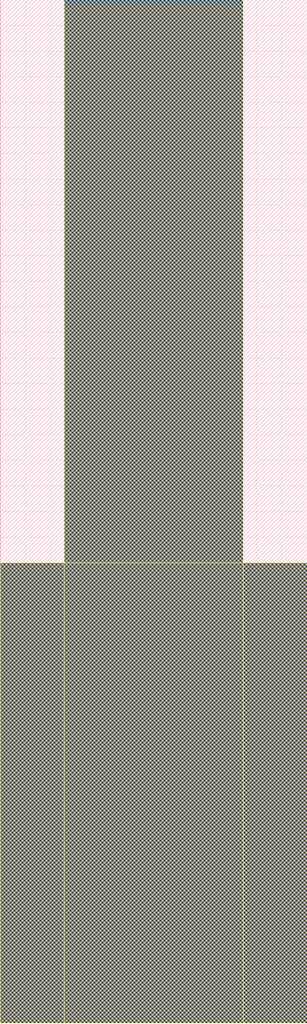
<source format=lef>
VERSION 5.8 ;
BUSBITCHARS "[]" ;
DIVIDERCHAR "/" ;

MACRO RIIO_EG1D80V_CORNER_45
  CLASS ENDCAP BOTTOMLEFT ;
  ORIGIN 0 0 ;
  FOREIGN RIIO_EG1D80V_CORNER_45 0 0 ;
  SIZE 80 BY 80 ;
  SYMMETRY X Y ;
  SITE corner_site ;
  PIN VSSIO
    DIRECTION INOUT ;
    USE GROUND ;
    NETEXPR "vssio VSSIO!" ;
    PORT
      LAYER IB ;
        RECT 8.666 49.583 13.726 49.66 ;
        RECT 8.62 49.629 13.68 49.706 ;
        RECT 8.574 49.675 13.634 49.752 ;
        RECT 8.528 49.721 13.588 49.798 ;
        RECT 8.482 49.767 13.542 49.844 ;
        RECT 8.436 49.813 13.496 49.89 ;
        RECT 8.39 49.859 13.45 49.936 ;
        RECT 8.344 49.905 13.404 49.982 ;
        RECT 8.298 49.951 13.358 50.028 ;
        RECT 8.252 49.997 13.312 50.074 ;
        RECT 8.206 50.043 13.266 50.12 ;
        RECT 8.16 50.089 13.22 50.166 ;
        RECT 8.114 50.135 13.174 50.212 ;
        RECT 8.068 50.181 13.128 50.258 ;
        RECT 8.022 50.227 13.082 50.304 ;
        RECT 7.976 50.273 13.036 50.35 ;
        RECT 7.93 50.319 12.99 50.396 ;
        RECT 7.884 50.365 12.944 50.442 ;
        RECT 7.838 50.411 12.898 50.488 ;
        RECT 7.792 50.457 12.852 50.534 ;
        RECT 7.746 50.503 12.806 50.58 ;
        RECT 7.7 50.549 12.76 50.626 ;
        RECT 7.654 50.595 12.714 50.672 ;
        RECT 7.608 50.641 12.668 50.718 ;
        RECT 7.562 50.687 12.622 50.764 ;
        RECT 7.516 50.733 12.576 50.81 ;
        RECT 7.47 50.779 12.53 50.856 ;
        RECT 7.424 50.825 12.484 50.902 ;
        RECT 7.378 50.871 12.438 50.948 ;
        RECT 7.332 50.917 12.392 50.994 ;
        RECT 7.286 50.963 12.346 51.04 ;
        RECT 7.24 51.009 12.3 51.086 ;
        RECT 7.194 51.055 12.254 51.132 ;
        RECT 7.148 51.101 12.208 51.178 ;
        RECT 7.102 51.147 12.162 51.224 ;
        RECT 7.056 51.193 12.116 51.27 ;
        RECT 7.01 51.239 12.07 51.316 ;
        RECT 6.964 51.285 12.024 51.362 ;
        RECT 6.918 51.331 11.978 51.408 ;
        RECT 6.872 51.377 11.932 51.454 ;
        RECT 6.826 51.423 11.886 51.5 ;
        RECT 6.78 51.469 11.84 51.546 ;
        RECT 6.734 51.515 11.794 51.592 ;
        RECT 6.688 51.561 11.748 51.638 ;
        RECT 6.642 51.607 11.702 51.684 ;
        RECT 6.596 51.653 11.656 51.73 ;
        RECT 6.522 51.736 11.61 51.776 ;
        RECT 6.55 51.699 11.61 51.776 ;
        RECT 6.476 51.773 11.564 51.822 ;
        RECT 6.43 51.819 11.518 51.868 ;
        RECT 6.384 51.865 11.472 51.914 ;
        RECT 6.338 51.911 11.426 51.96 ;
        RECT 6.292 51.957 11.38 52.006 ;
        RECT 6.246 52.003 11.334 52.052 ;
        RECT 6.2 52.049 11.288 52.098 ;
        RECT 6.154 52.095 11.242 52.144 ;
        RECT 6.108 52.141 11.196 52.19 ;
        RECT 6.062 52.187 11.15 52.236 ;
        RECT 6.016 52.233 11.104 52.282 ;
        RECT 5.97 52.279 11.058 52.328 ;
        RECT 5.924 52.325 11.012 52.374 ;
        RECT 5.878 52.371 10.966 52.42 ;
        RECT 5.832 52.417 10.92 52.466 ;
        RECT 5.786 52.463 10.874 52.512 ;
        RECT 5.74 52.509 10.828 52.558 ;
        RECT 5.694 52.555 10.782 52.604 ;
        RECT 5.648 52.601 10.736 52.65 ;
        RECT 5.602 52.647 10.69 52.696 ;
        RECT 5.556 52.693 10.644 52.742 ;
        RECT 5.51 52.739 10.598 52.788 ;
        RECT 5.464 52.785 10.552 52.834 ;
        RECT 5.418 52.831 10.506 52.88 ;
        RECT 5.372 52.877 10.46 52.926 ;
        RECT 5.326 52.923 10.414 52.972 ;
        RECT 5.28 52.969 10.368 53.018 ;
        RECT 5.234 53.015 10.322 53.064 ;
        RECT 5.188 53.061 10.276 53.11 ;
        RECT 5.142 53.107 10.23 53.156 ;
        RECT 5.096 53.153 10.184 53.202 ;
        RECT 5.05 53.199 10.138 53.248 ;
        RECT 5.004 53.245 10.092 53.294 ;
        RECT 4.958 53.291 10.046 53.34 ;
        RECT 4.912 53.337 10 53.386 ;
        RECT 4.866 53.383 9.954 53.432 ;
        RECT 4.82 53.429 9.908 53.478 ;
        RECT 4.774 53.475 9.862 53.524 ;
        RECT 4.728 53.521 9.816 53.57 ;
        RECT 4.682 53.567 9.77 53.616 ;
        RECT 4.636 53.613 9.724 53.662 ;
        RECT 4.59 53.659 9.678 53.708 ;
        RECT 4.544 53.705 9.632 53.754 ;
        RECT 4.498 53.751 9.586 53.8 ;
        RECT 4.452 53.797 9.54 53.846 ;
        RECT 4.406 53.843 9.494 53.892 ;
        RECT 4.36 53.889 9.448 53.938 ;
        RECT 4.314 53.935 9.402 53.984 ;
        RECT 4.268 53.981 9.356 54.03 ;
        RECT 4.222 54.027 9.31 54.076 ;
        RECT 4.176 54.073 9.264 54.122 ;
        RECT 4.13 54.119 9.218 54.168 ;
        RECT 4.084 54.165 9.172 54.214 ;
        RECT 4.038 54.211 9.126 54.26 ;
        RECT 3.992 54.257 9.08 54.306 ;
        RECT 3.946 54.303 9.034 54.352 ;
        RECT 3.9 54.349 8.988 54.398 ;
        RECT 3.854 54.395 8.942 54.444 ;
        RECT 3.808 54.441 8.896 54.49 ;
        RECT 3.762 54.487 8.85 54.536 ;
        RECT 3.716 54.533 8.804 54.582 ;
        RECT 3.67 54.579 8.758 54.628 ;
        RECT 3.67 54.579 8.712 54.674 ;
        RECT 3.67 54.579 8.666 54.72 ;
        RECT 3.67 54.579 8.62 54.766 ;
        RECT 3.67 54.579 8.574 54.812 ;
        RECT 3.67 54.579 8.528 54.858 ;
        RECT 3.67 54.579 8.482 54.904 ;
        RECT 3.67 54.579 8.436 54.95 ;
        RECT 3.67 54.579 8.39 54.996 ;
        RECT 3.67 54.579 8.344 55.042 ;
        RECT 3.67 54.579 8.298 55.088 ;
        RECT 3.67 54.579 8.252 55.134 ;
        RECT 3.67 54.579 8.206 55.18 ;
        RECT 3.67 54.579 8.16 55.226 ;
        RECT 3.67 54.579 8.114 55.272 ;
        RECT 3.67 54.579 8.068 55.318 ;
        RECT 3.67 54.579 8.022 55.364 ;
        RECT 3.67 54.579 7.976 55.41 ;
        RECT 3.67 54.579 7.93 55.456 ;
        RECT 3.67 54.579 7.884 55.502 ;
        RECT 3.67 54.579 7.838 55.548 ;
        RECT 3.67 54.579 7.792 55.594 ;
        RECT 3.67 54.579 7.746 55.64 ;
        RECT 3.67 54.579 7.7 55.686 ;
        RECT 3.67 54.579 7.654 55.732 ;
        RECT 3.67 54.579 7.608 55.778 ;
        RECT 3.67 54.579 7.562 55.824 ;
        RECT 3.67 54.579 7.516 55.87 ;
        RECT 3.67 54.579 7.47 55.916 ;
        RECT 3.67 54.579 7.424 55.962 ;
        RECT 3.67 54.579 7.378 56.008 ;
        RECT 3.67 54.579 7.332 56.054 ;
        RECT 3.67 54.579 7.286 56.1 ;
        RECT 3.67 54.579 7.24 56.146 ;
        RECT 3.67 54.579 7.194 56.192 ;
        RECT 3.67 54.579 7.148 56.238 ;
        RECT 3.67 54.579 7.102 56.284 ;
        RECT 3.67 54.579 7.056 56.33 ;
        RECT 3.67 54.579 7.01 56.376 ;
        RECT 3.67 54.579 6.964 56.422 ;
        RECT 3.67 54.579 6.918 56.468 ;
        RECT 3.67 54.579 6.872 56.514 ;
        RECT 3.67 54.579 6.826 56.56 ;
        RECT 3.67 54.579 6.78 56.606 ;
        RECT 3.67 54.579 6.734 56.652 ;
        RECT 3.67 54.579 6.688 56.698 ;
        RECT 3.67 54.579 6.642 56.744 ;
        RECT 3.67 54.579 6.596 56.79 ;
        RECT 3.67 54.579 6.55 80 ;
        RECT 54.602 3.67 80 6.55 ;
        RECT 51.722 6.527 56.813 6.552 ;
        RECT 49.56 8.689 54.648 8.738 ;
        RECT 54.574 3.684 54.602 8.775 ;
        RECT 49.514 8.735 54.574 8.812 ;
        RECT 49.606 8.643 54.694 8.692 ;
        RECT 54.528 3.721 54.574 8.812 ;
        RECT 49.468 8.781 54.528 8.858 ;
        RECT 49.652 8.597 54.74 8.646 ;
        RECT 54.482 3.767 54.528 8.858 ;
        RECT 49.422 8.827 54.482 8.904 ;
        RECT 49.698 8.551 54.786 8.6 ;
        RECT 54.436 3.813 54.482 8.904 ;
        RECT 49.376 8.873 54.436 8.95 ;
        RECT 49.744 8.505 54.832 8.554 ;
        RECT 54.39 3.859 54.436 8.95 ;
        RECT 49.33 8.919 54.39 8.996 ;
        RECT 49.79 8.459 54.878 8.508 ;
        RECT 54.344 3.905 54.39 8.996 ;
        RECT 49.284 8.965 54.344 9.042 ;
        RECT 49.836 8.413 54.924 8.462 ;
        RECT 54.298 3.951 54.344 9.042 ;
        RECT 49.238 9.011 54.298 9.088 ;
        RECT 49.882 8.367 54.97 8.416 ;
        RECT 54.252 3.997 54.298 9.088 ;
        RECT 49.192 9.057 54.252 9.134 ;
        RECT 49.928 8.321 55.016 8.37 ;
        RECT 54.206 4.043 54.252 9.134 ;
        RECT 49.146 9.103 54.206 9.18 ;
        RECT 49.974 8.275 55.062 8.324 ;
        RECT 54.16 4.089 54.206 9.18 ;
        RECT 49.1 9.149 54.16 9.226 ;
        RECT 50.02 8.229 55.108 8.278 ;
        RECT 54.114 4.135 54.16 9.226 ;
        RECT 49.054 9.195 54.114 9.272 ;
        RECT 50.066 8.183 55.154 8.232 ;
        RECT 54.068 4.181 54.114 9.272 ;
        RECT 49.008 9.241 54.068 9.318 ;
        RECT 50.112 8.137 55.2 8.186 ;
        RECT 54.022 4.227 54.068 9.318 ;
        RECT 48.962 9.287 54.022 9.364 ;
        RECT 50.158 8.091 55.246 8.14 ;
        RECT 53.976 4.273 54.022 9.364 ;
        RECT 48.916 9.333 53.976 9.41 ;
        RECT 50.204 8.045 55.292 8.094 ;
        RECT 53.93 4.319 53.976 9.41 ;
        RECT 48.87 9.379 53.93 9.456 ;
        RECT 50.25 7.999 55.338 8.048 ;
        RECT 53.884 4.365 53.93 9.456 ;
        RECT 48.824 9.425 53.884 9.502 ;
        RECT 50.296 7.953 55.384 8.002 ;
        RECT 53.838 4.411 53.884 9.502 ;
        RECT 48.778 9.471 53.838 9.548 ;
        RECT 50.342 7.907 55.43 7.956 ;
        RECT 53.792 4.457 53.838 9.548 ;
        RECT 48.732 9.517 53.792 9.594 ;
        RECT 50.388 7.861 55.476 7.91 ;
        RECT 53.746 4.503 53.792 9.594 ;
        RECT 48.686 9.563 53.746 9.64 ;
        RECT 50.434 7.815 55.522 7.864 ;
        RECT 53.7 4.549 53.746 9.64 ;
        RECT 48.64 9.609 53.7 9.686 ;
        RECT 50.48 7.769 55.568 7.818 ;
        RECT 53.654 4.595 53.7 9.686 ;
        RECT 48.594 9.655 53.654 9.732 ;
        RECT 50.526 7.723 55.614 7.772 ;
        RECT 53.608 4.641 53.654 9.732 ;
        RECT 48.548 9.701 53.608 9.778 ;
        RECT 50.572 7.677 55.66 7.726 ;
        RECT 53.562 4.687 53.608 9.778 ;
        RECT 48.502 9.747 53.562 9.824 ;
        RECT 50.618 7.631 55.706 7.68 ;
        RECT 53.516 4.733 53.562 9.824 ;
        RECT 48.456 9.793 53.516 9.87 ;
        RECT 50.664 7.585 55.752 7.634 ;
        RECT 53.47 4.779 53.516 9.87 ;
        RECT 48.41 9.839 53.47 9.916 ;
        RECT 50.71 7.539 55.798 7.588 ;
        RECT 53.424 4.825 53.47 9.916 ;
        RECT 48.364 9.885 53.424 9.962 ;
        RECT 50.756 7.493 55.844 7.542 ;
        RECT 53.378 4.871 53.424 9.962 ;
        RECT 48.318 9.931 53.378 10.008 ;
        RECT 50.802 7.447 55.89 7.496 ;
        RECT 53.332 4.917 53.378 10.008 ;
        RECT 48.272 9.977 53.332 10.054 ;
        RECT 50.848 7.401 55.936 7.45 ;
        RECT 53.286 4.963 53.332 10.054 ;
        RECT 48.226 10.023 53.286 10.1 ;
        RECT 50.894 7.355 55.982 7.404 ;
        RECT 53.24 5.009 53.286 10.1 ;
        RECT 48.18 10.069 53.24 10.146 ;
        RECT 50.94 7.309 56.028 7.358 ;
        RECT 53.194 5.055 53.24 10.146 ;
        RECT 48.134 10.115 53.194 10.192 ;
        RECT 50.986 7.263 56.074 7.312 ;
        RECT 53.148 5.101 53.194 10.192 ;
        RECT 48.088 10.161 53.148 10.238 ;
        RECT 51.032 7.217 56.12 7.266 ;
        RECT 53.102 5.147 53.148 10.238 ;
        RECT 48.042 10.207 53.102 10.284 ;
        RECT 51.078 7.171 56.166 7.22 ;
        RECT 53.056 5.193 53.102 10.284 ;
        RECT 47.996 10.253 53.056 10.33 ;
        RECT 51.124 7.125 56.212 7.174 ;
        RECT 53.01 5.239 53.056 10.33 ;
        RECT 47.95 10.299 53.01 10.376 ;
        RECT 51.17 7.079 56.258 7.128 ;
        RECT 52.964 5.285 53.01 10.376 ;
        RECT 47.904 10.345 52.964 10.422 ;
        RECT 51.216 7.033 56.304 7.082 ;
        RECT 52.918 5.331 52.964 10.422 ;
        RECT 47.858 10.391 52.918 10.468 ;
        RECT 51.262 6.987 56.35 7.036 ;
        RECT 52.872 5.377 52.918 10.468 ;
        RECT 47.812 10.437 52.872 10.514 ;
        RECT 51.308 6.941 56.396 6.99 ;
        RECT 52.826 5.423 52.872 10.514 ;
        RECT 47.766 10.483 52.826 10.56 ;
        RECT 51.354 6.895 56.442 6.944 ;
        RECT 52.78 5.469 52.826 10.56 ;
        RECT 47.72 10.529 52.78 10.606 ;
        RECT 51.4 6.849 56.488 6.898 ;
        RECT 52.734 5.515 52.78 10.606 ;
        RECT 47.674 10.575 52.734 10.652 ;
        RECT 51.446 6.803 56.534 6.852 ;
        RECT 52.688 5.561 52.734 10.652 ;
        RECT 47.628 10.621 52.688 10.698 ;
        RECT 51.492 6.757 56.58 6.806 ;
        RECT 52.642 5.607 52.688 10.698 ;
        RECT 47.582 10.667 52.642 10.744 ;
        RECT 51.538 6.711 56.626 6.76 ;
        RECT 52.596 5.653 52.642 10.744 ;
        RECT 47.536 10.713 52.596 10.79 ;
        RECT 51.584 6.665 56.672 6.714 ;
        RECT 52.55 5.699 52.596 10.79 ;
        RECT 47.49 10.759 52.55 10.836 ;
        RECT 51.63 6.619 56.718 6.668 ;
        RECT 52.504 5.745 52.55 10.836 ;
        RECT 47.444 10.805 52.504 10.882 ;
        RECT 51.676 6.573 56.764 6.622 ;
        RECT 52.458 5.791 52.504 10.882 ;
        RECT 47.398 10.851 52.458 10.928 ;
        RECT 51.722 6.527 56.81 6.576 ;
        RECT 52.412 5.837 52.458 10.928 ;
        RECT 47.352 10.897 52.412 10.974 ;
        RECT 51.768 6.481 80 6.55 ;
        RECT 52.366 5.883 52.412 10.974 ;
        RECT 47.306 10.943 52.366 11.02 ;
        RECT 51.814 6.435 80 6.55 ;
        RECT 52.32 5.929 52.366 11.02 ;
        RECT 47.26 10.989 52.32 11.066 ;
        RECT 51.86 6.389 80 6.55 ;
        RECT 52.274 5.975 52.32 11.066 ;
        RECT 47.214 11.035 52.274 11.112 ;
        RECT 51.906 6.343 80 6.55 ;
        RECT 52.228 6.021 52.274 11.112 ;
        RECT 47.168 11.081 52.228 11.158 ;
        RECT 51.952 6.297 80 6.55 ;
        RECT 52.182 6.067 52.228 11.158 ;
        RECT 47.122 11.127 52.182 11.204 ;
        RECT 51.998 6.251 80 6.55 ;
        RECT 52.136 6.113 52.182 11.204 ;
        RECT 47.076 11.173 52.136 11.25 ;
        RECT 52.044 6.205 80 6.55 ;
        RECT 52.09 6.159 52.136 11.25 ;
        RECT 47.03 11.219 52.09 11.296 ;
        RECT 46.984 11.265 52.044 11.342 ;
        RECT 46.938 11.311 51.998 11.388 ;
        RECT 46.892 11.357 51.952 11.434 ;
        RECT 46.846 11.403 51.906 11.48 ;
        RECT 46.8 11.449 51.86 11.526 ;
        RECT 46.754 11.495 51.814 11.572 ;
        RECT 46.708 11.541 51.768 11.618 ;
        RECT 46.662 11.587 51.722 11.664 ;
        RECT 46.616 11.633 51.676 11.71 ;
        RECT 46.57 11.679 51.63 11.756 ;
        RECT 46.524 11.725 51.584 11.802 ;
        RECT 46.478 11.771 51.538 11.848 ;
        RECT 46.432 11.817 51.492 11.894 ;
        RECT 46.386 11.863 51.446 11.94 ;
        RECT 46.34 11.909 51.4 11.986 ;
        RECT 46.294 11.955 51.354 12.032 ;
        RECT 46.248 12.001 51.308 12.078 ;
        RECT 46.202 12.047 51.262 12.124 ;
        RECT 46.156 12.093 51.216 12.17 ;
        RECT 46.11 12.139 51.17 12.216 ;
        RECT 46.064 12.185 51.124 12.262 ;
        RECT 46.018 12.231 51.078 12.308 ;
        RECT 45.972 12.277 51.032 12.354 ;
        RECT 45.926 12.323 50.986 12.4 ;
        RECT 45.88 12.369 50.94 12.446 ;
        RECT 45.834 12.415 50.894 12.492 ;
        RECT 45.788 12.461 50.848 12.538 ;
        RECT 45.742 12.507 50.802 12.584 ;
        RECT 45.696 12.553 50.756 12.63 ;
        RECT 45.65 12.599 50.71 12.676 ;
        RECT 45.604 12.645 50.664 12.722 ;
        RECT 45.558 12.691 50.618 12.768 ;
        RECT 45.512 12.737 50.572 12.814 ;
        RECT 45.466 12.783 50.526 12.86 ;
        RECT 45.42 12.829 50.48 12.906 ;
        RECT 45.374 12.875 50.434 12.952 ;
        RECT 45.328 12.921 50.388 12.998 ;
        RECT 45.282 12.967 50.342 13.044 ;
        RECT 45.236 13.013 50.296 13.09 ;
        RECT 45.19 13.059 50.25 13.136 ;
        RECT 45.144 13.105 50.204 13.182 ;
        RECT 45.098 13.151 50.158 13.228 ;
        RECT 45.052 13.197 50.112 13.274 ;
        RECT 45.006 13.243 50.066 13.32 ;
        RECT 44.96 13.289 50.02 13.366 ;
        RECT 44.914 13.335 49.974 13.412 ;
        RECT 44.868 13.381 49.928 13.458 ;
        RECT 44.822 13.427 49.882 13.504 ;
        RECT 44.776 13.473 49.836 13.55 ;
        RECT 44.73 13.519 49.79 13.596 ;
        RECT 44.684 13.565 49.744 13.642 ;
        RECT 44.638 13.611 49.698 13.688 ;
        RECT 44.592 13.657 49.652 13.734 ;
        RECT 44.546 13.703 49.606 13.78 ;
        RECT 44.5 13.749 49.56 13.826 ;
        RECT 44.454 13.795 49.514 13.872 ;
        RECT 44.408 13.841 49.468 13.918 ;
        RECT 44.362 13.887 49.422 13.964 ;
        RECT 44.316 13.933 49.376 14.01 ;
        RECT 44.27 13.979 49.33 14.056 ;
        RECT 44.224 14.025 49.284 14.102 ;
        RECT 44.178 14.071 49.238 14.148 ;
        RECT 44.132 14.117 49.192 14.194 ;
        RECT 44.086 14.163 49.146 14.24 ;
        RECT 44.04 14.209 49.1 14.286 ;
        RECT 43.994 14.255 49.054 14.332 ;
        RECT 43.948 14.301 49.008 14.378 ;
        RECT 43.902 14.347 48.962 14.424 ;
        RECT 43.856 14.393 48.916 14.47 ;
        RECT 43.81 14.439 48.87 14.516 ;
        RECT 43.764 14.485 48.824 14.562 ;
        RECT 43.718 14.531 48.778 14.608 ;
        RECT 43.672 14.577 48.732 14.654 ;
        RECT 43.626 14.623 48.686 14.7 ;
        RECT 43.58 14.669 48.64 14.746 ;
        RECT 43.534 14.715 48.594 14.792 ;
        RECT 43.488 14.761 48.548 14.838 ;
        RECT 43.442 14.807 48.502 14.884 ;
        RECT 43.396 14.853 48.456 14.93 ;
        RECT 43.35 14.899 48.41 14.976 ;
        RECT 43.304 14.945 48.364 15.022 ;
        RECT 43.258 14.991 48.318 15.068 ;
        RECT 43.212 15.037 48.272 15.114 ;
        RECT 43.166 15.083 48.226 15.16 ;
        RECT 43.12 15.129 48.18 15.206 ;
        RECT 43.074 15.175 48.134 15.252 ;
        RECT 43.028 15.221 48.088 15.298 ;
        RECT 42.982 15.267 48.042 15.344 ;
        RECT 42.936 15.313 47.996 15.39 ;
        RECT 42.89 15.359 47.95 15.436 ;
        RECT 42.844 15.405 47.904 15.482 ;
        RECT 42.798 15.451 47.858 15.528 ;
        RECT 42.752 15.497 47.812 15.574 ;
        RECT 42.706 15.543 47.766 15.62 ;
        RECT 42.66 15.589 47.72 15.666 ;
        RECT 42.614 15.635 47.674 15.712 ;
        RECT 42.568 15.681 47.628 15.758 ;
        RECT 42.522 15.727 47.582 15.804 ;
        RECT 42.476 15.773 47.536 15.85 ;
        RECT 42.43 15.819 47.49 15.896 ;
        RECT 42.384 15.865 47.444 15.942 ;
        RECT 42.338 15.911 47.398 15.988 ;
        RECT 42.292 15.957 47.352 16.034 ;
        RECT 42.246 16.003 47.306 16.08 ;
        RECT 42.2 16.049 47.26 16.126 ;
        RECT 42.154 16.095 47.214 16.172 ;
        RECT 42.108 16.141 47.168 16.218 ;
        RECT 42.062 16.187 47.122 16.264 ;
        RECT 42.016 16.233 47.076 16.31 ;
        RECT 41.97 16.279 47.03 16.356 ;
        RECT 41.924 16.325 46.984 16.402 ;
        RECT 41.878 16.371 46.938 16.448 ;
        RECT 41.832 16.417 46.892 16.494 ;
        RECT 41.786 16.463 46.846 16.54 ;
        RECT 41.74 16.509 46.8 16.586 ;
        RECT 41.694 16.555 46.754 16.632 ;
        RECT 41.648 16.601 46.708 16.678 ;
        RECT 41.602 16.647 46.662 16.724 ;
        RECT 41.556 16.693 46.616 16.77 ;
        RECT 41.51 16.739 46.57 16.816 ;
        RECT 41.464 16.785 46.524 16.862 ;
        RECT 41.418 16.831 46.478 16.908 ;
        RECT 41.372 16.877 46.432 16.954 ;
        RECT 41.326 16.923 46.386 17 ;
        RECT 41.28 16.969 46.34 17.046 ;
        RECT 41.234 17.015 46.294 17.092 ;
        RECT 41.188 17.061 46.248 17.138 ;
        RECT 41.142 17.107 46.202 17.184 ;
        RECT 41.096 17.153 46.156 17.23 ;
        RECT 41.05 17.199 46.11 17.276 ;
        RECT 41.004 17.245 46.064 17.322 ;
        RECT 40.958 17.291 46.018 17.368 ;
        RECT 40.912 17.337 45.972 17.414 ;
        RECT 40.866 17.383 45.926 17.46 ;
        RECT 40.82 17.429 45.88 17.506 ;
        RECT 40.774 17.475 45.834 17.552 ;
        RECT 40.728 17.521 45.788 17.598 ;
        RECT 40.682 17.567 45.742 17.644 ;
        RECT 40.636 17.613 45.696 17.69 ;
        RECT 40.59 17.659 45.65 17.736 ;
        RECT 40.544 17.705 45.604 17.782 ;
        RECT 40.498 17.751 45.558 17.828 ;
        RECT 40.452 17.797 45.512 17.874 ;
        RECT 40.406 17.843 45.466 17.92 ;
        RECT 40.36 17.889 45.42 17.966 ;
        RECT 40.314 17.935 45.374 18.012 ;
        RECT 40.268 17.981 45.328 18.058 ;
        RECT 40.222 18.027 45.282 18.104 ;
        RECT 40.176 18.073 45.236 18.15 ;
        RECT 40.13 18.119 45.19 18.196 ;
        RECT 40.084 18.165 45.144 18.242 ;
        RECT 40.038 18.211 45.098 18.288 ;
        RECT 39.992 18.257 45.052 18.334 ;
        RECT 39.946 18.303 45.006 18.38 ;
        RECT 39.9 18.349 44.96 18.426 ;
        RECT 39.854 18.395 44.914 18.472 ;
        RECT 39.808 18.441 44.868 18.518 ;
        RECT 39.762 18.487 44.822 18.564 ;
        RECT 39.716 18.533 44.776 18.61 ;
        RECT 39.67 18.579 44.73 18.656 ;
        RECT 39.624 18.625 44.684 18.702 ;
        RECT 39.578 18.671 44.638 18.748 ;
        RECT 39.532 18.717 44.592 18.794 ;
        RECT 39.486 18.763 44.546 18.84 ;
        RECT 39.44 18.809 44.5 18.886 ;
        RECT 39.394 18.855 44.454 18.932 ;
        RECT 39.348 18.901 44.408 18.978 ;
        RECT 39.302 18.947 44.362 19.024 ;
        RECT 39.256 18.993 44.316 19.07 ;
        RECT 39.21 19.039 44.27 19.116 ;
        RECT 39.164 19.085 44.224 19.162 ;
        RECT 39.118 19.131 44.178 19.208 ;
        RECT 39.072 19.177 44.132 19.254 ;
        RECT 39.026 19.223 44.086 19.3 ;
        RECT 38.98 19.269 44.04 19.346 ;
        RECT 38.934 19.315 43.994 19.392 ;
        RECT 38.888 19.361 43.948 19.438 ;
        RECT 38.842 19.407 43.902 19.484 ;
        RECT 38.796 19.453 43.856 19.53 ;
        RECT 38.75 19.499 43.81 19.576 ;
        RECT 38.704 19.545 43.764 19.622 ;
        RECT 38.658 19.591 43.718 19.668 ;
        RECT 38.612 19.637 43.672 19.714 ;
        RECT 38.566 19.683 43.626 19.76 ;
        RECT 38.52 19.729 43.58 19.806 ;
        RECT 38.474 19.775 43.534 19.852 ;
        RECT 38.428 19.821 43.488 19.898 ;
        RECT 38.382 19.867 43.442 19.944 ;
        RECT 38.336 19.913 43.396 19.99 ;
        RECT 38.29 19.959 43.35 20.036 ;
        RECT 38.244 20.005 43.304 20.082 ;
        RECT 38.198 20.051 43.258 20.128 ;
        RECT 38.152 20.097 43.212 20.174 ;
        RECT 38.106 20.143 43.166 20.22 ;
        RECT 38.06 20.189 43.12 20.266 ;
        RECT 38.014 20.235 43.074 20.312 ;
        RECT 37.968 20.281 43.028 20.358 ;
        RECT 37.922 20.327 42.982 20.404 ;
        RECT 37.876 20.373 42.936 20.45 ;
        RECT 37.83 20.419 42.89 20.496 ;
        RECT 37.784 20.465 42.844 20.542 ;
        RECT 37.738 20.511 42.798 20.588 ;
        RECT 37.692 20.557 42.752 20.634 ;
        RECT 37.646 20.603 42.706 20.68 ;
        RECT 37.6 20.649 42.66 20.726 ;
        RECT 37.554 20.695 42.614 20.772 ;
        RECT 37.508 20.741 42.568 20.818 ;
        RECT 37.462 20.787 42.522 20.864 ;
        RECT 37.416 20.833 42.476 20.91 ;
        RECT 37.37 20.879 42.43 20.956 ;
        RECT 37.324 20.925 42.384 21.002 ;
        RECT 37.278 20.971 42.338 21.048 ;
        RECT 37.232 21.017 42.292 21.094 ;
        RECT 37.186 21.063 42.246 21.14 ;
        RECT 37.14 21.109 42.2 21.186 ;
        RECT 37.094 21.155 42.154 21.232 ;
        RECT 37.048 21.201 42.108 21.278 ;
        RECT 37.002 21.247 42.062 21.324 ;
        RECT 36.956 21.293 42.016 21.37 ;
        RECT 36.91 21.339 41.97 21.416 ;
        RECT 36.864 21.385 41.924 21.462 ;
        RECT 36.818 21.431 41.878 21.508 ;
        RECT 36.772 21.477 41.832 21.554 ;
        RECT 36.726 21.523 41.786 21.6 ;
        RECT 36.68 21.569 41.74 21.646 ;
        RECT 36.634 21.615 41.694 21.692 ;
        RECT 36.588 21.661 41.648 21.738 ;
        RECT 36.542 21.707 41.602 21.784 ;
        RECT 36.496 21.753 41.556 21.83 ;
        RECT 36.45 21.799 41.51 21.876 ;
        RECT 36.404 21.845 41.464 21.922 ;
        RECT 36.358 21.891 41.418 21.968 ;
        RECT 36.312 21.937 41.372 22.014 ;
        RECT 36.266 21.983 41.326 22.06 ;
        RECT 36.22 22.029 41.28 22.106 ;
        RECT 36.174 22.075 41.234 22.152 ;
        RECT 36.128 22.121 41.188 22.198 ;
        RECT 36.082 22.167 41.142 22.244 ;
        RECT 36.036 22.213 41.096 22.29 ;
        RECT 35.99 22.259 41.05 22.336 ;
        RECT 35.944 22.305 41.004 22.382 ;
        RECT 35.898 22.351 40.958 22.428 ;
        RECT 35.852 22.397 40.912 22.474 ;
        RECT 35.806 22.443 40.866 22.52 ;
        RECT 35.76 22.489 40.82 22.566 ;
        RECT 35.714 22.535 40.774 22.612 ;
        RECT 35.668 22.581 40.728 22.658 ;
        RECT 35.622 22.627 40.682 22.704 ;
        RECT 35.576 22.673 40.636 22.75 ;
        RECT 35.53 22.719 40.59 22.796 ;
        RECT 35.484 22.765 40.544 22.842 ;
        RECT 35.438 22.811 40.498 22.888 ;
        RECT 35.392 22.857 40.452 22.934 ;
        RECT 35.346 22.903 40.406 22.98 ;
        RECT 35.3 22.949 40.36 23.026 ;
        RECT 35.254 22.995 40.314 23.072 ;
        RECT 35.208 23.041 40.268 23.118 ;
        RECT 35.162 23.087 40.222 23.164 ;
        RECT 35.116 23.133 40.176 23.21 ;
        RECT 35.07 23.179 40.13 23.256 ;
        RECT 35.024 23.225 40.084 23.302 ;
        RECT 34.978 23.271 40.038 23.348 ;
        RECT 34.932 23.317 39.992 23.394 ;
        RECT 34.886 23.363 39.946 23.44 ;
        RECT 34.84 23.409 39.9 23.486 ;
        RECT 34.794 23.455 39.854 23.532 ;
        RECT 34.748 23.501 39.808 23.578 ;
        RECT 34.702 23.547 39.762 23.624 ;
        RECT 34.656 23.593 39.716 23.67 ;
        RECT 34.61 23.639 39.67 23.716 ;
        RECT 34.564 23.685 39.624 23.762 ;
        RECT 34.518 23.731 39.578 23.808 ;
        RECT 34.472 23.777 39.532 23.854 ;
        RECT 34.426 23.823 39.486 23.9 ;
        RECT 34.38 23.869 39.44 23.946 ;
        RECT 34.334 23.915 39.394 23.992 ;
        RECT 34.288 23.961 39.348 24.038 ;
        RECT 34.242 24.007 39.302 24.084 ;
        RECT 34.196 24.053 39.256 24.13 ;
        RECT 34.15 24.099 39.21 24.176 ;
        RECT 34.104 24.145 39.164 24.222 ;
        RECT 34.058 24.191 39.118 24.268 ;
        RECT 34.012 24.237 39.072 24.314 ;
        RECT 33.966 24.283 39.026 24.36 ;
        RECT 33.92 24.329 38.98 24.406 ;
        RECT 33.874 24.375 38.934 24.452 ;
        RECT 33.828 24.421 38.888 24.498 ;
        RECT 33.782 24.467 38.842 24.544 ;
        RECT 33.736 24.513 38.796 24.59 ;
        RECT 33.69 24.559 38.75 24.636 ;
        RECT 33.644 24.605 38.704 24.682 ;
        RECT 33.598 24.651 38.658 24.728 ;
        RECT 33.552 24.697 38.612 24.774 ;
        RECT 33.506 24.743 38.566 24.82 ;
        RECT 33.46 24.789 38.52 24.866 ;
        RECT 33.414 24.835 38.474 24.912 ;
        RECT 33.368 24.881 38.428 24.958 ;
        RECT 33.322 24.927 38.382 25.004 ;
        RECT 33.276 24.973 38.336 25.05 ;
        RECT 33.23 25.019 38.29 25.096 ;
        RECT 33.184 25.065 38.244 25.142 ;
        RECT 33.138 25.111 38.198 25.188 ;
        RECT 33.092 25.157 38.152 25.234 ;
        RECT 33.046 25.203 38.106 25.28 ;
        RECT 33 25.249 38.06 25.326 ;
        RECT 32.954 25.295 38.014 25.372 ;
        RECT 32.908 25.341 37.968 25.418 ;
        RECT 32.862 25.387 37.922 25.464 ;
        RECT 32.816 25.433 37.876 25.51 ;
        RECT 32.77 25.479 37.83 25.556 ;
        RECT 32.724 25.525 37.784 25.602 ;
        RECT 32.678 25.571 37.738 25.648 ;
        RECT 32.632 25.617 37.692 25.694 ;
        RECT 32.586 25.663 37.646 25.74 ;
        RECT 32.54 25.709 37.6 25.786 ;
        RECT 32.494 25.755 37.554 25.832 ;
        RECT 32.448 25.801 37.508 25.878 ;
        RECT 32.402 25.847 37.462 25.924 ;
        RECT 32.356 25.893 37.416 25.97 ;
        RECT 32.31 25.939 37.37 26.016 ;
        RECT 32.264 25.985 37.324 26.062 ;
        RECT 32.218 26.031 37.278 26.108 ;
        RECT 32.172 26.077 37.232 26.154 ;
        RECT 32.126 26.123 37.186 26.2 ;
        RECT 32.08 26.169 37.14 26.246 ;
        RECT 32.034 26.215 37.094 26.292 ;
        RECT 31.988 26.261 37.048 26.338 ;
        RECT 31.942 26.307 37.002 26.384 ;
        RECT 31.896 26.353 36.956 26.43 ;
        RECT 31.85 26.399 36.91 26.476 ;
        RECT 31.804 26.445 36.864 26.522 ;
        RECT 31.758 26.491 36.818 26.568 ;
        RECT 31.712 26.537 36.772 26.614 ;
        RECT 31.666 26.583 36.726 26.66 ;
        RECT 31.62 26.629 36.68 26.706 ;
        RECT 31.574 26.675 36.634 26.752 ;
        RECT 31.528 26.721 36.588 26.798 ;
        RECT 31.482 26.767 36.542 26.844 ;
        RECT 31.436 26.813 36.496 26.89 ;
        RECT 31.39 26.859 36.45 26.936 ;
        RECT 31.344 26.905 36.404 26.982 ;
        RECT 31.298 26.951 36.358 27.028 ;
        RECT 31.252 26.997 36.312 27.074 ;
        RECT 31.206 27.043 36.266 27.12 ;
        RECT 31.16 27.089 36.22 27.166 ;
        RECT 31.114 27.135 36.174 27.212 ;
        RECT 31.068 27.181 36.128 27.258 ;
        RECT 31.022 27.227 36.082 27.304 ;
        RECT 30.976 27.273 36.036 27.35 ;
        RECT 30.93 27.319 35.99 27.396 ;
        RECT 30.884 27.365 35.944 27.442 ;
        RECT 30.838 27.411 35.898 27.488 ;
        RECT 30.792 27.457 35.852 27.534 ;
        RECT 30.746 27.503 35.806 27.58 ;
        RECT 30.7 27.549 35.76 27.626 ;
        RECT 30.654 27.595 35.714 27.672 ;
        RECT 30.608 27.641 35.668 27.718 ;
        RECT 30.562 27.687 35.622 27.764 ;
        RECT 30.516 27.733 35.576 27.81 ;
        RECT 30.47 27.779 35.53 27.856 ;
        RECT 30.424 27.825 35.484 27.902 ;
        RECT 30.378 27.871 35.438 27.948 ;
        RECT 30.332 27.917 35.392 27.994 ;
        RECT 30.286 27.963 35.346 28.04 ;
        RECT 30.24 28.009 35.3 28.086 ;
        RECT 30.194 28.055 35.254 28.132 ;
        RECT 30.148 28.101 35.208 28.178 ;
        RECT 30.102 28.147 35.162 28.224 ;
        RECT 30.056 28.193 35.116 28.27 ;
        RECT 30.01 28.239 35.07 28.316 ;
        RECT 29.964 28.285 35.024 28.362 ;
        RECT 29.918 28.331 34.978 28.408 ;
        RECT 29.872 28.377 34.932 28.454 ;
        RECT 29.826 28.423 34.886 28.5 ;
        RECT 29.78 28.469 34.84 28.546 ;
        RECT 29.734 28.515 34.794 28.592 ;
        RECT 29.688 28.561 34.748 28.638 ;
        RECT 29.642 28.607 34.702 28.684 ;
        RECT 29.596 28.653 34.656 28.73 ;
        RECT 29.55 28.699 34.61 28.776 ;
        RECT 29.504 28.745 34.564 28.822 ;
        RECT 29.458 28.791 34.518 28.868 ;
        RECT 29.412 28.837 34.472 28.914 ;
        RECT 29.366 28.883 34.426 28.96 ;
        RECT 29.32 28.929 34.38 29.006 ;
        RECT 29.274 28.975 34.334 29.052 ;
        RECT 29.228 29.021 34.288 29.098 ;
        RECT 29.182 29.067 34.242 29.144 ;
        RECT 29.136 29.113 34.196 29.19 ;
        RECT 29.09 29.159 34.15 29.236 ;
        RECT 29.044 29.205 34.104 29.282 ;
        RECT 28.998 29.251 34.058 29.328 ;
        RECT 28.952 29.297 34.012 29.374 ;
        RECT 28.906 29.343 33.966 29.42 ;
        RECT 28.86 29.389 33.92 29.466 ;
        RECT 28.814 29.435 33.874 29.512 ;
        RECT 28.768 29.481 33.828 29.558 ;
        RECT 28.722 29.527 33.782 29.604 ;
        RECT 28.676 29.573 33.736 29.65 ;
        RECT 28.63 29.619 33.69 29.696 ;
        RECT 28.584 29.665 33.644 29.742 ;
        RECT 28.538 29.711 33.598 29.788 ;
        RECT 28.492 29.757 33.552 29.834 ;
        RECT 28.446 29.803 33.506 29.88 ;
        RECT 28.4 29.849 33.46 29.926 ;
        RECT 28.354 29.895 33.414 29.972 ;
        RECT 28.308 29.941 33.368 30.018 ;
        RECT 28.262 29.987 33.322 30.064 ;
        RECT 28.216 30.033 33.276 30.11 ;
        RECT 28.17 30.079 33.23 30.156 ;
        RECT 28.124 30.125 33.184 30.202 ;
        RECT 28.078 30.171 33.138 30.248 ;
        RECT 28.032 30.217 33.092 30.294 ;
        RECT 27.986 30.263 33.046 30.34 ;
        RECT 27.94 30.309 33 30.386 ;
        RECT 27.894 30.355 32.954 30.432 ;
        RECT 27.848 30.401 32.908 30.478 ;
        RECT 27.802 30.447 32.862 30.524 ;
        RECT 27.756 30.493 32.816 30.57 ;
        RECT 27.71 30.539 32.77 30.616 ;
        RECT 27.664 30.585 32.724 30.662 ;
        RECT 27.618 30.631 32.678 30.708 ;
        RECT 27.572 30.677 32.632 30.754 ;
        RECT 27.526 30.723 32.586 30.8 ;
        RECT 27.48 30.769 32.54 30.846 ;
        RECT 27.434 30.815 32.494 30.892 ;
        RECT 27.388 30.861 32.448 30.938 ;
        RECT 27.342 30.907 32.402 30.984 ;
        RECT 27.296 30.953 32.356 31.03 ;
        RECT 27.25 30.999 32.31 31.076 ;
        RECT 27.204 31.045 32.264 31.122 ;
        RECT 27.158 31.091 32.218 31.168 ;
        RECT 27.112 31.137 32.172 31.214 ;
        RECT 27.066 31.183 32.126 31.26 ;
        RECT 27.02 31.229 32.08 31.306 ;
        RECT 26.974 31.275 32.034 31.352 ;
        RECT 26.928 31.321 31.988 31.398 ;
        RECT 26.882 31.367 31.942 31.444 ;
        RECT 26.836 31.413 31.896 31.49 ;
        RECT 26.79 31.459 31.85 31.536 ;
        RECT 26.744 31.505 31.804 31.582 ;
        RECT 26.698 31.551 31.758 31.628 ;
        RECT 26.652 31.597 31.712 31.674 ;
        RECT 26.606 31.643 31.666 31.72 ;
        RECT 26.56 31.689 31.62 31.766 ;
        RECT 26.514 31.735 31.574 31.812 ;
        RECT 26.468 31.781 31.528 31.858 ;
        RECT 26.422 31.827 31.482 31.904 ;
        RECT 26.376 31.873 31.436 31.95 ;
        RECT 26.33 31.919 31.39 31.996 ;
        RECT 26.284 31.965 31.344 32.042 ;
        RECT 26.238 32.011 31.298 32.088 ;
        RECT 26.192 32.057 31.252 32.134 ;
        RECT 26.146 32.103 31.206 32.18 ;
        RECT 26.1 32.149 31.16 32.226 ;
        RECT 26.054 32.195 31.114 32.272 ;
        RECT 26.008 32.241 31.068 32.318 ;
        RECT 25.962 32.287 31.022 32.364 ;
        RECT 25.916 32.333 30.976 32.41 ;
        RECT 25.87 32.379 30.93 32.456 ;
        RECT 25.824 32.425 30.884 32.502 ;
        RECT 25.778 32.471 30.838 32.548 ;
        RECT 25.732 32.517 30.792 32.594 ;
        RECT 25.686 32.563 30.746 32.64 ;
        RECT 25.64 32.609 30.7 32.686 ;
        RECT 25.594 32.655 30.654 32.732 ;
        RECT 25.548 32.701 30.608 32.778 ;
        RECT 25.502 32.747 30.562 32.824 ;
        RECT 25.456 32.793 30.516 32.87 ;
        RECT 25.41 32.839 30.47 32.916 ;
        RECT 25.364 32.885 30.424 32.962 ;
        RECT 25.318 32.931 30.378 33.008 ;
        RECT 25.272 32.977 30.332 33.054 ;
        RECT 25.226 33.023 30.286 33.1 ;
        RECT 25.18 33.069 30.24 33.146 ;
        RECT 25.134 33.115 30.194 33.192 ;
        RECT 25.088 33.161 30.148 33.238 ;
        RECT 25.042 33.207 30.102 33.284 ;
        RECT 24.996 33.253 30.056 33.33 ;
        RECT 24.95 33.299 30.01 33.376 ;
        RECT 24.904 33.345 29.964 33.422 ;
        RECT 24.858 33.391 29.918 33.468 ;
        RECT 24.812 33.437 29.872 33.514 ;
        RECT 24.766 33.483 29.826 33.56 ;
        RECT 24.72 33.529 29.78 33.606 ;
        RECT 24.674 33.575 29.734 33.652 ;
        RECT 24.628 33.621 29.688 33.698 ;
        RECT 24.582 33.667 29.642 33.744 ;
        RECT 24.536 33.713 29.596 33.79 ;
        RECT 24.49 33.759 29.55 33.836 ;
        RECT 24.444 33.805 29.504 33.882 ;
        RECT 24.398 33.851 29.458 33.928 ;
        RECT 24.352 33.897 29.412 33.974 ;
        RECT 24.306 33.943 29.366 34.02 ;
        RECT 24.26 33.989 29.32 34.066 ;
        RECT 24.214 34.035 29.274 34.112 ;
        RECT 24.168 34.081 29.228 34.158 ;
        RECT 24.122 34.127 29.182 34.204 ;
        RECT 24.076 34.173 29.136 34.25 ;
        RECT 24.03 34.219 29.09 34.296 ;
        RECT 23.984 34.265 29.044 34.342 ;
        RECT 23.938 34.311 28.998 34.388 ;
        RECT 23.892 34.357 28.952 34.434 ;
        RECT 23.846 34.403 28.906 34.48 ;
        RECT 23.8 34.449 28.86 34.526 ;
        RECT 23.754 34.495 28.814 34.572 ;
        RECT 23.708 34.541 28.768 34.618 ;
        RECT 23.662 34.587 28.722 34.664 ;
        RECT 23.616 34.633 28.676 34.71 ;
        RECT 23.57 34.679 28.63 34.756 ;
        RECT 23.524 34.725 28.584 34.802 ;
        RECT 23.478 34.771 28.538 34.848 ;
        RECT 23.432 34.817 28.492 34.894 ;
        RECT 23.386 34.863 28.446 34.94 ;
        RECT 23.34 34.909 28.4 34.986 ;
        RECT 23.294 34.955 28.354 35.032 ;
        RECT 23.248 35.001 28.308 35.078 ;
        RECT 23.202 35.047 28.262 35.124 ;
        RECT 23.156 35.093 28.216 35.17 ;
        RECT 23.11 35.139 28.17 35.216 ;
        RECT 23.064 35.185 28.124 35.262 ;
        RECT 23.018 35.231 28.078 35.308 ;
        RECT 22.972 35.277 28.032 35.354 ;
        RECT 22.926 35.323 27.986 35.4 ;
        RECT 22.88 35.369 27.94 35.446 ;
        RECT 22.834 35.415 27.894 35.492 ;
        RECT 22.788 35.461 27.848 35.538 ;
        RECT 22.742 35.507 27.802 35.584 ;
        RECT 22.696 35.553 27.756 35.63 ;
        RECT 22.65 35.599 27.71 35.676 ;
        RECT 22.604 35.645 27.664 35.722 ;
        RECT 22.558 35.691 27.618 35.768 ;
        RECT 22.512 35.737 27.572 35.814 ;
        RECT 22.466 35.783 27.526 35.86 ;
        RECT 22.42 35.829 27.48 35.906 ;
        RECT 22.374 35.875 27.434 35.952 ;
        RECT 22.328 35.921 27.388 35.998 ;
        RECT 22.282 35.967 27.342 36.044 ;
        RECT 22.236 36.013 27.296 36.09 ;
        RECT 22.19 36.059 27.25 36.136 ;
        RECT 22.144 36.105 27.204 36.182 ;
        RECT 22.098 36.151 27.158 36.228 ;
        RECT 22.052 36.197 27.112 36.274 ;
        RECT 22.006 36.243 27.066 36.32 ;
        RECT 21.96 36.289 27.02 36.366 ;
        RECT 21.914 36.335 26.974 36.412 ;
        RECT 21.868 36.381 26.928 36.458 ;
        RECT 21.822 36.427 26.882 36.504 ;
        RECT 21.776 36.473 26.836 36.55 ;
        RECT 21.73 36.519 26.79 36.596 ;
        RECT 21.684 36.565 26.744 36.642 ;
        RECT 21.638 36.611 26.698 36.688 ;
        RECT 21.592 36.657 26.652 36.734 ;
        RECT 21.546 36.703 26.606 36.78 ;
        RECT 21.5 36.749 26.56 36.826 ;
        RECT 21.454 36.795 26.514 36.872 ;
        RECT 21.408 36.841 26.468 36.918 ;
        RECT 21.362 36.887 26.422 36.964 ;
        RECT 21.316 36.933 26.376 37.01 ;
        RECT 21.27 36.979 26.33 37.056 ;
        RECT 21.224 37.025 26.284 37.102 ;
        RECT 21.178 37.071 26.238 37.148 ;
        RECT 21.132 37.117 26.192 37.194 ;
        RECT 21.086 37.163 26.146 37.24 ;
        RECT 21.04 37.209 26.1 37.286 ;
        RECT 20.994 37.255 26.054 37.332 ;
        RECT 20.948 37.301 26.008 37.378 ;
        RECT 20.902 37.347 25.962 37.424 ;
        RECT 20.856 37.393 25.916 37.47 ;
        RECT 20.81 37.439 25.87 37.516 ;
        RECT 20.764 37.485 25.824 37.562 ;
        RECT 20.718 37.531 25.778 37.608 ;
        RECT 20.672 37.577 25.732 37.654 ;
        RECT 20.626 37.623 25.686 37.7 ;
        RECT 20.58 37.669 25.64 37.746 ;
        RECT 20.534 37.715 25.594 37.792 ;
        RECT 20.488 37.761 25.548 37.838 ;
        RECT 20.442 37.807 25.502 37.884 ;
        RECT 20.396 37.853 25.456 37.93 ;
        RECT 20.35 37.899 25.41 37.976 ;
        RECT 20.304 37.945 25.364 38.022 ;
        RECT 20.258 37.991 25.318 38.068 ;
        RECT 20.212 38.037 25.272 38.114 ;
        RECT 20.166 38.083 25.226 38.16 ;
        RECT 20.12 38.129 25.18 38.206 ;
        RECT 20.074 38.175 25.134 38.252 ;
        RECT 20.028 38.221 25.088 38.298 ;
        RECT 19.982 38.267 25.042 38.344 ;
        RECT 19.936 38.313 24.996 38.39 ;
        RECT 19.89 38.359 24.95 38.436 ;
        RECT 19.844 38.405 24.904 38.482 ;
        RECT 19.798 38.451 24.858 38.528 ;
        RECT 19.752 38.497 24.812 38.574 ;
        RECT 19.706 38.543 24.766 38.62 ;
        RECT 19.66 38.589 24.72 38.666 ;
        RECT 19.614 38.635 24.674 38.712 ;
        RECT 19.568 38.681 24.628 38.758 ;
        RECT 19.522 38.727 24.582 38.804 ;
        RECT 19.476 38.773 24.536 38.85 ;
        RECT 19.43 38.819 24.49 38.896 ;
        RECT 19.384 38.865 24.444 38.942 ;
        RECT 19.338 38.911 24.398 38.988 ;
        RECT 19.292 38.957 24.352 39.034 ;
        RECT 19.246 39.003 24.306 39.08 ;
        RECT 19.2 39.049 24.26 39.126 ;
        RECT 19.154 39.095 24.214 39.172 ;
        RECT 19.108 39.141 24.168 39.218 ;
        RECT 19.062 39.187 24.122 39.264 ;
        RECT 19.016 39.233 24.076 39.31 ;
        RECT 18.97 39.279 24.03 39.356 ;
        RECT 18.924 39.325 23.984 39.402 ;
        RECT 18.878 39.371 23.938 39.448 ;
        RECT 18.832 39.417 23.892 39.494 ;
        RECT 18.786 39.463 23.846 39.54 ;
        RECT 18.74 39.509 23.8 39.586 ;
        RECT 18.694 39.555 23.754 39.632 ;
        RECT 18.648 39.601 23.708 39.678 ;
        RECT 18.602 39.647 23.662 39.724 ;
        RECT 18.556 39.693 23.616 39.77 ;
        RECT 18.51 39.739 23.57 39.816 ;
        RECT 18.464 39.785 23.524 39.862 ;
        RECT 18.418 39.831 23.478 39.908 ;
        RECT 18.372 39.877 23.432 39.954 ;
        RECT 18.326 39.923 23.386 40 ;
        RECT 18.28 39.969 23.34 40.046 ;
        RECT 18.234 40.015 23.294 40.092 ;
        RECT 18.188 40.061 23.248 40.138 ;
        RECT 18.142 40.107 23.202 40.184 ;
        RECT 18.096 40.153 23.156 40.23 ;
        RECT 18.05 40.199 23.11 40.276 ;
        RECT 18.004 40.245 23.064 40.322 ;
        RECT 17.958 40.291 23.018 40.368 ;
        RECT 17.912 40.337 22.972 40.414 ;
        RECT 17.866 40.383 22.926 40.46 ;
        RECT 17.82 40.429 22.88 40.506 ;
        RECT 17.774 40.475 22.834 40.552 ;
        RECT 17.728 40.521 22.788 40.598 ;
        RECT 17.682 40.567 22.742 40.644 ;
        RECT 17.636 40.613 22.696 40.69 ;
        RECT 17.59 40.659 22.65 40.736 ;
        RECT 17.544 40.705 22.604 40.782 ;
        RECT 17.498 40.751 22.558 40.828 ;
        RECT 17.452 40.797 22.512 40.874 ;
        RECT 17.406 40.843 22.466 40.92 ;
        RECT 17.36 40.889 22.42 40.966 ;
        RECT 17.314 40.935 22.374 41.012 ;
        RECT 17.268 40.981 22.328 41.058 ;
        RECT 17.222 41.027 22.282 41.104 ;
        RECT 17.176 41.073 22.236 41.15 ;
        RECT 17.13 41.119 22.19 41.196 ;
        RECT 17.084 41.165 22.144 41.242 ;
        RECT 17.038 41.211 22.098 41.288 ;
        RECT 16.992 41.257 22.052 41.334 ;
        RECT 16.946 41.303 22.006 41.38 ;
        RECT 16.9 41.349 21.96 41.426 ;
        RECT 16.854 41.395 21.914 41.472 ;
        RECT 16.808 41.441 21.868 41.518 ;
        RECT 16.762 41.487 21.822 41.564 ;
        RECT 16.716 41.533 21.776 41.61 ;
        RECT 16.67 41.579 21.73 41.656 ;
        RECT 16.624 41.625 21.684 41.702 ;
        RECT 16.578 41.671 21.638 41.748 ;
        RECT 16.532 41.717 21.592 41.794 ;
        RECT 16.486 41.763 21.546 41.84 ;
        RECT 16.44 41.809 21.5 41.886 ;
        RECT 16.394 41.855 21.454 41.932 ;
        RECT 16.348 41.901 21.408 41.978 ;
        RECT 16.302 41.947 21.362 42.024 ;
        RECT 16.256 41.993 21.316 42.07 ;
        RECT 16.21 42.039 21.27 42.116 ;
        RECT 16.164 42.085 21.224 42.162 ;
        RECT 16.118 42.131 21.178 42.208 ;
        RECT 16.072 42.177 21.132 42.254 ;
        RECT 16.026 42.223 21.086 42.3 ;
        RECT 15.98 42.269 21.04 42.346 ;
        RECT 15.934 42.315 20.994 42.392 ;
        RECT 15.888 42.361 20.948 42.438 ;
        RECT 15.842 42.407 20.902 42.484 ;
        RECT 15.796 42.453 20.856 42.53 ;
        RECT 15.75 42.499 20.81 42.576 ;
        RECT 15.704 42.545 20.764 42.622 ;
        RECT 15.658 42.591 20.718 42.668 ;
        RECT 15.612 42.637 20.672 42.714 ;
        RECT 15.566 42.683 20.626 42.76 ;
        RECT 15.52 42.729 20.58 42.806 ;
        RECT 15.474 42.775 20.534 42.852 ;
        RECT 15.428 42.821 20.488 42.898 ;
        RECT 15.382 42.867 20.442 42.944 ;
        RECT 15.336 42.913 20.396 42.99 ;
        RECT 15.29 42.959 20.35 43.036 ;
        RECT 15.244 43.005 20.304 43.082 ;
        RECT 15.198 43.051 20.258 43.128 ;
        RECT 15.152 43.097 20.212 43.174 ;
        RECT 15.106 43.143 20.166 43.22 ;
        RECT 15.06 43.189 20.12 43.266 ;
        RECT 15.014 43.235 20.074 43.312 ;
        RECT 14.968 43.281 20.028 43.358 ;
        RECT 14.922 43.327 19.982 43.404 ;
        RECT 14.876 43.373 19.936 43.45 ;
        RECT 14.83 43.419 19.89 43.496 ;
        RECT 14.784 43.465 19.844 43.542 ;
        RECT 14.738 43.511 19.798 43.588 ;
        RECT 14.692 43.557 19.752 43.634 ;
        RECT 14.646 43.603 19.706 43.68 ;
        RECT 14.6 43.649 19.66 43.726 ;
        RECT 14.554 43.695 19.614 43.772 ;
        RECT 14.508 43.741 19.568 43.818 ;
        RECT 14.462 43.787 19.522 43.864 ;
        RECT 14.416 43.833 19.476 43.91 ;
        RECT 14.37 43.879 19.43 43.956 ;
        RECT 14.324 43.925 19.384 44.002 ;
        RECT 14.278 43.971 19.338 44.048 ;
        RECT 14.232 44.017 19.292 44.094 ;
        RECT 14.186 44.063 19.246 44.14 ;
        RECT 14.14 44.109 19.2 44.186 ;
        RECT 14.094 44.155 19.154 44.232 ;
        RECT 14.048 44.201 19.108 44.278 ;
        RECT 14.002 44.247 19.062 44.324 ;
        RECT 13.956 44.293 19.016 44.37 ;
        RECT 13.91 44.339 18.97 44.416 ;
        RECT 13.864 44.385 18.924 44.462 ;
        RECT 13.818 44.431 18.878 44.508 ;
        RECT 13.772 44.477 18.832 44.554 ;
        RECT 13.726 44.523 18.786 44.6 ;
        RECT 13.68 44.569 18.74 44.646 ;
        RECT 13.634 44.615 18.694 44.692 ;
        RECT 13.588 44.661 18.648 44.738 ;
        RECT 13.542 44.707 18.602 44.784 ;
        RECT 13.496 44.753 18.556 44.83 ;
        RECT 13.45 44.799 18.51 44.876 ;
        RECT 13.404 44.845 18.464 44.922 ;
        RECT 13.358 44.891 18.418 44.968 ;
        RECT 13.312 44.937 18.372 45.014 ;
        RECT 13.266 44.983 18.326 45.06 ;
        RECT 13.22 45.029 18.28 45.106 ;
        RECT 13.174 45.075 18.234 45.152 ;
        RECT 13.128 45.121 18.188 45.198 ;
        RECT 13.082 45.167 18.142 45.244 ;
        RECT 13.036 45.213 18.096 45.29 ;
        RECT 12.99 45.259 18.05 45.336 ;
        RECT 12.944 45.305 18.004 45.382 ;
        RECT 12.898 45.351 17.958 45.428 ;
        RECT 12.852 45.397 17.912 45.474 ;
        RECT 12.806 45.443 17.866 45.52 ;
        RECT 12.76 45.489 17.82 45.566 ;
        RECT 12.714 45.535 17.774 45.612 ;
        RECT 12.668 45.581 17.728 45.658 ;
        RECT 12.622 45.627 17.682 45.704 ;
        RECT 12.576 45.673 17.636 45.75 ;
        RECT 12.53 45.719 17.59 45.796 ;
        RECT 12.484 45.765 17.544 45.842 ;
        RECT 12.438 45.811 17.498 45.888 ;
        RECT 12.392 45.857 17.452 45.934 ;
        RECT 12.346 45.903 17.406 45.98 ;
        RECT 12.3 45.949 17.36 46.026 ;
        RECT 12.254 45.995 17.314 46.072 ;
        RECT 12.208 46.041 17.268 46.118 ;
        RECT 12.162 46.087 17.222 46.164 ;
        RECT 12.116 46.133 17.176 46.21 ;
        RECT 12.07 46.179 17.13 46.256 ;
        RECT 12.024 46.225 17.084 46.302 ;
        RECT 11.978 46.271 17.038 46.348 ;
        RECT 11.932 46.317 16.992 46.394 ;
        RECT 11.886 46.363 16.946 46.44 ;
        RECT 11.84 46.409 16.9 46.486 ;
        RECT 11.794 46.455 16.854 46.532 ;
        RECT 11.748 46.501 16.808 46.578 ;
        RECT 11.702 46.547 16.762 46.624 ;
        RECT 11.656 46.593 16.716 46.67 ;
        RECT 11.61 46.639 16.67 46.716 ;
        RECT 11.564 46.685 16.624 46.762 ;
        RECT 11.518 46.731 16.578 46.808 ;
        RECT 11.472 46.777 16.532 46.854 ;
        RECT 11.426 46.823 16.486 46.9 ;
        RECT 11.38 46.869 16.44 46.946 ;
        RECT 11.334 46.915 16.394 46.992 ;
        RECT 11.288 46.961 16.348 47.038 ;
        RECT 11.242 47.007 16.302 47.084 ;
        RECT 11.196 47.053 16.256 47.13 ;
        RECT 11.15 47.099 16.21 47.176 ;
        RECT 11.104 47.145 16.164 47.222 ;
        RECT 11.058 47.191 16.118 47.268 ;
        RECT 11.012 47.237 16.072 47.314 ;
        RECT 10.966 47.283 16.026 47.36 ;
        RECT 10.92 47.329 15.98 47.406 ;
        RECT 10.874 47.375 15.934 47.452 ;
        RECT 10.828 47.421 15.888 47.498 ;
        RECT 10.782 47.467 15.842 47.544 ;
        RECT 10.736 47.513 15.796 47.59 ;
        RECT 10.69 47.559 15.75 47.636 ;
        RECT 10.644 47.605 15.704 47.682 ;
        RECT 10.598 47.651 15.658 47.728 ;
        RECT 10.552 47.697 15.612 47.774 ;
        RECT 10.506 47.743 15.566 47.82 ;
        RECT 10.46 47.789 15.52 47.866 ;
        RECT 10.414 47.835 15.474 47.912 ;
        RECT 10.368 47.881 15.428 47.958 ;
        RECT 10.322 47.927 15.382 48.004 ;
        RECT 10.276 47.973 15.336 48.05 ;
        RECT 10.23 48.019 15.29 48.096 ;
        RECT 10.184 48.065 15.244 48.142 ;
        RECT 10.138 48.111 15.198 48.188 ;
        RECT 10.092 48.157 15.152 48.234 ;
        RECT 10.046 48.203 15.106 48.28 ;
        RECT 10 48.249 15.06 48.326 ;
        RECT 9.954 48.295 15.014 48.372 ;
        RECT 9.908 48.341 14.968 48.418 ;
        RECT 9.862 48.387 14.922 48.464 ;
        RECT 9.816 48.433 14.876 48.51 ;
        RECT 9.77 48.479 14.83 48.556 ;
        RECT 9.724 48.525 14.784 48.602 ;
        RECT 9.678 48.571 14.738 48.648 ;
        RECT 9.632 48.617 14.692 48.694 ;
        RECT 9.586 48.663 14.646 48.74 ;
        RECT 9.54 48.709 14.6 48.786 ;
        RECT 9.494 48.755 14.554 48.832 ;
        RECT 9.448 48.801 14.508 48.878 ;
        RECT 9.402 48.847 14.462 48.924 ;
        RECT 9.356 48.893 14.416 48.97 ;
        RECT 9.31 48.939 14.37 49.016 ;
        RECT 9.264 48.985 14.324 49.062 ;
        RECT 9.218 49.031 14.278 49.108 ;
        RECT 9.172 49.077 14.232 49.154 ;
        RECT 9.126 49.123 14.186 49.2 ;
        RECT 9.08 49.169 14.14 49.246 ;
        RECT 9.034 49.215 14.094 49.292 ;
        RECT 8.988 49.261 14.048 49.338 ;
        RECT 8.942 49.307 14.002 49.384 ;
        RECT 8.896 49.353 13.956 49.43 ;
        RECT 8.85 49.399 13.91 49.476 ;
        RECT 8.804 49.445 13.864 49.522 ;
        RECT 8.758 49.491 13.818 49.568 ;
        RECT 8.712 49.537 13.772 49.614 ;
    END
    PORT
      LAYER IB ;
        RECT 58.414 26.45 80 30.05 ;
        RECT 54.798 30.043 59.905 30.06 ;
        RECT 53.372 31.469 58.46 31.518 ;
        RECT 58.386 26.464 58.414 31.555 ;
        RECT 53.326 31.515 58.386 31.592 ;
        RECT 53.418 31.423 58.506 31.472 ;
        RECT 58.34 26.501 58.386 31.592 ;
        RECT 53.28 31.561 58.34 31.638 ;
        RECT 53.464 31.377 58.552 31.426 ;
        RECT 58.294 26.547 58.34 31.638 ;
        RECT 53.234 31.607 58.294 31.684 ;
        RECT 53.51 31.331 58.598 31.38 ;
        RECT 58.248 26.593 58.294 31.684 ;
        RECT 53.188 31.653 58.248 31.73 ;
        RECT 53.556 31.285 58.644 31.334 ;
        RECT 58.202 26.639 58.248 31.73 ;
        RECT 53.142 31.699 58.202 31.776 ;
        RECT 53.602 31.239 58.69 31.288 ;
        RECT 58.156 26.685 58.202 31.776 ;
        RECT 53.096 31.745 58.156 31.822 ;
        RECT 53.648 31.193 58.736 31.242 ;
        RECT 58.11 26.731 58.156 31.822 ;
        RECT 53.05 31.791 58.11 31.868 ;
        RECT 53.694 31.147 58.782 31.196 ;
        RECT 58.064 26.777 58.11 31.868 ;
        RECT 53.004 31.837 58.064 31.914 ;
        RECT 53.74 31.101 58.828 31.15 ;
        RECT 58.018 26.823 58.064 31.914 ;
        RECT 52.958 31.883 58.018 31.96 ;
        RECT 53.786 31.055 58.874 31.104 ;
        RECT 57.972 26.869 58.018 31.96 ;
        RECT 52.912 31.929 57.972 32.006 ;
        RECT 53.832 31.009 58.92 31.058 ;
        RECT 57.926 26.915 57.972 32.006 ;
        RECT 52.866 31.975 57.926 32.052 ;
        RECT 53.878 30.963 58.966 31.012 ;
        RECT 57.88 26.961 57.926 32.052 ;
        RECT 52.82 32.021 57.88 32.098 ;
        RECT 53.924 30.917 59.012 30.966 ;
        RECT 57.834 27.007 57.88 32.098 ;
        RECT 52.774 32.067 57.834 32.144 ;
        RECT 53.97 30.871 59.058 30.92 ;
        RECT 57.788 27.053 57.834 32.144 ;
        RECT 52.728 32.113 57.788 32.19 ;
        RECT 54.016 30.825 59.104 30.874 ;
        RECT 57.742 27.099 57.788 32.19 ;
        RECT 52.682 32.159 57.742 32.236 ;
        RECT 54.062 30.779 59.15 30.828 ;
        RECT 57.696 27.145 57.742 32.236 ;
        RECT 52.636 32.205 57.696 32.282 ;
        RECT 54.108 30.733 59.196 30.782 ;
        RECT 57.65 27.191 57.696 32.282 ;
        RECT 52.59 32.251 57.65 32.328 ;
        RECT 54.154 30.687 59.242 30.736 ;
        RECT 57.604 27.237 57.65 32.328 ;
        RECT 52.544 32.297 57.604 32.374 ;
        RECT 54.2 30.641 59.288 30.69 ;
        RECT 57.558 27.283 57.604 32.374 ;
        RECT 52.498 32.343 57.558 32.42 ;
        RECT 54.246 30.595 59.334 30.644 ;
        RECT 57.512 27.329 57.558 32.42 ;
        RECT 52.452 32.389 57.512 32.466 ;
        RECT 54.292 30.549 59.38 30.598 ;
        RECT 57.466 27.375 57.512 32.466 ;
        RECT 52.406 32.435 57.466 32.512 ;
        RECT 54.338 30.503 59.426 30.552 ;
        RECT 57.42 27.421 57.466 32.512 ;
        RECT 52.36 32.481 57.42 32.558 ;
        RECT 54.384 30.457 59.472 30.506 ;
        RECT 57.374 27.467 57.42 32.558 ;
        RECT 52.314 32.527 57.374 32.604 ;
        RECT 54.43 30.411 59.518 30.46 ;
        RECT 57.328 27.513 57.374 32.604 ;
        RECT 52.268 32.573 57.328 32.65 ;
        RECT 54.476 30.365 59.564 30.414 ;
        RECT 57.282 27.559 57.328 32.65 ;
        RECT 52.222 32.619 57.282 32.696 ;
        RECT 54.522 30.319 59.61 30.368 ;
        RECT 57.236 27.605 57.282 32.696 ;
        RECT 52.176 32.665 57.236 32.742 ;
        RECT 54.568 30.273 59.656 30.322 ;
        RECT 57.19 27.651 57.236 32.742 ;
        RECT 52.13 32.711 57.19 32.788 ;
        RECT 54.614 30.227 59.702 30.276 ;
        RECT 57.144 27.697 57.19 32.788 ;
        RECT 52.084 32.757 57.144 32.834 ;
        RECT 54.66 30.181 59.748 30.23 ;
        RECT 57.098 27.743 57.144 32.834 ;
        RECT 52.038 32.803 57.098 32.88 ;
        RECT 54.706 30.135 59.794 30.184 ;
        RECT 57.052 27.789 57.098 32.88 ;
        RECT 51.992 32.849 57.052 32.926 ;
        RECT 54.752 30.089 59.84 30.138 ;
        RECT 57.006 27.835 57.052 32.926 ;
        RECT 51.946 32.895 57.006 32.972 ;
        RECT 54.798 30.043 59.886 30.092 ;
        RECT 56.96 27.881 57.006 32.972 ;
        RECT 51.9 32.941 56.96 33.018 ;
        RECT 54.844 29.997 80 30.05 ;
        RECT 56.914 27.927 56.96 33.018 ;
        RECT 51.854 32.987 56.914 33.064 ;
        RECT 54.89 29.951 80 30.05 ;
        RECT 56.868 27.973 56.914 33.064 ;
        RECT 51.808 33.033 56.868 33.11 ;
        RECT 54.936 29.905 80 30.05 ;
        RECT 56.822 28.019 56.868 33.11 ;
        RECT 51.762 33.079 56.822 33.156 ;
        RECT 54.982 29.859 80 30.05 ;
        RECT 56.776 28.065 56.822 33.156 ;
        RECT 51.716 33.125 56.776 33.202 ;
        RECT 55.028 29.813 80 30.05 ;
        RECT 56.73 28.111 56.776 33.202 ;
        RECT 51.67 33.171 56.73 33.248 ;
        RECT 55.074 29.767 80 30.05 ;
        RECT 56.684 28.157 56.73 33.248 ;
        RECT 51.624 33.217 56.684 33.294 ;
        RECT 55.12 29.721 80 30.05 ;
        RECT 56.638 28.203 56.684 33.294 ;
        RECT 51.578 33.263 56.638 33.34 ;
        RECT 55.166 29.675 80 30.05 ;
        RECT 56.592 28.249 56.638 33.34 ;
        RECT 51.532 33.309 56.592 33.386 ;
        RECT 55.212 29.629 80 30.05 ;
        RECT 56.546 28.295 56.592 33.386 ;
        RECT 51.486 33.355 56.546 33.432 ;
        RECT 55.258 29.583 80 30.05 ;
        RECT 56.5 28.341 56.546 33.432 ;
        RECT 51.44 33.401 56.5 33.478 ;
        RECT 55.304 29.537 80 30.05 ;
        RECT 56.454 28.387 56.5 33.478 ;
        RECT 51.394 33.447 56.454 33.524 ;
        RECT 55.35 29.491 80 30.05 ;
        RECT 56.408 28.433 56.454 33.524 ;
        RECT 51.348 33.493 56.408 33.57 ;
        RECT 55.396 29.445 80 30.05 ;
        RECT 56.362 28.479 56.408 33.57 ;
        RECT 51.302 33.539 56.362 33.616 ;
        RECT 55.442 29.399 80 30.05 ;
        RECT 56.316 28.525 56.362 33.616 ;
        RECT 51.256 33.585 56.316 33.662 ;
        RECT 55.488 29.353 80 30.05 ;
        RECT 56.27 28.571 56.316 33.662 ;
        RECT 51.21 33.631 56.27 33.708 ;
        RECT 55.534 29.307 80 30.05 ;
        RECT 56.224 28.617 56.27 33.708 ;
        RECT 51.164 33.677 56.224 33.754 ;
        RECT 55.58 29.261 80 30.05 ;
        RECT 56.178 28.663 56.224 33.754 ;
        RECT 51.118 33.723 56.178 33.8 ;
        RECT 55.626 29.215 80 30.05 ;
        RECT 56.132 28.709 56.178 33.8 ;
        RECT 51.072 33.769 56.132 33.846 ;
        RECT 55.672 29.169 80 30.05 ;
        RECT 56.086 28.755 56.132 33.846 ;
        RECT 51.026 33.815 56.086 33.892 ;
        RECT 55.718 29.123 80 30.05 ;
        RECT 56.04 28.801 56.086 33.892 ;
        RECT 50.98 33.861 56.04 33.938 ;
        RECT 55.764 29.077 80 30.05 ;
        RECT 55.994 28.847 56.04 33.938 ;
        RECT 50.934 33.907 55.994 33.984 ;
        RECT 55.81 29.031 80 30.05 ;
        RECT 55.948 28.893 55.994 33.984 ;
        RECT 50.888 33.953 55.948 34.03 ;
        RECT 55.856 28.985 80 30.05 ;
        RECT 55.902 28.939 55.948 34.03 ;
        RECT 50.842 33.999 55.902 34.076 ;
        RECT 50.796 34.045 55.856 34.122 ;
        RECT 50.75 34.091 55.81 34.168 ;
        RECT 50.704 34.137 55.764 34.214 ;
        RECT 50.658 34.183 55.718 34.26 ;
        RECT 50.612 34.229 55.672 34.306 ;
        RECT 50.566 34.275 55.626 34.352 ;
        RECT 50.52 34.321 55.58 34.398 ;
        RECT 50.474 34.367 55.534 34.444 ;
        RECT 50.428 34.413 55.488 34.49 ;
        RECT 50.382 34.459 55.442 34.536 ;
        RECT 50.336 34.505 55.396 34.582 ;
        RECT 50.29 34.551 55.35 34.628 ;
        RECT 50.244 34.597 55.304 34.674 ;
        RECT 50.198 34.643 55.258 34.72 ;
        RECT 50.152 34.689 55.212 34.766 ;
        RECT 50.106 34.735 55.166 34.812 ;
        RECT 50.06 34.781 55.12 34.858 ;
        RECT 50.014 34.827 55.074 34.904 ;
        RECT 49.968 34.873 55.028 34.95 ;
        RECT 49.922 34.919 54.982 34.996 ;
        RECT 49.876 34.965 54.936 35.042 ;
        RECT 49.83 35.011 54.89 35.088 ;
        RECT 49.784 35.057 54.844 35.134 ;
        RECT 49.738 35.103 54.798 35.18 ;
        RECT 49.692 35.149 54.752 35.226 ;
        RECT 49.646 35.195 54.706 35.272 ;
        RECT 49.6 35.241 54.66 35.318 ;
        RECT 49.554 35.287 54.614 35.364 ;
        RECT 49.508 35.333 54.568 35.41 ;
        RECT 49.462 35.379 54.522 35.456 ;
        RECT 49.416 35.425 54.476 35.502 ;
        RECT 49.37 35.471 54.43 35.548 ;
        RECT 49.324 35.517 54.384 35.594 ;
        RECT 49.278 35.563 54.338 35.64 ;
        RECT 49.232 35.609 54.292 35.686 ;
        RECT 49.186 35.655 54.246 35.732 ;
        RECT 49.14 35.701 54.2 35.778 ;
        RECT 49.094 35.747 54.154 35.824 ;
        RECT 49.048 35.793 54.108 35.87 ;
        RECT 49.002 35.839 54.062 35.916 ;
        RECT 48.956 35.885 54.016 35.962 ;
        RECT 48.91 35.931 53.97 36.008 ;
        RECT 48.864 35.977 53.924 36.054 ;
        RECT 48.818 36.023 53.878 36.1 ;
        RECT 48.772 36.069 53.832 36.146 ;
        RECT 48.726 36.115 53.786 36.192 ;
        RECT 48.68 36.161 53.74 36.238 ;
        RECT 48.634 36.207 53.694 36.284 ;
        RECT 48.588 36.253 53.648 36.33 ;
        RECT 48.542 36.299 53.602 36.376 ;
        RECT 48.496 36.345 53.556 36.422 ;
        RECT 48.45 36.391 53.51 36.468 ;
        RECT 48.404 36.437 53.464 36.514 ;
        RECT 48.358 36.483 53.418 36.56 ;
        RECT 48.312 36.529 53.372 36.606 ;
        RECT 48.266 36.575 53.326 36.652 ;
        RECT 48.22 36.621 53.28 36.698 ;
        RECT 48.174 36.667 53.234 36.744 ;
        RECT 48.128 36.713 53.188 36.79 ;
        RECT 48.082 36.759 53.142 36.836 ;
        RECT 48.036 36.805 53.096 36.882 ;
        RECT 47.99 36.851 53.05 36.928 ;
        RECT 47.944 36.897 53.004 36.974 ;
        RECT 47.898 36.943 52.958 37.02 ;
        RECT 47.852 36.989 52.912 37.066 ;
        RECT 47.806 37.035 52.866 37.112 ;
        RECT 47.76 37.081 52.82 37.158 ;
        RECT 47.714 37.127 52.774 37.204 ;
        RECT 47.668 37.173 52.728 37.25 ;
        RECT 47.622 37.219 52.682 37.296 ;
        RECT 47.576 37.265 52.636 37.342 ;
        RECT 47.53 37.311 52.59 37.388 ;
        RECT 47.484 37.357 52.544 37.434 ;
        RECT 47.438 37.403 52.498 37.48 ;
        RECT 47.392 37.449 52.452 37.526 ;
        RECT 47.346 37.495 52.406 37.572 ;
        RECT 47.3 37.541 52.36 37.618 ;
        RECT 47.254 37.587 52.314 37.664 ;
        RECT 47.208 37.633 52.268 37.71 ;
        RECT 47.162 37.679 52.222 37.756 ;
        RECT 47.116 37.725 52.176 37.802 ;
        RECT 47.07 37.771 52.13 37.848 ;
        RECT 47.024 37.817 52.084 37.894 ;
        RECT 46.978 37.863 52.038 37.94 ;
        RECT 46.932 37.909 51.992 37.986 ;
        RECT 46.886 37.955 51.946 38.032 ;
        RECT 46.84 38.001 51.9 38.078 ;
        RECT 46.794 38.047 51.854 38.124 ;
        RECT 46.748 38.093 51.808 38.17 ;
        RECT 46.702 38.139 51.762 38.216 ;
        RECT 46.656 38.185 51.716 38.262 ;
        RECT 46.61 38.231 51.67 38.308 ;
        RECT 46.564 38.277 51.624 38.354 ;
        RECT 46.518 38.323 51.578 38.4 ;
        RECT 46.472 38.369 51.532 38.446 ;
        RECT 46.426 38.415 51.486 38.492 ;
        RECT 46.38 38.461 51.44 38.538 ;
        RECT 46.334 38.507 51.394 38.584 ;
        RECT 46.288 38.553 51.348 38.63 ;
        RECT 46.242 38.599 51.302 38.676 ;
        RECT 46.196 38.645 51.256 38.722 ;
        RECT 46.15 38.691 51.21 38.768 ;
        RECT 46.104 38.737 51.164 38.814 ;
        RECT 46.058 38.783 51.118 38.86 ;
        RECT 46.012 38.829 51.072 38.906 ;
        RECT 45.966 38.875 51.026 38.952 ;
        RECT 45.92 38.921 50.98 38.998 ;
        RECT 45.874 38.967 50.934 39.044 ;
        RECT 45.828 39.013 50.888 39.09 ;
        RECT 45.782 39.059 50.842 39.136 ;
        RECT 45.736 39.105 50.796 39.182 ;
        RECT 45.69 39.151 50.75 39.228 ;
        RECT 45.644 39.197 50.704 39.274 ;
        RECT 45.598 39.243 50.658 39.32 ;
        RECT 45.552 39.289 50.612 39.366 ;
        RECT 45.506 39.335 50.566 39.412 ;
        RECT 45.46 39.381 50.52 39.458 ;
        RECT 45.414 39.427 50.474 39.504 ;
        RECT 45.368 39.473 50.428 39.55 ;
        RECT 45.322 39.519 50.382 39.596 ;
        RECT 45.276 39.565 50.336 39.642 ;
        RECT 45.23 39.611 50.29 39.688 ;
        RECT 45.184 39.657 50.244 39.734 ;
        RECT 45.138 39.703 50.198 39.78 ;
        RECT 45.092 39.749 50.152 39.826 ;
        RECT 45.046 39.795 50.106 39.872 ;
        RECT 45 39.841 50.06 39.918 ;
        RECT 44.954 39.887 50.014 39.964 ;
        RECT 44.908 39.933 49.968 40.01 ;
        RECT 44.862 39.979 49.922 40.056 ;
        RECT 44.816 40.025 49.876 40.102 ;
        RECT 44.77 40.071 49.83 40.148 ;
        RECT 44.724 40.117 49.784 40.194 ;
        RECT 44.678 40.163 49.738 40.24 ;
        RECT 44.632 40.209 49.692 40.286 ;
        RECT 44.586 40.255 49.646 40.332 ;
        RECT 44.54 40.301 49.6 40.378 ;
        RECT 44.494 40.347 49.554 40.424 ;
        RECT 44.448 40.393 49.508 40.47 ;
        RECT 44.402 40.439 49.462 40.516 ;
        RECT 44.356 40.485 49.416 40.562 ;
        RECT 44.31 40.531 49.37 40.608 ;
        RECT 44.264 40.577 49.324 40.654 ;
        RECT 44.218 40.623 49.278 40.7 ;
        RECT 44.172 40.669 49.232 40.746 ;
        RECT 44.126 40.715 49.186 40.792 ;
        RECT 44.08 40.761 49.14 40.838 ;
        RECT 44.034 40.807 49.094 40.884 ;
        RECT 43.988 40.853 49.048 40.93 ;
        RECT 43.942 40.899 49.002 40.976 ;
        RECT 43.896 40.945 48.956 41.022 ;
        RECT 43.85 40.991 48.91 41.068 ;
        RECT 43.804 41.037 48.864 41.114 ;
        RECT 43.758 41.083 48.818 41.16 ;
        RECT 43.712 41.129 48.772 41.206 ;
        RECT 43.666 41.175 48.726 41.252 ;
        RECT 43.62 41.221 48.68 41.298 ;
        RECT 43.574 41.267 48.634 41.344 ;
        RECT 43.528 41.313 48.588 41.39 ;
        RECT 43.482 41.359 48.542 41.436 ;
        RECT 43.436 41.405 48.496 41.482 ;
        RECT 43.39 41.451 48.45 41.528 ;
        RECT 43.344 41.497 48.404 41.574 ;
        RECT 43.298 41.543 48.358 41.62 ;
        RECT 43.252 41.589 48.312 41.666 ;
        RECT 43.206 41.635 48.266 41.712 ;
        RECT 43.16 41.681 48.22 41.758 ;
        RECT 43.114 41.727 48.174 41.804 ;
        RECT 43.068 41.773 48.128 41.85 ;
        RECT 43.022 41.819 48.082 41.896 ;
        RECT 42.976 41.865 48.036 41.942 ;
        RECT 42.93 41.911 47.99 41.988 ;
        RECT 42.884 41.957 47.944 42.034 ;
        RECT 42.838 42.003 47.898 42.08 ;
        RECT 42.792 42.049 47.852 42.126 ;
        RECT 42.746 42.095 47.806 42.172 ;
        RECT 42.7 42.141 47.76 42.218 ;
        RECT 42.654 42.187 47.714 42.264 ;
        RECT 42.608 42.233 47.668 42.31 ;
        RECT 42.562 42.279 47.622 42.356 ;
        RECT 42.516 42.325 47.576 42.402 ;
        RECT 42.47 42.371 47.53 42.448 ;
        RECT 42.424 42.417 47.484 42.494 ;
        RECT 42.378 42.463 47.438 42.54 ;
        RECT 42.332 42.509 47.392 42.586 ;
        RECT 42.286 42.555 47.346 42.632 ;
        RECT 42.24 42.601 47.3 42.678 ;
        RECT 42.194 42.647 47.254 42.724 ;
        RECT 42.148 42.693 47.208 42.77 ;
        RECT 42.102 42.739 47.162 42.816 ;
        RECT 42.056 42.785 47.116 42.862 ;
        RECT 42.01 42.831 47.07 42.908 ;
        RECT 41.964 42.877 47.024 42.954 ;
        RECT 41.918 42.923 46.978 43 ;
        RECT 41.872 42.969 46.932 43.046 ;
        RECT 41.826 43.015 46.886 43.092 ;
        RECT 41.78 43.061 46.84 43.138 ;
        RECT 41.734 43.107 46.794 43.184 ;
        RECT 41.688 43.153 46.748 43.23 ;
        RECT 41.642 43.199 46.702 43.276 ;
        RECT 41.596 43.245 46.656 43.322 ;
        RECT 41.55 43.291 46.61 43.368 ;
        RECT 41.504 43.337 46.564 43.414 ;
        RECT 41.458 43.383 46.518 43.46 ;
        RECT 41.412 43.429 46.472 43.506 ;
        RECT 41.366 43.475 46.426 43.552 ;
        RECT 41.32 43.521 46.38 43.598 ;
        RECT 41.274 43.567 46.334 43.644 ;
        RECT 41.228 43.613 46.288 43.69 ;
        RECT 41.182 43.659 46.242 43.736 ;
        RECT 41.136 43.705 46.196 43.782 ;
        RECT 41.09 43.751 46.15 43.828 ;
        RECT 41.044 43.797 46.104 43.874 ;
        RECT 40.998 43.843 46.058 43.92 ;
        RECT 40.952 43.889 46.012 43.966 ;
        RECT 40.906 43.935 45.966 44.012 ;
        RECT 40.86 43.981 45.92 44.058 ;
        RECT 40.814 44.027 45.874 44.104 ;
        RECT 40.768 44.073 45.828 44.15 ;
        RECT 40.722 44.119 45.782 44.196 ;
        RECT 40.676 44.165 45.736 44.242 ;
        RECT 40.63 44.211 45.69 44.288 ;
        RECT 40.584 44.257 45.644 44.334 ;
        RECT 40.538 44.303 45.598 44.38 ;
        RECT 40.492 44.349 45.552 44.426 ;
        RECT 40.446 44.395 45.506 44.472 ;
        RECT 40.4 44.441 45.46 44.518 ;
        RECT 40.354 44.487 45.414 44.564 ;
        RECT 40.308 44.533 45.368 44.61 ;
        RECT 40.262 44.579 45.322 44.656 ;
        RECT 40.216 44.625 45.276 44.702 ;
        RECT 40.17 44.671 45.23 44.748 ;
        RECT 40.124 44.717 45.184 44.794 ;
        RECT 40.078 44.763 45.138 44.84 ;
        RECT 40.032 44.809 45.092 44.886 ;
        RECT 39.986 44.855 45.046 44.932 ;
        RECT 39.94 44.901 45 44.978 ;
        RECT 39.894 44.947 44.954 45.024 ;
        RECT 39.848 44.993 44.908 45.07 ;
        RECT 39.802 45.039 44.862 45.116 ;
        RECT 39.756 45.085 44.816 45.162 ;
        RECT 39.71 45.131 44.77 45.208 ;
        RECT 39.664 45.177 44.724 45.254 ;
        RECT 39.618 45.223 44.678 45.3 ;
        RECT 39.572 45.269 44.632 45.346 ;
        RECT 39.526 45.315 44.586 45.392 ;
        RECT 39.48 45.361 44.54 45.438 ;
        RECT 39.434 45.407 44.494 45.484 ;
        RECT 39.388 45.453 44.448 45.53 ;
        RECT 39.342 45.499 44.402 45.576 ;
        RECT 39.296 45.545 44.356 45.622 ;
        RECT 39.25 45.591 44.31 45.668 ;
        RECT 39.204 45.637 44.264 45.714 ;
        RECT 39.158 45.683 44.218 45.76 ;
        RECT 39.112 45.729 44.172 45.806 ;
        RECT 39.066 45.775 44.126 45.852 ;
        RECT 39.02 45.821 44.08 45.898 ;
        RECT 38.974 45.867 44.034 45.944 ;
        RECT 38.928 45.913 43.988 45.99 ;
        RECT 38.882 45.959 43.942 46.036 ;
        RECT 38.836 46.005 43.896 46.082 ;
        RECT 38.79 46.051 43.85 46.128 ;
        RECT 38.744 46.097 43.804 46.174 ;
        RECT 38.698 46.143 43.758 46.22 ;
        RECT 38.652 46.189 43.712 46.266 ;
        RECT 38.606 46.235 43.666 46.312 ;
        RECT 38.56 46.281 43.62 46.358 ;
        RECT 38.514 46.327 43.574 46.404 ;
        RECT 38.468 46.373 43.528 46.45 ;
        RECT 38.422 46.419 43.482 46.496 ;
        RECT 38.376 46.465 43.436 46.542 ;
        RECT 38.33 46.511 43.39 46.588 ;
        RECT 38.284 46.557 43.344 46.634 ;
        RECT 38.238 46.603 43.298 46.68 ;
        RECT 38.192 46.649 43.252 46.726 ;
        RECT 38.146 46.695 43.206 46.772 ;
        RECT 38.1 46.741 43.16 46.818 ;
        RECT 38.054 46.787 43.114 46.864 ;
        RECT 38.008 46.833 43.068 46.91 ;
        RECT 37.962 46.879 43.022 46.956 ;
        RECT 37.916 46.925 42.976 47.002 ;
        RECT 37.87 46.971 42.93 47.048 ;
        RECT 37.824 47.017 42.884 47.094 ;
        RECT 37.778 47.063 42.838 47.14 ;
        RECT 37.732 47.109 42.792 47.186 ;
        RECT 37.686 47.155 42.746 47.232 ;
        RECT 37.64 47.201 42.7 47.278 ;
        RECT 37.594 47.247 42.654 47.324 ;
        RECT 37.548 47.293 42.608 47.37 ;
        RECT 37.502 47.339 42.562 47.416 ;
        RECT 37.456 47.385 42.516 47.462 ;
        RECT 37.41 47.431 42.47 47.508 ;
        RECT 37.364 47.477 42.424 47.554 ;
        RECT 37.318 47.523 42.378 47.6 ;
        RECT 37.272 47.569 42.332 47.646 ;
        RECT 37.226 47.615 42.286 47.692 ;
        RECT 37.18 47.661 42.24 47.738 ;
        RECT 37.134 47.707 42.194 47.784 ;
        RECT 37.088 47.753 42.148 47.83 ;
        RECT 37.042 47.799 42.102 47.876 ;
        RECT 36.996 47.845 42.056 47.922 ;
        RECT 36.95 47.891 42.01 47.968 ;
        RECT 36.904 47.937 41.964 48.014 ;
        RECT 36.858 47.983 41.918 48.06 ;
        RECT 36.812 48.029 41.872 48.106 ;
        RECT 36.766 48.075 41.826 48.152 ;
        RECT 36.72 48.121 41.78 48.198 ;
        RECT 36.674 48.167 41.734 48.244 ;
        RECT 36.628 48.213 41.688 48.29 ;
        RECT 36.582 48.259 41.642 48.336 ;
        RECT 36.536 48.305 41.596 48.382 ;
        RECT 36.49 48.351 41.55 48.428 ;
        RECT 36.444 48.397 41.504 48.474 ;
        RECT 36.398 48.443 41.458 48.52 ;
        RECT 36.352 48.489 41.412 48.566 ;
        RECT 36.306 48.535 41.366 48.612 ;
        RECT 36.26 48.581 41.32 48.658 ;
        RECT 36.214 48.627 41.274 48.704 ;
        RECT 36.168 48.673 41.228 48.75 ;
        RECT 36.122 48.719 41.182 48.796 ;
        RECT 36.076 48.765 41.136 48.842 ;
        RECT 36.03 48.811 41.09 48.888 ;
        RECT 35.984 48.857 41.044 48.934 ;
        RECT 35.938 48.903 40.998 48.98 ;
        RECT 35.892 48.949 40.952 49.026 ;
        RECT 35.846 48.995 40.906 49.072 ;
        RECT 35.8 49.041 40.86 49.118 ;
        RECT 35.754 49.087 40.814 49.164 ;
        RECT 35.708 49.133 40.768 49.21 ;
        RECT 35.662 49.179 40.722 49.256 ;
        RECT 35.616 49.225 40.676 49.302 ;
        RECT 35.57 49.271 40.63 49.348 ;
        RECT 35.524 49.317 40.584 49.394 ;
        RECT 35.478 49.363 40.538 49.44 ;
        RECT 35.432 49.409 40.492 49.486 ;
        RECT 35.386 49.455 40.446 49.532 ;
        RECT 35.34 49.501 40.4 49.578 ;
        RECT 35.294 49.547 40.354 49.624 ;
        RECT 35.248 49.593 40.308 49.67 ;
        RECT 35.202 49.639 40.262 49.716 ;
        RECT 35.156 49.685 40.216 49.762 ;
        RECT 35.11 49.731 40.17 49.808 ;
        RECT 35.064 49.777 40.124 49.854 ;
        RECT 35.018 49.823 40.078 49.9 ;
        RECT 34.972 49.869 40.032 49.946 ;
        RECT 34.926 49.915 39.986 49.992 ;
        RECT 34.88 49.961 39.94 50.038 ;
        RECT 34.834 50.007 39.894 50.084 ;
        RECT 34.788 50.053 39.848 50.13 ;
        RECT 34.742 50.099 39.802 50.176 ;
        RECT 34.696 50.145 39.756 50.222 ;
        RECT 34.65 50.191 39.71 50.268 ;
        RECT 34.604 50.237 39.664 50.314 ;
        RECT 34.558 50.283 39.618 50.36 ;
        RECT 34.512 50.329 39.572 50.406 ;
        RECT 34.466 50.375 39.526 50.452 ;
        RECT 34.42 50.421 39.48 50.498 ;
        RECT 34.374 50.467 39.434 50.544 ;
        RECT 34.328 50.513 39.388 50.59 ;
        RECT 34.282 50.559 39.342 50.636 ;
        RECT 34.236 50.605 39.296 50.682 ;
        RECT 34.19 50.651 39.25 50.728 ;
        RECT 34.144 50.697 39.204 50.774 ;
        RECT 34.098 50.743 39.158 50.82 ;
        RECT 34.052 50.789 39.112 50.866 ;
        RECT 34.006 50.835 39.066 50.912 ;
        RECT 33.96 50.881 39.02 50.958 ;
        RECT 33.914 50.927 38.974 51.004 ;
        RECT 33.868 50.973 38.928 51.05 ;
        RECT 33.822 51.019 38.882 51.096 ;
        RECT 33.776 51.065 38.836 51.142 ;
        RECT 33.73 51.111 38.79 51.188 ;
        RECT 33.684 51.157 38.744 51.234 ;
        RECT 33.638 51.203 38.698 51.28 ;
        RECT 33.592 51.249 38.652 51.326 ;
        RECT 33.546 51.295 38.606 51.372 ;
        RECT 33.5 51.341 38.56 51.418 ;
        RECT 33.454 51.387 38.514 51.464 ;
        RECT 33.408 51.433 38.468 51.51 ;
        RECT 33.362 51.479 38.422 51.556 ;
        RECT 33.316 51.525 38.376 51.602 ;
        RECT 33.27 51.571 38.33 51.648 ;
        RECT 33.224 51.617 38.284 51.694 ;
        RECT 33.178 51.663 38.238 51.74 ;
        RECT 33.132 51.709 38.192 51.786 ;
        RECT 33.086 51.755 38.146 51.832 ;
        RECT 33.04 51.801 38.1 51.878 ;
        RECT 32.994 51.847 38.054 51.924 ;
        RECT 32.948 51.893 38.008 51.97 ;
        RECT 32.902 51.939 37.962 52.016 ;
        RECT 32.856 51.985 37.916 52.062 ;
        RECT 32.81 52.031 37.87 52.108 ;
        RECT 32.764 52.077 37.824 52.154 ;
        RECT 32.718 52.123 37.778 52.2 ;
        RECT 32.672 52.169 37.732 52.246 ;
        RECT 32.626 52.215 37.686 52.292 ;
        RECT 32.58 52.261 37.64 52.338 ;
        RECT 32.534 52.307 37.594 52.384 ;
        RECT 32.488 52.353 37.548 52.43 ;
        RECT 32.442 52.399 37.502 52.476 ;
        RECT 32.396 52.445 37.456 52.522 ;
        RECT 32.35 52.491 37.41 52.568 ;
        RECT 32.304 52.537 37.364 52.614 ;
        RECT 32.258 52.583 37.318 52.66 ;
        RECT 32.212 52.629 37.272 52.706 ;
        RECT 32.166 52.675 37.226 52.752 ;
        RECT 32.12 52.721 37.18 52.798 ;
        RECT 32.074 52.767 37.134 52.844 ;
        RECT 32.028 52.813 37.088 52.89 ;
        RECT 31.982 52.859 37.042 52.936 ;
        RECT 31.936 52.905 36.996 52.982 ;
        RECT 31.89 52.951 36.95 53.028 ;
        RECT 31.844 52.997 36.904 53.074 ;
        RECT 31.798 53.043 36.858 53.12 ;
        RECT 31.752 53.089 36.812 53.166 ;
        RECT 31.706 53.135 36.766 53.212 ;
        RECT 31.66 53.181 36.72 53.258 ;
        RECT 31.614 53.227 36.674 53.304 ;
        RECT 31.568 53.273 36.628 53.35 ;
        RECT 31.522 53.319 36.582 53.396 ;
        RECT 31.476 53.365 36.536 53.442 ;
        RECT 31.43 53.411 36.49 53.488 ;
        RECT 31.384 53.457 36.444 53.534 ;
        RECT 31.338 53.503 36.398 53.58 ;
        RECT 31.292 53.549 36.352 53.626 ;
        RECT 31.246 53.595 36.306 53.672 ;
        RECT 31.2 53.641 36.26 53.718 ;
        RECT 31.154 53.687 36.214 53.764 ;
        RECT 31.108 53.733 36.168 53.81 ;
        RECT 31.062 53.779 36.122 53.856 ;
        RECT 31.016 53.825 36.076 53.902 ;
        RECT 30.97 53.871 36.03 53.948 ;
        RECT 30.924 53.917 35.984 53.994 ;
        RECT 30.878 53.963 35.938 54.04 ;
        RECT 30.832 54.009 35.892 54.086 ;
        RECT 30.786 54.055 35.846 54.132 ;
        RECT 30.74 54.101 35.8 54.178 ;
        RECT 30.694 54.147 35.754 54.224 ;
        RECT 30.648 54.193 35.708 54.27 ;
        RECT 30.602 54.239 35.662 54.316 ;
        RECT 30.556 54.285 35.616 54.362 ;
        RECT 30.51 54.331 35.57 54.408 ;
        RECT 30.464 54.377 35.524 54.454 ;
        RECT 30.418 54.423 35.478 54.5 ;
        RECT 30.372 54.469 35.432 54.546 ;
        RECT 30.326 54.515 35.386 54.592 ;
        RECT 30.28 54.561 35.34 54.638 ;
        RECT 30.234 54.607 35.294 54.684 ;
        RECT 30.188 54.653 35.248 54.73 ;
        RECT 30.142 54.699 35.202 54.776 ;
        RECT 30.05 54.791 35.156 54.822 ;
        RECT 30.096 54.745 35.156 54.822 ;
        RECT 30.038 54.82 35.11 54.868 ;
        RECT 29.992 54.849 35.064 54.914 ;
        RECT 29.946 54.895 35.018 54.96 ;
        RECT 29.9 54.941 34.972 55.006 ;
        RECT 29.854 54.987 34.926 55.052 ;
        RECT 29.808 55.033 34.88 55.098 ;
        RECT 29.762 55.079 34.834 55.144 ;
        RECT 29.716 55.125 34.788 55.19 ;
        RECT 29.67 55.171 34.742 55.236 ;
        RECT 29.624 55.217 34.696 55.282 ;
        RECT 29.578 55.263 34.65 55.328 ;
        RECT 29.532 55.309 34.604 55.374 ;
        RECT 29.486 55.355 34.558 55.42 ;
        RECT 29.44 55.401 34.512 55.466 ;
        RECT 29.394 55.447 34.466 55.512 ;
        RECT 29.348 55.493 34.42 55.558 ;
        RECT 29.302 55.539 34.374 55.604 ;
        RECT 29.256 55.585 34.328 55.65 ;
        RECT 29.21 55.631 34.282 55.696 ;
        RECT 29.164 55.677 34.236 55.742 ;
        RECT 29.118 55.723 34.19 55.788 ;
        RECT 29.072 55.769 34.144 55.834 ;
        RECT 29.026 55.815 34.098 55.88 ;
        RECT 28.98 55.861 34.052 55.926 ;
        RECT 28.934 55.907 34.006 55.972 ;
        RECT 28.888 55.953 33.96 56.018 ;
        RECT 28.842 55.999 33.914 56.064 ;
        RECT 28.796 56.045 33.868 56.11 ;
        RECT 28.75 56.091 33.822 56.156 ;
        RECT 28.704 56.137 33.776 56.202 ;
        RECT 28.658 56.183 33.73 56.248 ;
        RECT 28.612 56.229 33.684 56.294 ;
        RECT 28.566 56.275 33.638 56.34 ;
        RECT 28.52 56.321 33.592 56.386 ;
        RECT 28.474 56.367 33.546 56.432 ;
        RECT 28.428 56.413 33.5 56.478 ;
        RECT 28.382 56.459 33.454 56.524 ;
        RECT 28.336 56.505 33.408 56.57 ;
        RECT 28.29 56.551 33.362 56.616 ;
        RECT 28.244 56.597 33.316 56.662 ;
        RECT 28.198 56.643 33.27 56.708 ;
        RECT 28.152 56.689 33.224 56.754 ;
        RECT 28.106 56.735 33.178 56.8 ;
        RECT 28.06 56.781 33.132 56.846 ;
        RECT 28.014 56.827 33.086 56.892 ;
        RECT 27.968 56.873 33.04 56.938 ;
        RECT 27.922 56.919 32.994 56.984 ;
        RECT 27.876 56.965 32.948 57.03 ;
        RECT 27.83 57.011 32.902 57.076 ;
        RECT 27.784 57.057 32.856 57.122 ;
        RECT 27.738 57.103 32.81 57.168 ;
        RECT 27.692 57.149 32.764 57.214 ;
        RECT 27.646 57.195 32.718 57.26 ;
        RECT 27.6 57.241 32.672 57.306 ;
        RECT 27.554 57.287 32.626 57.352 ;
        RECT 27.508 57.333 32.58 57.398 ;
        RECT 27.462 57.379 32.534 57.444 ;
        RECT 27.416 57.425 32.488 57.49 ;
        RECT 27.37 57.471 32.442 57.536 ;
        RECT 27.324 57.517 32.396 57.582 ;
        RECT 27.278 57.563 32.35 57.628 ;
        RECT 27.232 57.609 32.304 57.674 ;
        RECT 27.186 57.655 32.258 57.72 ;
        RECT 27.14 57.701 32.212 57.766 ;
        RECT 27.094 57.747 32.166 57.812 ;
        RECT 27.048 57.793 32.12 57.858 ;
        RECT 27.002 57.839 32.074 57.904 ;
        RECT 26.956 57.885 32.028 57.95 ;
        RECT 26.91 57.931 31.982 57.996 ;
        RECT 26.864 57.977 31.936 58.042 ;
        RECT 26.818 58.023 31.89 58.088 ;
        RECT 26.772 58.069 31.844 58.134 ;
        RECT 26.726 58.115 31.798 58.18 ;
        RECT 26.68 58.161 31.752 58.226 ;
        RECT 26.634 58.207 31.706 58.272 ;
        RECT 26.588 58.253 31.66 58.318 ;
        RECT 26.542 58.299 31.614 58.364 ;
        RECT 26.496 58.345 31.568 58.41 ;
        RECT 26.45 58.391 31.522 58.456 ;
        RECT 26.45 58.391 31.476 58.502 ;
        RECT 26.45 58.391 31.43 58.548 ;
        RECT 26.45 58.391 31.384 58.594 ;
        RECT 26.45 58.391 31.338 58.64 ;
        RECT 26.45 58.391 31.292 58.686 ;
        RECT 26.45 58.391 31.246 58.732 ;
        RECT 26.45 58.391 31.2 58.778 ;
        RECT 26.45 58.391 31.154 58.824 ;
        RECT 26.45 58.391 31.108 58.87 ;
        RECT 26.45 58.391 31.062 58.916 ;
        RECT 26.45 58.391 31.016 58.962 ;
        RECT 26.45 58.391 30.97 59.008 ;
        RECT 26.45 58.391 30.924 59.054 ;
        RECT 26.45 58.391 30.878 59.1 ;
        RECT 26.45 58.391 30.832 59.146 ;
        RECT 26.45 58.391 30.786 59.192 ;
        RECT 26.45 58.391 30.74 59.238 ;
        RECT 26.45 58.391 30.694 59.284 ;
        RECT 26.45 58.391 30.648 59.33 ;
        RECT 26.45 58.391 30.602 59.376 ;
        RECT 26.45 58.391 30.556 59.422 ;
        RECT 26.45 58.391 30.51 59.468 ;
        RECT 26.45 58.391 30.464 59.514 ;
        RECT 26.45 58.391 30.418 59.56 ;
        RECT 26.45 58.391 30.372 59.606 ;
        RECT 26.45 58.391 30.326 59.652 ;
        RECT 26.45 58.391 30.28 59.698 ;
        RECT 26.45 58.391 30.234 59.744 ;
        RECT 26.45 58.391 30.188 59.79 ;
        RECT 26.45 58.391 30.142 59.836 ;
        RECT 26.45 58.391 30.096 59.882 ;
        RECT 26.45 58.391 30.05 80 ;
    END
    PORT
      LAYER IB ;
        RECT 22.536 55.657 27.596 55.734 ;
        RECT 22.49 55.703 27.55 55.78 ;
        RECT 22.444 55.749 27.504 55.826 ;
        RECT 22.398 55.795 27.458 55.872 ;
        RECT 22.352 55.841 27.412 55.918 ;
        RECT 22.306 55.887 27.366 55.964 ;
        RECT 22.26 55.933 27.32 56.01 ;
        RECT 22.214 55.979 27.274 56.056 ;
        RECT 22.168 56.025 27.228 56.102 ;
        RECT 22.122 56.071 27.182 56.148 ;
        RECT 22.076 56.117 27.136 56.194 ;
        RECT 22.03 56.163 27.09 56.24 ;
        RECT 21.984 56.209 27.044 56.286 ;
        RECT 21.938 56.255 26.998 56.332 ;
        RECT 21.892 56.301 26.952 56.378 ;
        RECT 21.846 56.347 26.906 56.424 ;
        RECT 21.8 56.393 26.86 56.47 ;
        RECT 21.754 56.439 26.814 56.516 ;
        RECT 21.708 56.485 26.768 56.562 ;
        RECT 21.662 56.531 26.722 56.608 ;
        RECT 21.616 56.577 26.676 56.654 ;
        RECT 21.57 56.623 26.63 56.7 ;
        RECT 21.524 56.669 26.584 56.746 ;
        RECT 21.478 56.715 26.538 56.792 ;
        RECT 21.432 56.761 26.492 56.838 ;
        RECT 21.386 56.807 26.446 56.884 ;
        RECT 21.34 56.853 26.4 56.93 ;
        RECT 21.294 56.899 26.354 56.976 ;
        RECT 21.248 56.945 26.308 57.022 ;
        RECT 21.202 56.991 26.262 57.068 ;
        RECT 21.156 57.037 26.216 57.114 ;
        RECT 21.11 57.083 26.17 57.16 ;
        RECT 21.064 57.129 26.124 57.206 ;
        RECT 21.018 57.175 26.078 57.252 ;
        RECT 20.972 57.221 26.032 57.298 ;
        RECT 20.926 57.267 25.986 57.344 ;
        RECT 20.88 57.313 25.94 57.39 ;
        RECT 20.834 57.359 25.894 57.436 ;
        RECT 20.788 57.405 25.848 57.482 ;
        RECT 20.742 57.451 25.802 57.528 ;
        RECT 20.65 57.543 25.756 57.574 ;
        RECT 20.696 57.497 25.756 57.574 ;
        RECT 20.638 57.572 25.71 57.62 ;
        RECT 20.592 57.601 25.664 57.666 ;
        RECT 20.546 57.647 25.618 57.712 ;
        RECT 20.5 57.693 25.572 57.758 ;
        RECT 20.454 57.739 25.526 57.804 ;
        RECT 20.408 57.785 25.48 57.85 ;
        RECT 20.362 57.831 25.434 57.896 ;
        RECT 20.316 57.877 25.388 57.942 ;
        RECT 20.27 57.923 25.342 57.988 ;
        RECT 20.224 57.969 25.296 58.034 ;
        RECT 20.178 58.015 25.25 58.08 ;
        RECT 20.132 58.061 25.204 58.126 ;
        RECT 20.086 58.107 25.158 58.172 ;
        RECT 20.04 58.153 25.112 58.218 ;
        RECT 19.994 58.199 25.066 58.264 ;
        RECT 19.948 58.245 25.02 58.31 ;
        RECT 19.902 58.291 24.974 58.356 ;
        RECT 19.856 58.337 24.928 58.402 ;
        RECT 19.81 58.383 24.882 58.448 ;
        RECT 19.764 58.429 24.836 58.494 ;
        RECT 19.718 58.475 24.79 58.54 ;
        RECT 19.672 58.521 24.744 58.586 ;
        RECT 19.626 58.567 24.698 58.632 ;
        RECT 19.58 58.613 24.652 58.678 ;
        RECT 19.534 58.659 24.606 58.724 ;
        RECT 19.488 58.705 24.56 58.77 ;
        RECT 19.442 58.751 24.514 58.816 ;
        RECT 19.396 58.797 24.468 58.862 ;
        RECT 19.35 58.843 24.422 58.908 ;
        RECT 19.304 58.889 24.376 58.954 ;
        RECT 19.258 58.935 24.33 59 ;
        RECT 19.212 58.981 24.284 59.046 ;
        RECT 19.166 59.027 24.238 59.092 ;
        RECT 19.12 59.073 24.192 59.138 ;
        RECT 19.074 59.119 24.146 59.184 ;
        RECT 19.028 59.165 24.1 59.23 ;
        RECT 18.982 59.211 24.054 59.276 ;
        RECT 18.936 59.257 24.008 59.322 ;
        RECT 18.89 59.303 23.962 59.368 ;
        RECT 18.844 59.349 23.916 59.414 ;
        RECT 18.798 59.395 23.87 59.46 ;
        RECT 18.752 59.441 23.824 59.506 ;
        RECT 18.706 59.487 23.778 59.552 ;
        RECT 18.66 59.533 23.732 59.598 ;
        RECT 18.614 59.579 23.686 59.644 ;
        RECT 18.568 59.625 23.64 59.69 ;
        RECT 18.522 59.671 23.594 59.736 ;
        RECT 18.476 59.717 23.548 59.782 ;
        RECT 18.43 59.763 23.502 59.828 ;
        RECT 18.384 59.809 23.456 59.874 ;
        RECT 18.338 59.855 23.41 59.92 ;
        RECT 18.292 59.901 23.364 59.966 ;
        RECT 18.246 59.947 23.318 60.012 ;
        RECT 18.2 59.993 23.272 60.058 ;
        RECT 18.154 60.039 23.226 60.104 ;
        RECT 18.108 60.085 23.18 60.15 ;
        RECT 18.062 60.131 23.134 60.196 ;
        RECT 18.016 60.177 23.088 60.242 ;
        RECT 17.97 60.223 23.042 60.288 ;
        RECT 17.924 60.269 22.996 60.334 ;
        RECT 17.878 60.315 22.95 60.38 ;
        RECT 17.832 60.361 22.904 60.426 ;
        RECT 17.786 60.407 22.858 60.472 ;
        RECT 17.74 60.453 22.812 60.518 ;
        RECT 17.694 60.499 22.766 60.564 ;
        RECT 17.648 60.545 22.72 60.61 ;
        RECT 17.602 60.591 22.674 60.656 ;
        RECT 17.556 60.637 22.628 60.702 ;
        RECT 17.51 60.683 22.582 60.748 ;
        RECT 17.464 60.729 22.536 60.794 ;
        RECT 17.418 60.775 22.49 60.84 ;
        RECT 17.372 60.821 22.444 60.886 ;
        RECT 17.326 60.867 22.398 60.932 ;
        RECT 17.28 60.913 22.352 60.978 ;
        RECT 17.234 60.959 22.306 61.024 ;
        RECT 17.188 61.005 22.26 61.07 ;
        RECT 17.142 61.051 22.214 61.116 ;
        RECT 17.096 61.097 22.168 61.162 ;
        RECT 17.05 61.143 22.122 61.208 ;
        RECT 17.05 61.143 22.076 61.254 ;
        RECT 17.05 61.143 22.03 61.3 ;
        RECT 17.05 61.143 21.984 61.346 ;
        RECT 17.05 61.143 21.938 61.392 ;
        RECT 17.05 61.143 21.892 61.438 ;
        RECT 17.05 61.143 21.846 61.484 ;
        RECT 17.05 61.143 21.8 61.53 ;
        RECT 17.05 61.143 21.754 61.576 ;
        RECT 17.05 61.143 21.708 61.622 ;
        RECT 17.05 61.143 21.662 61.668 ;
        RECT 17.05 61.143 21.616 61.714 ;
        RECT 17.05 61.143 21.57 61.76 ;
        RECT 17.05 61.143 21.524 61.806 ;
        RECT 17.05 61.143 21.478 61.852 ;
        RECT 17.05 61.143 21.432 61.898 ;
        RECT 17.05 61.143 21.386 61.944 ;
        RECT 17.05 61.143 21.34 61.99 ;
        RECT 17.05 61.143 21.294 62.036 ;
        RECT 17.05 61.143 21.248 62.082 ;
        RECT 17.05 61.143 21.202 62.128 ;
        RECT 17.05 61.143 21.156 62.174 ;
        RECT 17.05 61.143 21.11 62.22 ;
        RECT 17.05 61.143 21.064 62.266 ;
        RECT 17.05 61.143 21.018 62.312 ;
        RECT 17.05 61.143 20.972 62.358 ;
        RECT 17.05 61.143 20.926 62.404 ;
        RECT 17.05 61.143 20.88 62.45 ;
        RECT 17.05 61.143 20.834 62.496 ;
        RECT 17.05 61.143 20.788 62.542 ;
        RECT 17.05 61.143 20.742 62.588 ;
        RECT 17.05 61.143 20.696 62.634 ;
        RECT 17.05 61.143 20.65 80 ;
        RECT 57.588 20.605 80 20.65 ;
        RECT 61.166 17.05 80 20.65 ;
        RECT 57.542 20.651 62.657 20.66 ;
        RECT 57.542 20.651 62.638 20.692 ;
        RECT 56.116 22.077 61.166 22.159 ;
        RECT 56.162 22.031 61.212 22.118 ;
        RECT 61.13 17.068 61.166 22.159 ;
        RECT 56.07 22.123 61.13 22.2 ;
        RECT 56.208 21.985 61.258 22.072 ;
        RECT 61.084 17.109 61.13 22.2 ;
        RECT 56.024 22.169 61.084 22.246 ;
        RECT 56.254 21.939 61.304 22.026 ;
        RECT 61.038 17.155 61.084 22.246 ;
        RECT 55.978 22.215 61.038 22.292 ;
        RECT 56.3 21.893 61.35 21.98 ;
        RECT 60.992 17.201 61.038 22.292 ;
        RECT 55.932 22.261 60.992 22.338 ;
        RECT 56.346 21.847 61.396 21.934 ;
        RECT 60.946 17.247 60.992 22.338 ;
        RECT 55.886 22.307 60.946 22.384 ;
        RECT 56.392 21.801 61.442 21.888 ;
        RECT 60.9 17.293 60.946 22.384 ;
        RECT 55.84 22.353 60.9 22.43 ;
        RECT 56.438 21.755 61.488 21.842 ;
        RECT 60.854 17.339 60.9 22.43 ;
        RECT 55.794 22.399 60.854 22.476 ;
        RECT 56.484 21.709 61.534 21.796 ;
        RECT 60.808 17.385 60.854 22.476 ;
        RECT 55.748 22.445 60.808 22.522 ;
        RECT 56.53 21.663 61.58 21.75 ;
        RECT 60.762 17.431 60.808 22.522 ;
        RECT 55.702 22.491 60.762 22.568 ;
        RECT 56.576 21.617 61.626 21.704 ;
        RECT 60.716 17.477 60.762 22.568 ;
        RECT 55.656 22.537 60.716 22.614 ;
        RECT 56.622 21.571 61.672 21.658 ;
        RECT 60.67 17.523 60.716 22.614 ;
        RECT 55.61 22.583 60.67 22.66 ;
        RECT 56.668 21.525 61.718 21.612 ;
        RECT 60.624 17.569 60.67 22.66 ;
        RECT 55.564 22.629 60.624 22.706 ;
        RECT 56.714 21.479 61.764 21.566 ;
        RECT 60.578 17.615 60.624 22.706 ;
        RECT 55.518 22.675 60.578 22.752 ;
        RECT 56.76 21.433 61.81 21.52 ;
        RECT 60.532 17.661 60.578 22.752 ;
        RECT 55.472 22.721 60.532 22.798 ;
        RECT 56.806 21.387 61.856 21.474 ;
        RECT 60.486 17.707 60.532 22.798 ;
        RECT 55.426 22.767 60.486 22.844 ;
        RECT 56.852 21.341 61.902 21.428 ;
        RECT 60.44 17.753 60.486 22.844 ;
        RECT 55.38 22.813 60.44 22.89 ;
        RECT 56.898 21.295 61.948 21.382 ;
        RECT 60.394 17.799 60.44 22.89 ;
        RECT 55.334 22.859 60.394 22.936 ;
        RECT 56.944 21.249 61.994 21.336 ;
        RECT 60.348 17.845 60.394 22.936 ;
        RECT 55.288 22.905 60.348 22.982 ;
        RECT 56.99 21.203 62.04 21.29 ;
        RECT 60.302 17.891 60.348 22.982 ;
        RECT 55.242 22.951 60.302 23.028 ;
        RECT 57.036 21.157 62.086 21.244 ;
        RECT 60.256 17.937 60.302 23.028 ;
        RECT 55.196 22.997 60.256 23.074 ;
        RECT 57.082 21.111 62.132 21.198 ;
        RECT 60.21 17.983 60.256 23.074 ;
        RECT 55.15 23.043 60.21 23.12 ;
        RECT 57.128 21.065 62.178 21.152 ;
        RECT 60.164 18.029 60.21 23.12 ;
        RECT 55.104 23.089 60.164 23.166 ;
        RECT 57.174 21.019 62.224 21.106 ;
        RECT 60.118 18.075 60.164 23.166 ;
        RECT 55.058 23.135 60.118 23.212 ;
        RECT 57.22 20.973 62.27 21.06 ;
        RECT 60.072 18.121 60.118 23.212 ;
        RECT 55.012 23.181 60.072 23.258 ;
        RECT 57.266 20.927 62.316 21.014 ;
        RECT 60.026 18.167 60.072 23.258 ;
        RECT 54.966 23.227 60.026 23.304 ;
        RECT 57.312 20.881 62.362 20.968 ;
        RECT 59.98 18.213 60.026 23.304 ;
        RECT 54.92 23.273 59.98 23.35 ;
        RECT 57.358 20.835 62.408 20.922 ;
        RECT 59.934 18.259 59.98 23.35 ;
        RECT 54.874 23.319 59.934 23.396 ;
        RECT 57.404 20.789 62.454 20.876 ;
        RECT 59.888 18.305 59.934 23.396 ;
        RECT 54.828 23.365 59.888 23.442 ;
        RECT 57.45 20.743 62.5 20.83 ;
        RECT 59.842 18.351 59.888 23.442 ;
        RECT 54.782 23.411 59.842 23.488 ;
        RECT 57.496 20.697 62.546 20.784 ;
        RECT 59.796 18.397 59.842 23.488 ;
        RECT 54.736 23.457 59.796 23.534 ;
        RECT 57.542 20.651 62.592 20.738 ;
        RECT 59.75 18.443 59.796 23.534 ;
        RECT 54.69 23.503 59.75 23.58 ;
        RECT 57.634 20.559 80 20.65 ;
        RECT 59.704 18.489 59.75 23.58 ;
        RECT 54.644 23.549 59.704 23.626 ;
        RECT 57.68 20.513 80 20.65 ;
        RECT 59.658 18.535 59.704 23.626 ;
        RECT 54.598 23.595 59.658 23.672 ;
        RECT 57.726 20.467 80 20.65 ;
        RECT 59.612 18.581 59.658 23.672 ;
        RECT 54.552 23.641 59.612 23.718 ;
        RECT 57.772 20.421 80 20.65 ;
        RECT 59.566 18.627 59.612 23.718 ;
        RECT 54.506 23.687 59.566 23.764 ;
        RECT 57.818 20.375 80 20.65 ;
        RECT 59.52 18.673 59.566 23.764 ;
        RECT 54.46 23.733 59.52 23.81 ;
        RECT 57.864 20.329 80 20.65 ;
        RECT 59.474 18.719 59.52 23.81 ;
        RECT 54.414 23.779 59.474 23.856 ;
        RECT 57.91 20.283 80 20.65 ;
        RECT 59.428 18.765 59.474 23.856 ;
        RECT 54.368 23.825 59.428 23.902 ;
        RECT 57.956 20.237 80 20.65 ;
        RECT 59.382 18.811 59.428 23.902 ;
        RECT 54.322 23.871 59.382 23.948 ;
        RECT 58.002 20.191 80 20.65 ;
        RECT 59.336 18.857 59.382 23.948 ;
        RECT 54.276 23.917 59.336 23.994 ;
        RECT 58.048 20.145 80 20.65 ;
        RECT 59.29 18.903 59.336 23.994 ;
        RECT 54.23 23.963 59.29 24.04 ;
        RECT 58.094 20.099 80 20.65 ;
        RECT 59.244 18.949 59.29 24.04 ;
        RECT 54.184 24.009 59.244 24.086 ;
        RECT 58.14 20.053 80 20.65 ;
        RECT 59.198 18.995 59.244 24.086 ;
        RECT 54.138 24.055 59.198 24.132 ;
        RECT 58.186 20.007 80 20.65 ;
        RECT 59.152 19.041 59.198 24.132 ;
        RECT 54.092 24.101 59.152 24.178 ;
        RECT 58.232 19.961 80 20.65 ;
        RECT 59.106 19.087 59.152 24.178 ;
        RECT 54.046 24.147 59.106 24.224 ;
        RECT 58.278 19.915 80 20.65 ;
        RECT 59.06 19.133 59.106 24.224 ;
        RECT 54 24.193 59.06 24.27 ;
        RECT 58.324 19.869 80 20.65 ;
        RECT 59.014 19.179 59.06 24.27 ;
        RECT 53.954 24.239 59.014 24.316 ;
        RECT 58.37 19.823 80 20.65 ;
        RECT 58.968 19.225 59.014 24.316 ;
        RECT 53.908 24.285 58.968 24.362 ;
        RECT 58.416 19.777 80 20.65 ;
        RECT 58.922 19.271 58.968 24.362 ;
        RECT 53.862 24.331 58.922 24.408 ;
        RECT 58.462 19.731 80 20.65 ;
        RECT 58.876 19.317 58.922 24.408 ;
        RECT 53.816 24.377 58.876 24.454 ;
        RECT 58.508 19.685 80 20.65 ;
        RECT 58.83 19.363 58.876 24.454 ;
        RECT 53.77 24.423 58.83 24.5 ;
        RECT 58.554 19.639 80 20.65 ;
        RECT 58.784 19.409 58.83 24.5 ;
        RECT 53.724 24.469 58.784 24.546 ;
        RECT 58.6 19.593 80 20.65 ;
        RECT 58.738 19.455 58.784 24.546 ;
        RECT 53.678 24.515 58.738 24.592 ;
        RECT 58.646 19.547 80 20.65 ;
        RECT 58.692 19.501 58.738 24.592 ;
        RECT 53.632 24.561 58.692 24.638 ;
        RECT 53.586 24.607 58.646 24.684 ;
        RECT 53.54 24.653 58.6 24.73 ;
        RECT 53.494 24.699 58.554 24.776 ;
        RECT 53.448 24.745 58.508 24.822 ;
        RECT 53.402 24.791 58.462 24.868 ;
        RECT 53.356 24.837 58.416 24.914 ;
        RECT 53.31 24.883 58.37 24.96 ;
        RECT 53.264 24.929 58.324 25.006 ;
        RECT 53.218 24.975 58.278 25.052 ;
        RECT 53.172 25.021 58.232 25.098 ;
        RECT 53.126 25.067 58.186 25.144 ;
        RECT 53.08 25.113 58.14 25.19 ;
        RECT 53.034 25.159 58.094 25.236 ;
        RECT 52.988 25.205 58.048 25.282 ;
        RECT 52.942 25.251 58.002 25.328 ;
        RECT 52.896 25.297 57.956 25.374 ;
        RECT 52.85 25.343 57.91 25.42 ;
        RECT 52.804 25.389 57.864 25.466 ;
        RECT 52.758 25.435 57.818 25.512 ;
        RECT 52.712 25.481 57.772 25.558 ;
        RECT 52.666 25.527 57.726 25.604 ;
        RECT 52.62 25.573 57.68 25.65 ;
        RECT 52.574 25.619 57.634 25.696 ;
        RECT 52.528 25.665 57.588 25.742 ;
        RECT 52.482 25.711 57.542 25.788 ;
        RECT 52.436 25.757 57.496 25.834 ;
        RECT 52.39 25.803 57.45 25.88 ;
        RECT 52.344 25.849 57.404 25.926 ;
        RECT 52.298 25.895 57.358 25.972 ;
        RECT 52.252 25.941 57.312 26.018 ;
        RECT 52.206 25.987 57.266 26.064 ;
        RECT 52.16 26.033 57.22 26.11 ;
        RECT 52.114 26.079 57.174 26.156 ;
        RECT 52.068 26.125 57.128 26.202 ;
        RECT 52.022 26.171 57.082 26.248 ;
        RECT 51.976 26.217 57.036 26.294 ;
        RECT 51.93 26.263 56.99 26.34 ;
        RECT 51.884 26.309 56.944 26.386 ;
        RECT 51.838 26.355 56.898 26.432 ;
        RECT 51.792 26.401 56.852 26.478 ;
        RECT 51.746 26.447 56.806 26.524 ;
        RECT 51.7 26.493 56.76 26.57 ;
        RECT 51.654 26.539 56.714 26.616 ;
        RECT 51.608 26.585 56.668 26.662 ;
        RECT 51.562 26.631 56.622 26.708 ;
        RECT 51.516 26.677 56.576 26.754 ;
        RECT 51.47 26.723 56.53 26.8 ;
        RECT 51.424 26.769 56.484 26.846 ;
        RECT 51.378 26.815 56.438 26.892 ;
        RECT 51.332 26.861 56.392 26.938 ;
        RECT 51.286 26.907 56.346 26.984 ;
        RECT 51.24 26.953 56.3 27.03 ;
        RECT 51.194 26.999 56.254 27.076 ;
        RECT 51.148 27.045 56.208 27.122 ;
        RECT 51.102 27.091 56.162 27.168 ;
        RECT 51.056 27.137 56.116 27.214 ;
        RECT 51.01 27.183 56.07 27.26 ;
        RECT 50.964 27.229 56.024 27.306 ;
        RECT 50.918 27.275 55.978 27.352 ;
        RECT 50.872 27.321 55.932 27.398 ;
        RECT 50.826 27.367 55.886 27.444 ;
        RECT 50.78 27.413 55.84 27.49 ;
        RECT 50.734 27.459 55.794 27.536 ;
        RECT 50.688 27.505 55.748 27.582 ;
        RECT 50.642 27.551 55.702 27.628 ;
        RECT 50.596 27.597 55.656 27.674 ;
        RECT 50.55 27.643 55.61 27.72 ;
        RECT 50.504 27.689 55.564 27.766 ;
        RECT 50.458 27.735 55.518 27.812 ;
        RECT 50.412 27.781 55.472 27.858 ;
        RECT 50.366 27.827 55.426 27.904 ;
        RECT 50.32 27.873 55.38 27.95 ;
        RECT 50.274 27.919 55.334 27.996 ;
        RECT 50.228 27.965 55.288 28.042 ;
        RECT 50.182 28.011 55.242 28.088 ;
        RECT 50.136 28.057 55.196 28.134 ;
        RECT 50.09 28.103 55.15 28.18 ;
        RECT 50.044 28.149 55.104 28.226 ;
        RECT 49.998 28.195 55.058 28.272 ;
        RECT 49.952 28.241 55.012 28.318 ;
        RECT 49.906 28.287 54.966 28.364 ;
        RECT 49.86 28.333 54.92 28.41 ;
        RECT 49.814 28.379 54.874 28.456 ;
        RECT 49.768 28.425 54.828 28.502 ;
        RECT 49.722 28.471 54.782 28.548 ;
        RECT 49.676 28.517 54.736 28.594 ;
        RECT 49.63 28.563 54.69 28.64 ;
        RECT 49.584 28.609 54.644 28.686 ;
        RECT 49.538 28.655 54.598 28.732 ;
        RECT 49.492 28.701 54.552 28.778 ;
        RECT 49.446 28.747 54.506 28.824 ;
        RECT 49.4 28.793 54.46 28.87 ;
        RECT 49.354 28.839 54.414 28.916 ;
        RECT 49.308 28.885 54.368 28.962 ;
        RECT 49.262 28.931 54.322 29.008 ;
        RECT 49.216 28.977 54.276 29.054 ;
        RECT 49.17 29.023 54.23 29.1 ;
        RECT 49.124 29.069 54.184 29.146 ;
        RECT 49.078 29.115 54.138 29.192 ;
        RECT 49.032 29.161 54.092 29.238 ;
        RECT 48.986 29.207 54.046 29.284 ;
        RECT 48.94 29.253 54 29.33 ;
        RECT 48.894 29.299 53.954 29.376 ;
        RECT 48.848 29.345 53.908 29.422 ;
        RECT 48.802 29.391 53.862 29.468 ;
        RECT 48.756 29.437 53.816 29.514 ;
        RECT 48.71 29.483 53.77 29.56 ;
        RECT 48.664 29.529 53.724 29.606 ;
        RECT 48.618 29.575 53.678 29.652 ;
        RECT 48.572 29.621 53.632 29.698 ;
        RECT 48.526 29.667 53.586 29.744 ;
        RECT 48.48 29.713 53.54 29.79 ;
        RECT 48.434 29.759 53.494 29.836 ;
        RECT 48.388 29.805 53.448 29.882 ;
        RECT 48.342 29.851 53.402 29.928 ;
        RECT 48.296 29.897 53.356 29.974 ;
        RECT 48.25 29.943 53.31 30.02 ;
        RECT 48.204 29.989 53.264 30.066 ;
        RECT 48.158 30.035 53.218 30.112 ;
        RECT 48.112 30.081 53.172 30.158 ;
        RECT 48.066 30.127 53.126 30.204 ;
        RECT 48.02 30.173 53.08 30.25 ;
        RECT 47.974 30.219 53.034 30.296 ;
        RECT 47.928 30.265 52.988 30.342 ;
        RECT 47.882 30.311 52.942 30.388 ;
        RECT 47.836 30.357 52.896 30.434 ;
        RECT 47.79 30.403 52.85 30.48 ;
        RECT 47.744 30.449 52.804 30.526 ;
        RECT 47.698 30.495 52.758 30.572 ;
        RECT 47.652 30.541 52.712 30.618 ;
        RECT 47.606 30.587 52.666 30.664 ;
        RECT 47.56 30.633 52.62 30.71 ;
        RECT 47.514 30.679 52.574 30.756 ;
        RECT 47.468 30.725 52.528 30.802 ;
        RECT 47.422 30.771 52.482 30.848 ;
        RECT 47.376 30.817 52.436 30.894 ;
        RECT 47.33 30.863 52.39 30.94 ;
        RECT 47.284 30.909 52.344 30.986 ;
        RECT 47.238 30.955 52.298 31.032 ;
        RECT 47.192 31.001 52.252 31.078 ;
        RECT 47.146 31.047 52.206 31.124 ;
        RECT 47.1 31.093 52.16 31.17 ;
        RECT 47.054 31.139 52.114 31.216 ;
        RECT 47.008 31.185 52.068 31.262 ;
        RECT 46.962 31.231 52.022 31.308 ;
        RECT 46.916 31.277 51.976 31.354 ;
        RECT 46.87 31.323 51.93 31.4 ;
        RECT 46.824 31.369 51.884 31.446 ;
        RECT 46.778 31.415 51.838 31.492 ;
        RECT 46.732 31.461 51.792 31.538 ;
        RECT 46.686 31.507 51.746 31.584 ;
        RECT 46.64 31.553 51.7 31.63 ;
        RECT 46.594 31.599 51.654 31.676 ;
        RECT 46.548 31.645 51.608 31.722 ;
        RECT 46.502 31.691 51.562 31.768 ;
        RECT 46.456 31.737 51.516 31.814 ;
        RECT 46.41 31.783 51.47 31.86 ;
        RECT 46.364 31.829 51.424 31.906 ;
        RECT 46.318 31.875 51.378 31.952 ;
        RECT 46.272 31.921 51.332 31.998 ;
        RECT 46.226 31.967 51.286 32.044 ;
        RECT 46.18 32.013 51.24 32.09 ;
        RECT 46.134 32.059 51.194 32.136 ;
        RECT 46.088 32.105 51.148 32.182 ;
        RECT 46.042 32.151 51.102 32.228 ;
        RECT 45.996 32.197 51.056 32.274 ;
        RECT 45.95 32.243 51.01 32.32 ;
        RECT 45.904 32.289 50.964 32.366 ;
        RECT 45.858 32.335 50.918 32.412 ;
        RECT 45.812 32.381 50.872 32.458 ;
        RECT 45.766 32.427 50.826 32.504 ;
        RECT 45.72 32.473 50.78 32.55 ;
        RECT 45.674 32.519 50.734 32.596 ;
        RECT 45.628 32.565 50.688 32.642 ;
        RECT 45.582 32.611 50.642 32.688 ;
        RECT 45.536 32.657 50.596 32.734 ;
        RECT 45.49 32.703 50.55 32.78 ;
        RECT 45.444 32.749 50.504 32.826 ;
        RECT 45.398 32.795 50.458 32.872 ;
        RECT 45.352 32.841 50.412 32.918 ;
        RECT 45.306 32.887 50.366 32.964 ;
        RECT 45.26 32.933 50.32 33.01 ;
        RECT 45.214 32.979 50.274 33.056 ;
        RECT 45.168 33.025 50.228 33.102 ;
        RECT 45.122 33.071 50.182 33.148 ;
        RECT 45.076 33.117 50.136 33.194 ;
        RECT 45.03 33.163 50.09 33.24 ;
        RECT 44.984 33.209 50.044 33.286 ;
        RECT 44.938 33.255 49.998 33.332 ;
        RECT 44.892 33.301 49.952 33.378 ;
        RECT 44.846 33.347 49.906 33.424 ;
        RECT 44.8 33.393 49.86 33.47 ;
        RECT 44.754 33.439 49.814 33.516 ;
        RECT 44.708 33.485 49.768 33.562 ;
        RECT 44.662 33.531 49.722 33.608 ;
        RECT 44.616 33.577 49.676 33.654 ;
        RECT 44.57 33.623 49.63 33.7 ;
        RECT 44.524 33.669 49.584 33.746 ;
        RECT 44.478 33.715 49.538 33.792 ;
        RECT 44.432 33.761 49.492 33.838 ;
        RECT 44.386 33.807 49.446 33.884 ;
        RECT 44.34 33.853 49.4 33.93 ;
        RECT 44.294 33.899 49.354 33.976 ;
        RECT 44.248 33.945 49.308 34.022 ;
        RECT 44.202 33.991 49.262 34.068 ;
        RECT 44.156 34.037 49.216 34.114 ;
        RECT 44.11 34.083 49.17 34.16 ;
        RECT 44.064 34.129 49.124 34.206 ;
        RECT 44.018 34.175 49.078 34.252 ;
        RECT 43.972 34.221 49.032 34.298 ;
        RECT 43.926 34.267 48.986 34.344 ;
        RECT 43.88 34.313 48.94 34.39 ;
        RECT 43.834 34.359 48.894 34.436 ;
        RECT 43.788 34.405 48.848 34.482 ;
        RECT 43.742 34.451 48.802 34.528 ;
        RECT 43.696 34.497 48.756 34.574 ;
        RECT 43.65 34.543 48.71 34.62 ;
        RECT 43.604 34.589 48.664 34.666 ;
        RECT 43.558 34.635 48.618 34.712 ;
        RECT 43.512 34.681 48.572 34.758 ;
        RECT 43.466 34.727 48.526 34.804 ;
        RECT 43.42 34.773 48.48 34.85 ;
        RECT 43.374 34.819 48.434 34.896 ;
        RECT 43.328 34.865 48.388 34.942 ;
        RECT 43.282 34.911 48.342 34.988 ;
        RECT 43.236 34.957 48.296 35.034 ;
        RECT 43.19 35.003 48.25 35.08 ;
        RECT 43.144 35.049 48.204 35.126 ;
        RECT 43.098 35.095 48.158 35.172 ;
        RECT 43.052 35.141 48.112 35.218 ;
        RECT 43.006 35.187 48.066 35.264 ;
        RECT 42.96 35.233 48.02 35.31 ;
        RECT 42.914 35.279 47.974 35.356 ;
        RECT 42.868 35.325 47.928 35.402 ;
        RECT 42.822 35.371 47.882 35.448 ;
        RECT 42.776 35.417 47.836 35.494 ;
        RECT 42.73 35.463 47.79 35.54 ;
        RECT 42.684 35.509 47.744 35.586 ;
        RECT 42.638 35.555 47.698 35.632 ;
        RECT 42.592 35.601 47.652 35.678 ;
        RECT 42.546 35.647 47.606 35.724 ;
        RECT 42.5 35.693 47.56 35.77 ;
        RECT 42.454 35.739 47.514 35.816 ;
        RECT 42.408 35.785 47.468 35.862 ;
        RECT 42.362 35.831 47.422 35.908 ;
        RECT 42.316 35.877 47.376 35.954 ;
        RECT 42.27 35.923 47.33 36 ;
        RECT 42.224 35.969 47.284 36.046 ;
        RECT 42.178 36.015 47.238 36.092 ;
        RECT 42.132 36.061 47.192 36.138 ;
        RECT 42.086 36.107 47.146 36.184 ;
        RECT 42.04 36.153 47.1 36.23 ;
        RECT 41.994 36.199 47.054 36.276 ;
        RECT 41.948 36.245 47.008 36.322 ;
        RECT 41.902 36.291 46.962 36.368 ;
        RECT 41.856 36.337 46.916 36.414 ;
        RECT 41.81 36.383 46.87 36.46 ;
        RECT 41.764 36.429 46.824 36.506 ;
        RECT 41.718 36.475 46.778 36.552 ;
        RECT 41.672 36.521 46.732 36.598 ;
        RECT 41.626 36.567 46.686 36.644 ;
        RECT 41.58 36.613 46.64 36.69 ;
        RECT 41.534 36.659 46.594 36.736 ;
        RECT 41.488 36.705 46.548 36.782 ;
        RECT 41.442 36.751 46.502 36.828 ;
        RECT 41.396 36.797 46.456 36.874 ;
        RECT 41.35 36.843 46.41 36.92 ;
        RECT 41.304 36.889 46.364 36.966 ;
        RECT 41.258 36.935 46.318 37.012 ;
        RECT 41.212 36.981 46.272 37.058 ;
        RECT 41.166 37.027 46.226 37.104 ;
        RECT 41.12 37.073 46.18 37.15 ;
        RECT 41.074 37.119 46.134 37.196 ;
        RECT 41.028 37.165 46.088 37.242 ;
        RECT 40.982 37.211 46.042 37.288 ;
        RECT 40.936 37.257 45.996 37.334 ;
        RECT 40.89 37.303 45.95 37.38 ;
        RECT 40.844 37.349 45.904 37.426 ;
        RECT 40.798 37.395 45.858 37.472 ;
        RECT 40.752 37.441 45.812 37.518 ;
        RECT 40.706 37.487 45.766 37.564 ;
        RECT 40.66 37.533 45.72 37.61 ;
        RECT 40.614 37.579 45.674 37.656 ;
        RECT 40.568 37.625 45.628 37.702 ;
        RECT 40.522 37.671 45.582 37.748 ;
        RECT 40.476 37.717 45.536 37.794 ;
        RECT 40.43 37.763 45.49 37.84 ;
        RECT 40.384 37.809 45.444 37.886 ;
        RECT 40.338 37.855 45.398 37.932 ;
        RECT 40.292 37.901 45.352 37.978 ;
        RECT 40.246 37.947 45.306 38.024 ;
        RECT 40.2 37.993 45.26 38.07 ;
        RECT 40.154 38.039 45.214 38.116 ;
        RECT 40.108 38.085 45.168 38.162 ;
        RECT 40.062 38.131 45.122 38.208 ;
        RECT 40.016 38.177 45.076 38.254 ;
        RECT 39.97 38.223 45.03 38.3 ;
        RECT 39.924 38.269 44.984 38.346 ;
        RECT 39.878 38.315 44.938 38.392 ;
        RECT 39.832 38.361 44.892 38.438 ;
        RECT 39.786 38.407 44.846 38.484 ;
        RECT 39.74 38.453 44.8 38.53 ;
        RECT 39.694 38.499 44.754 38.576 ;
        RECT 39.648 38.545 44.708 38.622 ;
        RECT 39.602 38.591 44.662 38.668 ;
        RECT 39.556 38.637 44.616 38.714 ;
        RECT 39.51 38.683 44.57 38.76 ;
        RECT 39.464 38.729 44.524 38.806 ;
        RECT 39.418 38.775 44.478 38.852 ;
        RECT 39.372 38.821 44.432 38.898 ;
        RECT 39.326 38.867 44.386 38.944 ;
        RECT 39.28 38.913 44.34 38.99 ;
        RECT 39.234 38.959 44.294 39.036 ;
        RECT 39.188 39.005 44.248 39.082 ;
        RECT 39.142 39.051 44.202 39.128 ;
        RECT 39.096 39.097 44.156 39.174 ;
        RECT 39.05 39.143 44.11 39.22 ;
        RECT 39.004 39.189 44.064 39.266 ;
        RECT 38.958 39.235 44.018 39.312 ;
        RECT 38.912 39.281 43.972 39.358 ;
        RECT 38.866 39.327 43.926 39.404 ;
        RECT 38.82 39.373 43.88 39.45 ;
        RECT 38.774 39.419 43.834 39.496 ;
        RECT 38.728 39.465 43.788 39.542 ;
        RECT 38.682 39.511 43.742 39.588 ;
        RECT 38.636 39.557 43.696 39.634 ;
        RECT 38.59 39.603 43.65 39.68 ;
        RECT 38.544 39.649 43.604 39.726 ;
        RECT 38.498 39.695 43.558 39.772 ;
        RECT 38.452 39.741 43.512 39.818 ;
        RECT 38.406 39.787 43.466 39.864 ;
        RECT 38.36 39.833 43.42 39.91 ;
        RECT 38.314 39.879 43.374 39.956 ;
        RECT 38.268 39.925 43.328 40.002 ;
        RECT 38.222 39.971 43.282 40.048 ;
        RECT 38.176 40.017 43.236 40.094 ;
        RECT 38.13 40.063 43.19 40.14 ;
        RECT 38.084 40.109 43.144 40.186 ;
        RECT 38.038 40.155 43.098 40.232 ;
        RECT 37.992 40.201 43.052 40.278 ;
        RECT 37.946 40.247 43.006 40.324 ;
        RECT 37.9 40.293 42.96 40.37 ;
        RECT 37.854 40.339 42.914 40.416 ;
        RECT 37.808 40.385 42.868 40.462 ;
        RECT 37.762 40.431 42.822 40.508 ;
        RECT 37.716 40.477 42.776 40.554 ;
        RECT 37.67 40.523 42.73 40.6 ;
        RECT 37.624 40.569 42.684 40.646 ;
        RECT 37.578 40.615 42.638 40.692 ;
        RECT 37.532 40.661 42.592 40.738 ;
        RECT 37.486 40.707 42.546 40.784 ;
        RECT 37.44 40.753 42.5 40.83 ;
        RECT 37.394 40.799 42.454 40.876 ;
        RECT 37.348 40.845 42.408 40.922 ;
        RECT 37.302 40.891 42.362 40.968 ;
        RECT 37.256 40.937 42.316 41.014 ;
        RECT 37.21 40.983 42.27 41.06 ;
        RECT 37.164 41.029 42.224 41.106 ;
        RECT 37.118 41.075 42.178 41.152 ;
        RECT 37.072 41.121 42.132 41.198 ;
        RECT 37.026 41.167 42.086 41.244 ;
        RECT 36.98 41.213 42.04 41.29 ;
        RECT 36.934 41.259 41.994 41.336 ;
        RECT 36.888 41.305 41.948 41.382 ;
        RECT 36.842 41.351 41.902 41.428 ;
        RECT 36.796 41.397 41.856 41.474 ;
        RECT 36.75 41.443 41.81 41.52 ;
        RECT 36.704 41.489 41.764 41.566 ;
        RECT 36.658 41.535 41.718 41.612 ;
        RECT 36.612 41.581 41.672 41.658 ;
        RECT 36.566 41.627 41.626 41.704 ;
        RECT 36.52 41.673 41.58 41.75 ;
        RECT 36.474 41.719 41.534 41.796 ;
        RECT 36.428 41.765 41.488 41.842 ;
        RECT 36.382 41.811 41.442 41.888 ;
        RECT 36.336 41.857 41.396 41.934 ;
        RECT 36.29 41.903 41.35 41.98 ;
        RECT 36.244 41.949 41.304 42.026 ;
        RECT 36.198 41.995 41.258 42.072 ;
        RECT 36.152 42.041 41.212 42.118 ;
        RECT 36.106 42.087 41.166 42.164 ;
        RECT 36.06 42.133 41.12 42.21 ;
        RECT 36.014 42.179 41.074 42.256 ;
        RECT 35.968 42.225 41.028 42.302 ;
        RECT 35.922 42.271 40.982 42.348 ;
        RECT 35.876 42.317 40.936 42.394 ;
        RECT 35.83 42.363 40.89 42.44 ;
        RECT 35.784 42.409 40.844 42.486 ;
        RECT 35.738 42.455 40.798 42.532 ;
        RECT 35.692 42.501 40.752 42.578 ;
        RECT 35.646 42.547 40.706 42.624 ;
        RECT 35.6 42.593 40.66 42.67 ;
        RECT 35.554 42.639 40.614 42.716 ;
        RECT 35.508 42.685 40.568 42.762 ;
        RECT 35.462 42.731 40.522 42.808 ;
        RECT 35.416 42.777 40.476 42.854 ;
        RECT 35.37 42.823 40.43 42.9 ;
        RECT 35.324 42.869 40.384 42.946 ;
        RECT 35.278 42.915 40.338 42.992 ;
        RECT 35.232 42.961 40.292 43.038 ;
        RECT 35.186 43.007 40.246 43.084 ;
        RECT 35.14 43.053 40.2 43.13 ;
        RECT 35.094 43.099 40.154 43.176 ;
        RECT 35.048 43.145 40.108 43.222 ;
        RECT 35.002 43.191 40.062 43.268 ;
        RECT 34.956 43.237 40.016 43.314 ;
        RECT 34.91 43.283 39.97 43.36 ;
        RECT 34.864 43.329 39.924 43.406 ;
        RECT 34.818 43.375 39.878 43.452 ;
        RECT 34.772 43.421 39.832 43.498 ;
        RECT 34.726 43.467 39.786 43.544 ;
        RECT 34.68 43.513 39.74 43.59 ;
        RECT 34.634 43.559 39.694 43.636 ;
        RECT 34.588 43.605 39.648 43.682 ;
        RECT 34.542 43.651 39.602 43.728 ;
        RECT 34.496 43.697 39.556 43.774 ;
        RECT 34.45 43.743 39.51 43.82 ;
        RECT 34.404 43.789 39.464 43.866 ;
        RECT 34.358 43.835 39.418 43.912 ;
        RECT 34.312 43.881 39.372 43.958 ;
        RECT 34.266 43.927 39.326 44.004 ;
        RECT 34.22 43.973 39.28 44.05 ;
        RECT 34.174 44.019 39.234 44.096 ;
        RECT 34.128 44.065 39.188 44.142 ;
        RECT 34.082 44.111 39.142 44.188 ;
        RECT 34.036 44.157 39.096 44.234 ;
        RECT 33.99 44.203 39.05 44.28 ;
        RECT 33.944 44.249 39.004 44.326 ;
        RECT 33.898 44.295 38.958 44.372 ;
        RECT 33.852 44.341 38.912 44.418 ;
        RECT 33.806 44.387 38.866 44.464 ;
        RECT 33.76 44.433 38.82 44.51 ;
        RECT 33.714 44.479 38.774 44.556 ;
        RECT 33.668 44.525 38.728 44.602 ;
        RECT 33.622 44.571 38.682 44.648 ;
        RECT 33.576 44.617 38.636 44.694 ;
        RECT 33.53 44.663 38.59 44.74 ;
        RECT 33.484 44.709 38.544 44.786 ;
        RECT 33.438 44.755 38.498 44.832 ;
        RECT 33.392 44.801 38.452 44.878 ;
        RECT 33.346 44.847 38.406 44.924 ;
        RECT 33.3 44.893 38.36 44.97 ;
        RECT 33.254 44.939 38.314 45.016 ;
        RECT 33.208 44.985 38.268 45.062 ;
        RECT 33.162 45.031 38.222 45.108 ;
        RECT 33.116 45.077 38.176 45.154 ;
        RECT 33.07 45.123 38.13 45.2 ;
        RECT 33.024 45.169 38.084 45.246 ;
        RECT 32.978 45.215 38.038 45.292 ;
        RECT 32.932 45.261 37.992 45.338 ;
        RECT 32.886 45.307 37.946 45.384 ;
        RECT 32.84 45.353 37.9 45.43 ;
        RECT 32.794 45.399 37.854 45.476 ;
        RECT 32.748 45.445 37.808 45.522 ;
        RECT 32.702 45.491 37.762 45.568 ;
        RECT 32.656 45.537 37.716 45.614 ;
        RECT 32.61 45.583 37.67 45.66 ;
        RECT 32.564 45.629 37.624 45.706 ;
        RECT 32.518 45.675 37.578 45.752 ;
        RECT 32.472 45.721 37.532 45.798 ;
        RECT 32.426 45.767 37.486 45.844 ;
        RECT 32.38 45.813 37.44 45.89 ;
        RECT 32.334 45.859 37.394 45.936 ;
        RECT 32.288 45.905 37.348 45.982 ;
        RECT 32.242 45.951 37.302 46.028 ;
        RECT 32.196 45.997 37.256 46.074 ;
        RECT 32.15 46.043 37.21 46.12 ;
        RECT 32.104 46.089 37.164 46.166 ;
        RECT 32.058 46.135 37.118 46.212 ;
        RECT 32.012 46.181 37.072 46.258 ;
        RECT 31.966 46.227 37.026 46.304 ;
        RECT 31.92 46.273 36.98 46.35 ;
        RECT 31.874 46.319 36.934 46.396 ;
        RECT 31.828 46.365 36.888 46.442 ;
        RECT 31.782 46.411 36.842 46.488 ;
        RECT 31.736 46.457 36.796 46.534 ;
        RECT 31.69 46.503 36.75 46.58 ;
        RECT 31.644 46.549 36.704 46.626 ;
        RECT 31.598 46.595 36.658 46.672 ;
        RECT 31.552 46.641 36.612 46.718 ;
        RECT 31.506 46.687 36.566 46.764 ;
        RECT 31.46 46.733 36.52 46.81 ;
        RECT 31.414 46.779 36.474 46.856 ;
        RECT 31.368 46.825 36.428 46.902 ;
        RECT 31.322 46.871 36.382 46.948 ;
        RECT 31.276 46.917 36.336 46.994 ;
        RECT 31.23 46.963 36.29 47.04 ;
        RECT 31.184 47.009 36.244 47.086 ;
        RECT 31.138 47.055 36.198 47.132 ;
        RECT 31.092 47.101 36.152 47.178 ;
        RECT 31.046 47.147 36.106 47.224 ;
        RECT 31 47.193 36.06 47.27 ;
        RECT 30.954 47.239 36.014 47.316 ;
        RECT 30.908 47.285 35.968 47.362 ;
        RECT 30.862 47.331 35.922 47.408 ;
        RECT 30.816 47.377 35.876 47.454 ;
        RECT 30.77 47.423 35.83 47.5 ;
        RECT 30.724 47.469 35.784 47.546 ;
        RECT 30.678 47.515 35.738 47.592 ;
        RECT 30.632 47.561 35.692 47.638 ;
        RECT 30.586 47.607 35.646 47.684 ;
        RECT 30.54 47.653 35.6 47.73 ;
        RECT 30.494 47.699 35.554 47.776 ;
        RECT 30.448 47.745 35.508 47.822 ;
        RECT 30.402 47.791 35.462 47.868 ;
        RECT 30.356 47.837 35.416 47.914 ;
        RECT 30.31 47.883 35.37 47.96 ;
        RECT 30.264 47.929 35.324 48.006 ;
        RECT 30.218 47.975 35.278 48.052 ;
        RECT 30.172 48.021 35.232 48.098 ;
        RECT 30.126 48.067 35.186 48.144 ;
        RECT 30.08 48.113 35.14 48.19 ;
        RECT 30.034 48.159 35.094 48.236 ;
        RECT 29.988 48.205 35.048 48.282 ;
        RECT 29.942 48.251 35.002 48.328 ;
        RECT 29.896 48.297 34.956 48.374 ;
        RECT 29.85 48.343 34.91 48.42 ;
        RECT 29.804 48.389 34.864 48.466 ;
        RECT 29.758 48.435 34.818 48.512 ;
        RECT 29.712 48.481 34.772 48.558 ;
        RECT 29.666 48.527 34.726 48.604 ;
        RECT 29.62 48.573 34.68 48.65 ;
        RECT 29.574 48.619 34.634 48.696 ;
        RECT 29.528 48.665 34.588 48.742 ;
        RECT 29.482 48.711 34.542 48.788 ;
        RECT 29.436 48.757 34.496 48.834 ;
        RECT 29.39 48.803 34.45 48.88 ;
        RECT 29.344 48.849 34.404 48.926 ;
        RECT 29.298 48.895 34.358 48.972 ;
        RECT 29.252 48.941 34.312 49.018 ;
        RECT 29.206 48.987 34.266 49.064 ;
        RECT 29.16 49.033 34.22 49.11 ;
        RECT 29.114 49.079 34.174 49.156 ;
        RECT 29.068 49.125 34.128 49.202 ;
        RECT 29.022 49.171 34.082 49.248 ;
        RECT 28.976 49.217 34.036 49.294 ;
        RECT 28.93 49.263 33.99 49.34 ;
        RECT 28.884 49.309 33.944 49.386 ;
        RECT 28.838 49.355 33.898 49.432 ;
        RECT 28.792 49.401 33.852 49.478 ;
        RECT 28.746 49.447 33.806 49.524 ;
        RECT 28.7 49.493 33.76 49.57 ;
        RECT 28.654 49.539 33.714 49.616 ;
        RECT 28.608 49.585 33.668 49.662 ;
        RECT 28.562 49.631 33.622 49.708 ;
        RECT 28.516 49.677 33.576 49.754 ;
        RECT 28.47 49.723 33.53 49.8 ;
        RECT 28.424 49.769 33.484 49.846 ;
        RECT 28.378 49.815 33.438 49.892 ;
        RECT 28.332 49.861 33.392 49.938 ;
        RECT 28.286 49.907 33.346 49.984 ;
        RECT 28.24 49.953 33.3 50.03 ;
        RECT 28.194 49.999 33.254 50.076 ;
        RECT 28.148 50.045 33.208 50.122 ;
        RECT 28.102 50.091 33.162 50.168 ;
        RECT 28.056 50.137 33.116 50.214 ;
        RECT 28.01 50.183 33.07 50.26 ;
        RECT 27.964 50.229 33.024 50.306 ;
        RECT 27.918 50.275 32.978 50.352 ;
        RECT 27.872 50.321 32.932 50.398 ;
        RECT 27.826 50.367 32.886 50.444 ;
        RECT 27.78 50.413 32.84 50.49 ;
        RECT 27.734 50.459 32.794 50.536 ;
        RECT 27.688 50.505 32.748 50.582 ;
        RECT 27.642 50.551 32.702 50.628 ;
        RECT 27.596 50.597 32.656 50.674 ;
        RECT 27.55 50.643 32.61 50.72 ;
        RECT 27.504 50.689 32.564 50.766 ;
        RECT 27.458 50.735 32.518 50.812 ;
        RECT 27.412 50.781 32.472 50.858 ;
        RECT 27.366 50.827 32.426 50.904 ;
        RECT 27.32 50.873 32.38 50.95 ;
        RECT 27.274 50.919 32.334 50.996 ;
        RECT 27.228 50.965 32.288 51.042 ;
        RECT 27.182 51.011 32.242 51.088 ;
        RECT 27.136 51.057 32.196 51.134 ;
        RECT 27.09 51.103 32.15 51.18 ;
        RECT 27.044 51.149 32.104 51.226 ;
        RECT 26.998 51.195 32.058 51.272 ;
        RECT 26.952 51.241 32.012 51.318 ;
        RECT 26.906 51.287 31.966 51.364 ;
        RECT 26.86 51.333 31.92 51.41 ;
        RECT 26.814 51.379 31.874 51.456 ;
        RECT 26.768 51.425 31.828 51.502 ;
        RECT 26.722 51.471 31.782 51.548 ;
        RECT 26.676 51.517 31.736 51.594 ;
        RECT 26.63 51.563 31.69 51.64 ;
        RECT 26.584 51.609 31.644 51.686 ;
        RECT 26.538 51.655 31.598 51.732 ;
        RECT 26.492 51.701 31.552 51.778 ;
        RECT 26.446 51.747 31.506 51.824 ;
        RECT 26.4 51.793 31.46 51.87 ;
        RECT 26.354 51.839 31.414 51.916 ;
        RECT 26.308 51.885 31.368 51.962 ;
        RECT 26.262 51.931 31.322 52.008 ;
        RECT 26.216 51.977 31.276 52.054 ;
        RECT 26.17 52.023 31.23 52.1 ;
        RECT 26.124 52.069 31.184 52.146 ;
        RECT 26.078 52.115 31.138 52.192 ;
        RECT 26.032 52.161 31.092 52.238 ;
        RECT 25.986 52.207 31.046 52.284 ;
        RECT 25.94 52.253 31 52.33 ;
        RECT 25.894 52.299 30.954 52.376 ;
        RECT 25.848 52.345 30.908 52.422 ;
        RECT 25.802 52.391 30.862 52.468 ;
        RECT 25.756 52.437 30.816 52.514 ;
        RECT 25.71 52.483 30.77 52.56 ;
        RECT 25.664 52.529 30.724 52.606 ;
        RECT 25.618 52.575 30.678 52.652 ;
        RECT 25.572 52.621 30.632 52.698 ;
        RECT 25.526 52.667 30.586 52.744 ;
        RECT 25.48 52.713 30.54 52.79 ;
        RECT 25.434 52.759 30.494 52.836 ;
        RECT 25.388 52.805 30.448 52.882 ;
        RECT 25.342 52.851 30.402 52.928 ;
        RECT 25.296 52.897 30.356 52.974 ;
        RECT 25.25 52.943 30.31 53.02 ;
        RECT 25.204 52.989 30.264 53.066 ;
        RECT 25.158 53.035 30.218 53.112 ;
        RECT 25.112 53.081 30.172 53.158 ;
        RECT 25.066 53.127 30.126 53.204 ;
        RECT 25.02 53.173 30.08 53.25 ;
        RECT 24.974 53.219 30.034 53.296 ;
        RECT 24.928 53.265 29.988 53.342 ;
        RECT 24.882 53.311 29.942 53.388 ;
        RECT 24.836 53.357 29.896 53.434 ;
        RECT 24.79 53.403 29.85 53.48 ;
        RECT 24.744 53.449 29.804 53.526 ;
        RECT 24.698 53.495 29.758 53.572 ;
        RECT 24.652 53.541 29.712 53.618 ;
        RECT 24.606 53.587 29.666 53.664 ;
        RECT 24.56 53.633 29.62 53.71 ;
        RECT 24.514 53.679 29.574 53.756 ;
        RECT 24.468 53.725 29.528 53.802 ;
        RECT 24.422 53.771 29.482 53.848 ;
        RECT 24.376 53.817 29.436 53.894 ;
        RECT 24.33 53.863 29.39 53.94 ;
        RECT 24.284 53.909 29.344 53.986 ;
        RECT 24.238 53.955 29.298 54.032 ;
        RECT 24.192 54.001 29.252 54.078 ;
        RECT 24.146 54.047 29.206 54.124 ;
        RECT 24.1 54.093 29.16 54.17 ;
        RECT 24.054 54.139 29.114 54.216 ;
        RECT 24.008 54.185 29.068 54.262 ;
        RECT 23.962 54.231 29.022 54.308 ;
        RECT 23.916 54.277 28.976 54.354 ;
        RECT 23.87 54.323 28.93 54.4 ;
        RECT 23.824 54.369 28.884 54.446 ;
        RECT 23.778 54.415 28.838 54.492 ;
        RECT 23.732 54.461 28.792 54.538 ;
        RECT 23.686 54.507 28.746 54.584 ;
        RECT 23.64 54.553 28.7 54.63 ;
        RECT 23.594 54.599 28.654 54.676 ;
        RECT 23.548 54.645 28.608 54.722 ;
        RECT 23.502 54.691 28.562 54.768 ;
        RECT 23.456 54.737 28.516 54.814 ;
        RECT 23.41 54.783 28.47 54.86 ;
        RECT 23.364 54.829 28.424 54.906 ;
        RECT 23.318 54.875 28.378 54.952 ;
        RECT 23.272 54.921 28.332 54.998 ;
        RECT 23.226 54.967 28.286 55.044 ;
        RECT 23.18 55.013 28.24 55.09 ;
        RECT 23.134 55.059 28.194 55.136 ;
        RECT 23.088 55.105 28.148 55.182 ;
        RECT 23.042 55.151 28.102 55.228 ;
        RECT 22.996 55.197 28.056 55.274 ;
        RECT 22.95 55.243 28.01 55.32 ;
        RECT 22.904 55.289 27.964 55.366 ;
        RECT 22.858 55.335 27.918 55.412 ;
        RECT 22.812 55.381 27.872 55.458 ;
        RECT 22.766 55.427 27.826 55.504 ;
        RECT 22.72 55.473 27.78 55.55 ;
        RECT 22.674 55.519 27.734 55.596 ;
        RECT 22.628 55.565 27.688 55.642 ;
        RECT 22.582 55.611 27.642 55.688 ;
    END
    PORT
      LAYER IB ;
        RECT 66.206 45.25 80 48.85 ;
        RECT 62.604 48.829 67.697 48.86 ;
        RECT 61.132 50.301 66.206 50.348 ;
        RECT 61.178 50.255 66.252 50.318 ;
        RECT 66.192 45.257 66.206 50.348 ;
        RECT 61.224 50.209 66.298 50.272 ;
        RECT 66.146 45.287 66.192 50.378 ;
        RECT 61.086 50.347 66.146 50.424 ;
        RECT 61.27 50.163 66.344 50.226 ;
        RECT 66.1 45.333 66.146 50.424 ;
        RECT 61.04 50.393 66.1 50.47 ;
        RECT 61.316 50.117 66.39 50.18 ;
        RECT 66.054 45.379 66.1 50.47 ;
        RECT 60.994 50.439 66.054 50.516 ;
        RECT 61.362 50.071 66.436 50.134 ;
        RECT 66.008 45.425 66.054 50.516 ;
        RECT 60.948 50.485 66.008 50.562 ;
        RECT 61.408 50.025 66.482 50.088 ;
        RECT 65.962 45.471 66.008 50.562 ;
        RECT 60.902 50.531 65.962 50.608 ;
        RECT 61.454 49.979 66.528 50.042 ;
        RECT 65.916 45.517 65.962 50.608 ;
        RECT 60.856 50.577 65.916 50.654 ;
        RECT 61.5 49.933 66.574 49.996 ;
        RECT 65.87 45.563 65.916 50.654 ;
        RECT 60.81 50.623 65.87 50.7 ;
        RECT 61.546 49.887 66.62 49.95 ;
        RECT 65.824 45.609 65.87 50.7 ;
        RECT 60.764 50.669 65.824 50.746 ;
        RECT 61.592 49.841 66.666 49.904 ;
        RECT 65.778 45.655 65.824 50.746 ;
        RECT 60.718 50.715 65.778 50.792 ;
        RECT 61.638 49.795 66.712 49.858 ;
        RECT 65.732 45.701 65.778 50.792 ;
        RECT 60.672 50.761 65.732 50.838 ;
        RECT 61.684 49.749 66.758 49.812 ;
        RECT 65.686 45.747 65.732 50.838 ;
        RECT 60.626 50.807 65.686 50.884 ;
        RECT 61.73 49.703 66.804 49.766 ;
        RECT 65.64 45.793 65.686 50.884 ;
        RECT 60.58 50.853 65.64 50.93 ;
        RECT 61.776 49.657 66.85 49.72 ;
        RECT 65.594 45.839 65.64 50.93 ;
        RECT 60.534 50.899 65.594 50.976 ;
        RECT 61.822 49.611 66.896 49.674 ;
        RECT 65.548 45.885 65.594 50.976 ;
        RECT 60.488 50.945 65.548 51.022 ;
        RECT 61.868 49.565 66.942 49.628 ;
        RECT 65.502 45.931 65.548 51.022 ;
        RECT 60.442 50.991 65.502 51.068 ;
        RECT 61.914 49.519 66.988 49.582 ;
        RECT 65.456 45.977 65.502 51.068 ;
        RECT 60.396 51.037 65.456 51.114 ;
        RECT 61.96 49.473 67.034 49.536 ;
        RECT 65.41 46.023 65.456 51.114 ;
        RECT 60.35 51.083 65.41 51.16 ;
        RECT 62.006 49.427 67.08 49.49 ;
        RECT 65.364 46.069 65.41 51.16 ;
        RECT 60.304 51.129 65.364 51.206 ;
        RECT 62.052 49.381 67.126 49.444 ;
        RECT 65.318 46.115 65.364 51.206 ;
        RECT 60.258 51.175 65.318 51.252 ;
        RECT 62.098 49.335 67.172 49.398 ;
        RECT 65.272 46.161 65.318 51.252 ;
        RECT 60.212 51.221 65.272 51.298 ;
        RECT 62.144 49.289 67.218 49.352 ;
        RECT 65.226 46.207 65.272 51.298 ;
        RECT 60.166 51.267 65.226 51.344 ;
        RECT 62.19 49.243 67.264 49.306 ;
        RECT 65.18 46.253 65.226 51.344 ;
        RECT 60.12 51.313 65.18 51.39 ;
        RECT 62.236 49.197 67.31 49.26 ;
        RECT 65.134 46.299 65.18 51.39 ;
        RECT 60.074 51.359 65.134 51.436 ;
        RECT 62.282 49.151 67.356 49.214 ;
        RECT 65.088 46.345 65.134 51.436 ;
        RECT 60.028 51.405 65.088 51.482 ;
        RECT 62.328 49.105 67.402 49.168 ;
        RECT 65.042 46.391 65.088 51.482 ;
        RECT 59.982 51.451 65.042 51.528 ;
        RECT 62.374 49.059 67.448 49.122 ;
        RECT 64.996 46.437 65.042 51.528 ;
        RECT 59.936 51.497 64.996 51.574 ;
        RECT 62.42 49.013 67.494 49.076 ;
        RECT 64.95 46.483 64.996 51.574 ;
        RECT 59.89 51.543 64.95 51.62 ;
        RECT 62.466 48.967 67.54 49.03 ;
        RECT 64.904 46.529 64.95 51.62 ;
        RECT 59.844 51.589 64.904 51.666 ;
        RECT 62.512 48.921 67.586 48.984 ;
        RECT 64.858 46.575 64.904 51.666 ;
        RECT 59.798 51.635 64.858 51.712 ;
        RECT 62.558 48.875 67.632 48.938 ;
        RECT 64.812 46.621 64.858 51.712 ;
        RECT 59.752 51.681 64.812 51.758 ;
        RECT 62.604 48.829 67.678 48.892 ;
        RECT 64.766 46.667 64.812 51.758 ;
        RECT 59.706 51.727 64.766 51.804 ;
        RECT 62.65 48.783 80 48.85 ;
        RECT 64.72 46.713 64.766 51.804 ;
        RECT 59.66 51.773 64.72 51.85 ;
        RECT 62.696 48.737 80 48.85 ;
        RECT 64.674 46.759 64.72 51.85 ;
        RECT 59.614 51.819 64.674 51.896 ;
        RECT 62.742 48.691 80 48.85 ;
        RECT 64.628 46.805 64.674 51.896 ;
        RECT 59.568 51.865 64.628 51.942 ;
        RECT 62.788 48.645 80 48.85 ;
        RECT 64.582 46.851 64.628 51.942 ;
        RECT 59.522 51.911 64.582 51.988 ;
        RECT 62.834 48.599 80 48.85 ;
        RECT 64.536 46.897 64.582 51.988 ;
        RECT 59.476 51.957 64.536 52.034 ;
        RECT 62.88 48.553 80 48.85 ;
        RECT 64.49 46.943 64.536 52.034 ;
        RECT 59.43 52.003 64.49 52.08 ;
        RECT 62.926 48.507 80 48.85 ;
        RECT 64.444 46.989 64.49 52.08 ;
        RECT 59.384 52.049 64.444 52.126 ;
        RECT 62.972 48.461 80 48.85 ;
        RECT 64.398 47.035 64.444 52.126 ;
        RECT 59.338 52.095 64.398 52.172 ;
        RECT 63.018 48.415 80 48.85 ;
        RECT 64.352 47.081 64.398 52.172 ;
        RECT 59.292 52.141 64.352 52.218 ;
        RECT 63.064 48.369 80 48.85 ;
        RECT 64.306 47.127 64.352 52.218 ;
        RECT 59.246 52.187 64.306 52.264 ;
        RECT 63.11 48.323 80 48.85 ;
        RECT 64.26 47.173 64.306 52.264 ;
        RECT 59.2 52.233 64.26 52.31 ;
        RECT 63.156 48.277 80 48.85 ;
        RECT 64.214 47.219 64.26 52.31 ;
        RECT 59.154 52.279 64.214 52.356 ;
        RECT 63.202 48.231 80 48.85 ;
        RECT 64.168 47.265 64.214 52.356 ;
        RECT 59.108 52.325 64.168 52.402 ;
        RECT 63.248 48.185 80 48.85 ;
        RECT 64.122 47.311 64.168 52.402 ;
        RECT 59.062 52.371 64.122 52.448 ;
        RECT 63.294 48.139 80 48.85 ;
        RECT 64.076 47.357 64.122 52.448 ;
        RECT 59.016 52.417 64.076 52.494 ;
        RECT 63.34 48.093 80 48.85 ;
        RECT 64.03 47.403 64.076 52.494 ;
        RECT 58.97 52.463 64.03 52.54 ;
        RECT 63.386 48.047 80 48.85 ;
        RECT 63.984 47.449 64.03 52.54 ;
        RECT 58.924 52.509 63.984 52.586 ;
        RECT 63.432 48.001 80 48.85 ;
        RECT 63.938 47.495 63.984 52.586 ;
        RECT 58.878 52.555 63.938 52.632 ;
        RECT 63.478 47.955 80 48.85 ;
        RECT 63.892 47.541 63.938 52.632 ;
        RECT 58.832 52.601 63.892 52.678 ;
        RECT 63.524 47.909 80 48.85 ;
        RECT 63.846 47.587 63.892 52.678 ;
        RECT 58.786 52.647 63.846 52.724 ;
        RECT 63.57 47.863 80 48.85 ;
        RECT 63.8 47.633 63.846 52.724 ;
        RECT 58.74 52.693 63.8 52.77 ;
        RECT 63.616 47.817 80 48.85 ;
        RECT 63.754 47.679 63.8 52.77 ;
        RECT 58.694 52.739 63.754 52.816 ;
        RECT 63.662 47.771 80 48.85 ;
        RECT 63.708 47.725 63.754 52.816 ;
        RECT 58.648 52.785 63.708 52.862 ;
        RECT 58.602 52.831 63.662 52.908 ;
        RECT 58.556 52.877 63.616 52.954 ;
        RECT 58.51 52.923 63.57 53 ;
        RECT 58.464 52.969 63.524 53.046 ;
        RECT 58.418 53.015 63.478 53.092 ;
        RECT 58.372 53.061 63.432 53.138 ;
        RECT 58.326 53.107 63.386 53.184 ;
        RECT 58.28 53.153 63.34 53.23 ;
        RECT 58.234 53.199 63.294 53.276 ;
        RECT 58.188 53.245 63.248 53.322 ;
        RECT 58.142 53.291 63.202 53.368 ;
        RECT 58.096 53.337 63.156 53.414 ;
        RECT 58.05 53.383 63.11 53.46 ;
        RECT 58.004 53.429 63.064 53.506 ;
        RECT 57.958 53.475 63.018 53.552 ;
        RECT 57.912 53.521 62.972 53.598 ;
        RECT 57.866 53.567 62.926 53.644 ;
        RECT 57.82 53.613 62.88 53.69 ;
        RECT 57.774 53.659 62.834 53.736 ;
        RECT 57.728 53.705 62.788 53.782 ;
        RECT 57.682 53.751 62.742 53.828 ;
        RECT 57.636 53.797 62.696 53.874 ;
        RECT 57.59 53.843 62.65 53.92 ;
        RECT 57.544 53.889 62.604 53.966 ;
        RECT 57.498 53.935 62.558 54.012 ;
        RECT 57.452 53.981 62.512 54.058 ;
        RECT 57.406 54.027 62.466 54.104 ;
        RECT 57.36 54.073 62.42 54.15 ;
        RECT 57.314 54.119 62.374 54.196 ;
        RECT 57.268 54.165 62.328 54.242 ;
        RECT 57.222 54.211 62.282 54.288 ;
        RECT 57.176 54.257 62.236 54.334 ;
        RECT 57.13 54.303 62.19 54.38 ;
        RECT 57.084 54.349 62.144 54.426 ;
        RECT 57.038 54.395 62.098 54.472 ;
        RECT 56.992 54.441 62.052 54.518 ;
        RECT 56.946 54.487 62.006 54.564 ;
        RECT 56.9 54.533 61.96 54.61 ;
        RECT 56.854 54.579 61.914 54.656 ;
        RECT 56.808 54.625 61.868 54.702 ;
        RECT 56.762 54.671 61.822 54.748 ;
        RECT 56.716 54.717 61.776 54.794 ;
        RECT 56.67 54.763 61.73 54.84 ;
        RECT 56.624 54.809 61.684 54.886 ;
        RECT 56.578 54.855 61.638 54.932 ;
        RECT 56.532 54.901 61.592 54.978 ;
        RECT 56.486 54.947 61.546 55.024 ;
        RECT 56.44 54.993 61.5 55.07 ;
        RECT 56.394 55.039 61.454 55.116 ;
        RECT 56.348 55.085 61.408 55.162 ;
        RECT 56.302 55.131 61.362 55.208 ;
        RECT 56.256 55.177 61.316 55.254 ;
        RECT 56.21 55.223 61.27 55.3 ;
        RECT 56.164 55.269 61.224 55.346 ;
        RECT 56.118 55.315 61.178 55.392 ;
        RECT 56.072 55.361 61.132 55.438 ;
        RECT 56.026 55.407 61.086 55.484 ;
        RECT 55.98 55.453 61.04 55.53 ;
        RECT 55.934 55.499 60.994 55.576 ;
        RECT 55.888 55.545 60.948 55.622 ;
        RECT 55.842 55.591 60.902 55.668 ;
        RECT 55.796 55.637 60.856 55.714 ;
        RECT 55.75 55.683 60.81 55.76 ;
        RECT 55.704 55.729 60.764 55.806 ;
        RECT 55.658 55.775 60.718 55.852 ;
        RECT 55.612 55.821 60.672 55.898 ;
        RECT 55.566 55.867 60.626 55.944 ;
        RECT 55.52 55.913 60.58 55.99 ;
        RECT 55.474 55.959 60.534 56.036 ;
        RECT 55.428 56.005 60.488 56.082 ;
        RECT 55.382 56.051 60.442 56.128 ;
        RECT 55.336 56.097 60.396 56.174 ;
        RECT 55.29 56.143 60.35 56.22 ;
        RECT 55.244 56.189 60.304 56.266 ;
        RECT 55.198 56.235 60.258 56.312 ;
        RECT 55.152 56.281 60.212 56.358 ;
        RECT 55.106 56.327 60.166 56.404 ;
        RECT 55.06 56.373 60.12 56.45 ;
        RECT 55.014 56.419 60.074 56.496 ;
        RECT 54.968 56.465 60.028 56.542 ;
        RECT 54.922 56.511 59.982 56.588 ;
        RECT 54.876 56.557 59.936 56.634 ;
        RECT 54.83 56.603 59.89 56.68 ;
        RECT 54.784 56.649 59.844 56.726 ;
        RECT 54.738 56.695 59.798 56.772 ;
        RECT 54.692 56.741 59.752 56.818 ;
        RECT 54.646 56.787 59.706 56.864 ;
        RECT 54.6 56.833 59.66 56.91 ;
        RECT 54.554 56.879 59.614 56.956 ;
        RECT 54.508 56.925 59.568 57.002 ;
        RECT 54.462 56.971 59.522 57.048 ;
        RECT 54.416 57.017 59.476 57.094 ;
        RECT 54.37 57.063 59.43 57.14 ;
        RECT 54.324 57.109 59.384 57.186 ;
        RECT 54.278 57.155 59.338 57.232 ;
        RECT 54.232 57.201 59.292 57.278 ;
        RECT 54.186 57.247 59.246 57.324 ;
        RECT 54.14 57.293 59.2 57.37 ;
        RECT 54.094 57.339 59.154 57.416 ;
        RECT 54.048 57.385 59.108 57.462 ;
        RECT 54.002 57.431 59.062 57.508 ;
        RECT 53.956 57.477 59.016 57.554 ;
        RECT 53.91 57.523 58.97 57.6 ;
        RECT 53.864 57.569 58.924 57.646 ;
        RECT 53.818 57.615 58.878 57.692 ;
        RECT 53.772 57.661 58.832 57.738 ;
        RECT 53.726 57.707 58.786 57.784 ;
        RECT 53.68 57.753 58.74 57.83 ;
        RECT 53.634 57.799 58.694 57.876 ;
        RECT 53.588 57.845 58.648 57.922 ;
        RECT 53.542 57.891 58.602 57.968 ;
        RECT 53.496 57.937 58.556 58.014 ;
        RECT 53.45 57.983 58.51 58.06 ;
        RECT 53.404 58.029 58.464 58.106 ;
        RECT 53.358 58.075 58.418 58.152 ;
        RECT 53.312 58.121 58.372 58.198 ;
        RECT 53.266 58.167 58.326 58.244 ;
        RECT 53.22 58.213 58.28 58.29 ;
        RECT 53.174 58.259 58.234 58.336 ;
        RECT 53.128 58.305 58.188 58.382 ;
        RECT 53.082 58.351 58.142 58.428 ;
        RECT 53.036 58.397 58.096 58.474 ;
        RECT 52.99 58.443 58.05 58.52 ;
        RECT 52.944 58.489 58.004 58.566 ;
        RECT 52.898 58.535 57.958 58.612 ;
        RECT 52.852 58.581 57.912 58.658 ;
        RECT 52.806 58.627 57.866 58.704 ;
        RECT 52.76 58.673 57.82 58.75 ;
        RECT 52.714 58.719 57.774 58.796 ;
        RECT 52.668 58.765 57.728 58.842 ;
        RECT 52.622 58.811 57.682 58.888 ;
        RECT 52.576 58.857 57.636 58.934 ;
        RECT 52.53 58.903 57.59 58.98 ;
        RECT 52.484 58.949 57.544 59.026 ;
        RECT 52.438 58.995 57.498 59.072 ;
        RECT 52.392 59.041 57.452 59.118 ;
        RECT 52.346 59.087 57.406 59.164 ;
        RECT 52.3 59.133 57.36 59.21 ;
        RECT 52.254 59.179 57.314 59.256 ;
        RECT 52.208 59.225 57.268 59.302 ;
        RECT 52.162 59.271 57.222 59.348 ;
        RECT 52.116 59.317 57.176 59.394 ;
        RECT 52.07 59.363 57.13 59.44 ;
        RECT 52.024 59.409 57.084 59.486 ;
        RECT 51.978 59.455 57.038 59.532 ;
        RECT 51.932 59.501 56.992 59.578 ;
        RECT 51.886 59.547 56.946 59.624 ;
        RECT 51.84 59.593 56.9 59.67 ;
        RECT 51.794 59.639 56.854 59.716 ;
        RECT 51.748 59.685 56.808 59.762 ;
        RECT 51.702 59.731 56.762 59.808 ;
        RECT 51.656 59.777 56.716 59.854 ;
        RECT 51.61 59.823 56.67 59.9 ;
        RECT 51.564 59.869 56.624 59.946 ;
        RECT 51.518 59.915 56.578 59.992 ;
        RECT 51.472 59.961 56.532 60.038 ;
        RECT 51.426 60.007 56.486 60.084 ;
        RECT 51.38 60.053 56.44 60.13 ;
        RECT 51.334 60.099 56.394 60.176 ;
        RECT 51.288 60.145 56.348 60.222 ;
        RECT 51.242 60.191 56.302 60.268 ;
        RECT 51.196 60.237 56.256 60.314 ;
        RECT 51.15 60.283 56.21 60.36 ;
        RECT 51.104 60.329 56.164 60.406 ;
        RECT 51.058 60.375 56.118 60.452 ;
        RECT 51.012 60.421 56.072 60.498 ;
        RECT 50.966 60.467 56.026 60.544 ;
        RECT 50.92 60.513 55.98 60.59 ;
        RECT 50.874 60.559 55.934 60.636 ;
        RECT 50.828 60.605 55.888 60.682 ;
        RECT 50.782 60.651 55.842 60.728 ;
        RECT 50.736 60.697 55.796 60.774 ;
        RECT 50.69 60.743 55.75 60.82 ;
        RECT 50.644 60.789 55.704 60.866 ;
        RECT 50.598 60.835 55.658 60.912 ;
        RECT 50.552 60.881 55.612 60.958 ;
        RECT 50.506 60.927 55.566 61.004 ;
        RECT 50.46 60.973 55.52 61.05 ;
        RECT 50.414 61.019 55.474 61.096 ;
        RECT 50.368 61.065 55.428 61.142 ;
        RECT 50.322 61.111 55.382 61.188 ;
        RECT 50.276 61.157 55.336 61.234 ;
        RECT 50.23 61.203 55.29 61.28 ;
        RECT 50.184 61.249 55.244 61.326 ;
        RECT 50.138 61.295 55.198 61.372 ;
        RECT 50.092 61.341 55.152 61.418 ;
        RECT 50.046 61.387 55.106 61.464 ;
        RECT 50 61.433 55.06 61.51 ;
        RECT 49.954 61.479 55.014 61.556 ;
        RECT 49.908 61.525 54.968 61.602 ;
        RECT 49.862 61.571 54.922 61.648 ;
        RECT 49.816 61.617 54.876 61.694 ;
        RECT 49.77 61.663 54.83 61.74 ;
        RECT 49.724 61.709 54.784 61.786 ;
        RECT 49.678 61.755 54.738 61.832 ;
        RECT 49.632 61.801 54.692 61.878 ;
        RECT 49.586 61.847 54.646 61.924 ;
        RECT 49.54 61.893 54.6 61.97 ;
        RECT 49.494 61.939 54.554 62.016 ;
        RECT 49.448 61.985 54.508 62.062 ;
        RECT 49.402 62.031 54.462 62.108 ;
        RECT 49.356 62.077 54.416 62.154 ;
        RECT 49.31 62.123 54.37 62.2 ;
        RECT 49.264 62.169 54.324 62.246 ;
        RECT 49.218 62.215 54.278 62.292 ;
        RECT 49.172 62.261 54.232 62.338 ;
        RECT 49.126 62.307 54.186 62.384 ;
        RECT 49.08 62.353 54.14 62.43 ;
        RECT 49.034 62.399 54.094 62.476 ;
        RECT 48.988 62.445 54.048 62.522 ;
        RECT 48.942 62.491 54.002 62.568 ;
        RECT 48.85 62.583 53.956 62.614 ;
        RECT 48.896 62.537 53.956 62.614 ;
        RECT 48.838 62.612 53.91 62.66 ;
        RECT 48.792 62.641 53.864 62.706 ;
        RECT 48.746 62.687 53.818 62.752 ;
        RECT 48.7 62.733 53.772 62.798 ;
        RECT 48.654 62.779 53.726 62.844 ;
        RECT 48.608 62.825 53.68 62.89 ;
        RECT 48.562 62.871 53.634 62.936 ;
        RECT 48.516 62.917 53.588 62.982 ;
        RECT 48.47 62.963 53.542 63.028 ;
        RECT 48.424 63.009 53.496 63.074 ;
        RECT 48.378 63.055 53.45 63.12 ;
        RECT 48.332 63.101 53.404 63.166 ;
        RECT 48.286 63.147 53.358 63.212 ;
        RECT 48.24 63.193 53.312 63.258 ;
        RECT 48.194 63.239 53.266 63.304 ;
        RECT 48.148 63.285 53.22 63.35 ;
        RECT 48.102 63.331 53.174 63.396 ;
        RECT 48.056 63.377 53.128 63.442 ;
        RECT 48.01 63.423 53.082 63.488 ;
        RECT 47.964 63.469 53.036 63.534 ;
        RECT 47.918 63.515 52.99 63.58 ;
        RECT 47.872 63.561 52.944 63.626 ;
        RECT 47.826 63.607 52.898 63.672 ;
        RECT 47.78 63.653 52.852 63.718 ;
        RECT 47.734 63.699 52.806 63.764 ;
        RECT 47.688 63.745 52.76 63.81 ;
        RECT 47.642 63.791 52.714 63.856 ;
        RECT 47.596 63.837 52.668 63.902 ;
        RECT 47.55 63.883 52.622 63.948 ;
        RECT 47.504 63.929 52.576 63.994 ;
        RECT 47.458 63.975 52.53 64.04 ;
        RECT 47.412 64.021 52.484 64.086 ;
        RECT 47.366 64.067 52.438 64.132 ;
        RECT 47.32 64.113 52.392 64.178 ;
        RECT 47.274 64.159 52.346 64.224 ;
        RECT 47.228 64.205 52.3 64.27 ;
        RECT 47.182 64.251 52.254 64.316 ;
        RECT 47.136 64.297 52.208 64.362 ;
        RECT 47.09 64.343 52.162 64.408 ;
        RECT 47.044 64.389 52.116 64.454 ;
        RECT 46.998 64.435 52.07 64.5 ;
        RECT 46.952 64.481 52.024 64.546 ;
        RECT 46.906 64.527 51.978 64.592 ;
        RECT 46.86 64.573 51.932 64.638 ;
        RECT 46.814 64.619 51.886 64.684 ;
        RECT 46.768 64.665 51.84 64.73 ;
        RECT 46.722 64.711 51.794 64.776 ;
        RECT 46.676 64.757 51.748 64.822 ;
        RECT 46.63 64.803 51.702 64.868 ;
        RECT 46.584 64.849 51.656 64.914 ;
        RECT 46.538 64.895 51.61 64.96 ;
        RECT 46.492 64.941 51.564 65.006 ;
        RECT 46.446 64.987 51.518 65.052 ;
        RECT 46.4 65.033 51.472 65.098 ;
        RECT 46.354 65.079 51.426 65.144 ;
        RECT 46.308 65.125 51.38 65.19 ;
        RECT 46.262 65.171 51.334 65.236 ;
        RECT 46.216 65.217 51.288 65.282 ;
        RECT 46.17 65.263 51.242 65.328 ;
        RECT 46.124 65.309 51.196 65.374 ;
        RECT 46.078 65.355 51.15 65.42 ;
        RECT 46.032 65.401 51.104 65.466 ;
        RECT 45.986 65.447 51.058 65.512 ;
        RECT 45.94 65.493 51.012 65.558 ;
        RECT 45.894 65.539 50.966 65.604 ;
        RECT 45.848 65.585 50.92 65.65 ;
        RECT 45.802 65.631 50.874 65.696 ;
        RECT 45.756 65.677 50.828 65.742 ;
        RECT 45.71 65.723 50.782 65.788 ;
        RECT 45.664 65.769 50.736 65.834 ;
        RECT 45.618 65.815 50.69 65.88 ;
        RECT 45.572 65.861 50.644 65.926 ;
        RECT 45.526 65.907 50.598 65.972 ;
        RECT 45.48 65.953 50.552 66.018 ;
        RECT 45.434 65.999 50.506 66.064 ;
        RECT 45.388 66.045 50.46 66.11 ;
        RECT 45.342 66.091 50.414 66.156 ;
        RECT 45.296 66.137 50.368 66.202 ;
        RECT 45.25 66.183 50.322 66.248 ;
        RECT 45.25 66.183 50.276 66.294 ;
        RECT 45.25 66.183 50.23 66.34 ;
        RECT 45.25 66.183 50.184 66.386 ;
        RECT 45.25 66.183 50.138 66.432 ;
        RECT 45.25 66.183 50.092 66.478 ;
        RECT 45.25 66.183 50.046 66.524 ;
        RECT 45.25 66.183 50 66.57 ;
        RECT 45.25 66.183 49.954 66.616 ;
        RECT 45.25 66.183 49.908 66.662 ;
        RECT 45.25 66.183 49.862 66.708 ;
        RECT 45.25 66.183 49.816 66.754 ;
        RECT 45.25 66.183 49.77 66.8 ;
        RECT 45.25 66.183 49.724 66.846 ;
        RECT 45.25 66.183 49.678 66.892 ;
        RECT 45.25 66.183 49.632 66.938 ;
        RECT 45.25 66.183 49.586 66.984 ;
        RECT 45.25 66.183 49.54 67.03 ;
        RECT 45.25 66.183 49.494 67.076 ;
        RECT 45.25 66.183 49.448 67.122 ;
        RECT 45.25 66.183 49.402 67.168 ;
        RECT 45.25 66.183 49.356 67.214 ;
        RECT 45.25 66.183 49.31 67.26 ;
        RECT 45.25 66.183 49.264 67.306 ;
        RECT 45.25 66.183 49.218 67.352 ;
        RECT 45.25 66.183 49.172 67.398 ;
        RECT 45.25 66.183 49.126 67.444 ;
        RECT 45.25 66.183 49.08 67.49 ;
        RECT 45.25 66.183 49.034 67.536 ;
        RECT 45.25 66.183 48.988 67.582 ;
        RECT 45.25 66.183 48.942 67.628 ;
        RECT 45.25 66.183 48.896 67.674 ;
        RECT 45.25 66.183 48.85 80 ;
    END
    PORT
      LAYER IB ;
        RECT 62.504 42.281 62.55 47.372 ;
        RECT 57.444 47.341 62.504 47.418 ;
        RECT 61.032 43.753 80 44.15 ;
        RECT 62.458 42.327 62.504 47.418 ;
        RECT 57.398 47.387 62.458 47.464 ;
        RECT 61.078 43.707 80 44.15 ;
        RECT 62.412 42.373 62.458 47.464 ;
        RECT 57.352 47.433 62.412 47.51 ;
        RECT 61.124 43.661 80 44.15 ;
        RECT 62.366 42.419 62.412 47.51 ;
        RECT 57.306 47.479 62.366 47.556 ;
        RECT 61.17 43.615 80 44.15 ;
        RECT 62.32 42.465 62.366 47.556 ;
        RECT 57.26 47.525 62.32 47.602 ;
        RECT 61.216 43.569 80 44.15 ;
        RECT 62.274 42.511 62.32 47.602 ;
        RECT 57.214 47.571 62.274 47.648 ;
        RECT 61.262 43.523 80 44.15 ;
        RECT 62.228 42.557 62.274 47.648 ;
        RECT 57.168 47.617 62.228 47.694 ;
        RECT 61.308 43.477 80 44.15 ;
        RECT 62.182 42.603 62.228 47.694 ;
        RECT 57.122 47.663 62.182 47.74 ;
        RECT 61.354 43.431 80 44.15 ;
        RECT 62.136 42.649 62.182 47.74 ;
        RECT 57.076 47.709 62.136 47.786 ;
        RECT 61.4 43.385 80 44.15 ;
        RECT 62.09 42.695 62.136 47.786 ;
        RECT 57.03 47.755 62.09 47.832 ;
        RECT 61.446 43.339 80 44.15 ;
        RECT 62.044 42.741 62.09 47.832 ;
        RECT 56.984 47.801 62.044 47.878 ;
        RECT 61.492 43.293 80 44.15 ;
        RECT 61.998 42.787 62.044 47.878 ;
        RECT 56.938 47.847 61.998 47.924 ;
        RECT 61.538 43.247 80 44.15 ;
        RECT 61.952 42.833 61.998 47.924 ;
        RECT 56.892 47.893 61.952 47.97 ;
        RECT 61.584 43.201 80 44.15 ;
        RECT 61.906 42.879 61.952 47.97 ;
        RECT 56.846 47.939 61.906 48.016 ;
        RECT 61.63 43.155 80 44.15 ;
        RECT 61.86 42.925 61.906 48.016 ;
        RECT 56.8 47.985 61.86 48.062 ;
        RECT 61.676 43.109 80 44.15 ;
        RECT 61.814 42.971 61.86 48.062 ;
        RECT 56.754 48.031 61.814 48.108 ;
        RECT 61.722 43.063 80 44.15 ;
        RECT 61.768 43.017 61.814 48.108 ;
        RECT 56.708 48.077 61.768 48.154 ;
        RECT 56.662 48.123 61.722 48.2 ;
        RECT 56.616 48.169 61.676 48.246 ;
        RECT 56.57 48.215 61.63 48.292 ;
        RECT 56.524 48.261 61.584 48.338 ;
        RECT 56.478 48.307 61.538 48.384 ;
        RECT 56.432 48.353 61.492 48.43 ;
        RECT 56.386 48.399 61.446 48.476 ;
        RECT 56.34 48.445 61.4 48.522 ;
        RECT 56.294 48.491 61.354 48.568 ;
        RECT 56.248 48.537 61.308 48.614 ;
        RECT 56.202 48.583 61.262 48.66 ;
        RECT 56.156 48.629 61.216 48.706 ;
        RECT 56.11 48.675 61.17 48.752 ;
        RECT 56.064 48.721 61.124 48.798 ;
        RECT 56.018 48.767 61.078 48.844 ;
        RECT 55.972 48.813 61.032 48.89 ;
        RECT 55.926 48.859 60.986 48.936 ;
        RECT 55.88 48.905 60.94 48.982 ;
        RECT 55.834 48.951 60.894 49.028 ;
        RECT 55.788 48.997 60.848 49.074 ;
        RECT 55.742 49.043 60.802 49.12 ;
        RECT 55.696 49.089 60.756 49.166 ;
        RECT 55.65 49.135 60.71 49.212 ;
        RECT 55.604 49.181 60.664 49.258 ;
        RECT 55.558 49.227 60.618 49.304 ;
        RECT 55.512 49.273 60.572 49.35 ;
        RECT 55.466 49.319 60.526 49.396 ;
        RECT 55.42 49.365 60.48 49.442 ;
        RECT 55.374 49.411 60.434 49.488 ;
        RECT 55.328 49.457 60.388 49.534 ;
        RECT 55.282 49.503 60.342 49.58 ;
        RECT 55.236 49.549 60.296 49.626 ;
        RECT 55.19 49.595 60.25 49.672 ;
        RECT 55.144 49.641 60.204 49.718 ;
        RECT 55.098 49.687 60.158 49.764 ;
        RECT 55.052 49.733 60.112 49.81 ;
        RECT 55.006 49.779 60.066 49.856 ;
        RECT 54.96 49.825 60.02 49.902 ;
        RECT 54.914 49.871 59.974 49.948 ;
        RECT 54.868 49.917 59.928 49.994 ;
        RECT 54.822 49.963 59.882 50.04 ;
        RECT 54.776 50.009 59.836 50.086 ;
        RECT 54.73 50.055 59.79 50.132 ;
        RECT 54.684 50.101 59.744 50.178 ;
        RECT 54.638 50.147 59.698 50.224 ;
        RECT 54.592 50.193 59.652 50.27 ;
        RECT 54.546 50.239 59.606 50.316 ;
        RECT 54.5 50.285 59.56 50.362 ;
        RECT 54.454 50.331 59.514 50.408 ;
        RECT 54.408 50.377 59.468 50.454 ;
        RECT 54.362 50.423 59.422 50.5 ;
        RECT 54.316 50.469 59.376 50.546 ;
        RECT 54.27 50.515 59.33 50.592 ;
        RECT 54.224 50.561 59.284 50.638 ;
        RECT 54.178 50.607 59.238 50.684 ;
        RECT 54.132 50.653 59.192 50.73 ;
        RECT 54.086 50.699 59.146 50.776 ;
        RECT 54.04 50.745 59.1 50.822 ;
        RECT 53.994 50.791 59.054 50.868 ;
        RECT 53.948 50.837 59.008 50.914 ;
        RECT 53.902 50.883 58.962 50.96 ;
        RECT 53.856 50.929 58.916 51.006 ;
        RECT 53.81 50.975 58.87 51.052 ;
        RECT 53.764 51.021 58.824 51.098 ;
        RECT 53.718 51.067 58.778 51.144 ;
        RECT 53.672 51.113 58.732 51.19 ;
        RECT 53.626 51.159 58.686 51.236 ;
        RECT 53.58 51.205 58.64 51.282 ;
        RECT 53.534 51.251 58.594 51.328 ;
        RECT 53.488 51.297 58.548 51.374 ;
        RECT 53.442 51.343 58.502 51.42 ;
        RECT 53.396 51.389 58.456 51.466 ;
        RECT 53.35 51.435 58.41 51.512 ;
        RECT 53.304 51.481 58.364 51.558 ;
        RECT 53.258 51.527 58.318 51.604 ;
        RECT 53.212 51.573 58.272 51.65 ;
        RECT 53.166 51.619 58.226 51.696 ;
        RECT 53.12 51.665 58.18 51.742 ;
        RECT 53.074 51.711 58.134 51.788 ;
        RECT 53.028 51.757 58.088 51.834 ;
        RECT 52.982 51.803 58.042 51.88 ;
        RECT 52.936 51.849 57.996 51.926 ;
        RECT 52.89 51.895 57.95 51.972 ;
        RECT 52.844 51.941 57.904 52.018 ;
        RECT 52.798 51.987 57.858 52.064 ;
        RECT 52.752 52.033 57.812 52.11 ;
        RECT 52.706 52.079 57.766 52.156 ;
        RECT 52.66 52.125 57.72 52.202 ;
        RECT 52.614 52.171 57.674 52.248 ;
        RECT 52.568 52.217 57.628 52.294 ;
        RECT 52.522 52.263 57.582 52.34 ;
        RECT 52.476 52.309 57.536 52.386 ;
        RECT 52.43 52.355 57.49 52.432 ;
        RECT 52.384 52.401 57.444 52.478 ;
        RECT 52.338 52.447 57.398 52.524 ;
        RECT 52.292 52.493 57.352 52.57 ;
        RECT 52.246 52.539 57.306 52.616 ;
        RECT 52.2 52.585 57.26 52.662 ;
        RECT 52.154 52.631 57.214 52.708 ;
        RECT 52.108 52.677 57.168 52.754 ;
        RECT 52.062 52.723 57.122 52.8 ;
        RECT 52.016 52.769 57.076 52.846 ;
        RECT 51.97 52.815 57.03 52.892 ;
        RECT 51.924 52.861 56.984 52.938 ;
        RECT 51.878 52.907 56.938 52.984 ;
        RECT 51.832 52.953 56.892 53.03 ;
        RECT 51.786 52.999 56.846 53.076 ;
        RECT 51.74 53.045 56.8 53.122 ;
        RECT 51.694 53.091 56.754 53.168 ;
        RECT 51.648 53.137 56.708 53.214 ;
        RECT 51.602 53.183 56.662 53.26 ;
        RECT 51.556 53.229 56.616 53.306 ;
        RECT 51.51 53.275 56.57 53.352 ;
        RECT 51.464 53.321 56.524 53.398 ;
        RECT 51.418 53.367 56.478 53.444 ;
        RECT 51.372 53.413 56.432 53.49 ;
        RECT 51.326 53.459 56.386 53.536 ;
        RECT 51.28 53.505 56.34 53.582 ;
        RECT 51.234 53.551 56.294 53.628 ;
        RECT 51.188 53.597 56.248 53.674 ;
        RECT 51.142 53.643 56.202 53.72 ;
        RECT 51.096 53.689 56.156 53.766 ;
        RECT 51.05 53.735 56.11 53.812 ;
        RECT 51.004 53.781 56.064 53.858 ;
        RECT 50.958 53.827 56.018 53.904 ;
        RECT 50.912 53.873 55.972 53.95 ;
        RECT 50.866 53.919 55.926 53.996 ;
        RECT 50.82 53.965 55.88 54.042 ;
        RECT 50.774 54.011 55.834 54.088 ;
        RECT 50.728 54.057 55.788 54.134 ;
        RECT 50.682 54.103 55.742 54.18 ;
        RECT 50.636 54.149 55.696 54.226 ;
        RECT 50.59 54.195 55.65 54.272 ;
        RECT 50.544 54.241 55.604 54.318 ;
        RECT 50.498 54.287 55.558 54.364 ;
        RECT 50.452 54.333 55.512 54.41 ;
        RECT 50.406 54.379 55.466 54.456 ;
        RECT 50.36 54.425 55.42 54.502 ;
        RECT 50.314 54.471 55.374 54.548 ;
        RECT 50.268 54.517 55.328 54.594 ;
        RECT 50.222 54.563 55.282 54.64 ;
        RECT 50.176 54.609 55.236 54.686 ;
        RECT 50.13 54.655 55.19 54.732 ;
        RECT 50.084 54.701 55.144 54.778 ;
        RECT 50.038 54.747 55.098 54.824 ;
        RECT 49.992 54.793 55.052 54.87 ;
        RECT 49.946 54.839 55.006 54.916 ;
        RECT 49.9 54.885 54.96 54.962 ;
        RECT 49.854 54.931 54.914 55.008 ;
        RECT 49.808 54.977 54.868 55.054 ;
        RECT 49.762 55.023 54.822 55.1 ;
        RECT 49.716 55.069 54.776 55.146 ;
        RECT 49.67 55.115 54.73 55.192 ;
        RECT 49.624 55.161 54.684 55.238 ;
        RECT 49.578 55.207 54.638 55.284 ;
        RECT 49.532 55.253 54.592 55.33 ;
        RECT 49.486 55.299 54.546 55.376 ;
        RECT 49.44 55.345 54.5 55.422 ;
        RECT 49.394 55.391 54.454 55.468 ;
        RECT 49.348 55.437 54.408 55.514 ;
        RECT 49.302 55.483 54.362 55.56 ;
        RECT 49.256 55.529 54.316 55.606 ;
        RECT 49.21 55.575 54.27 55.652 ;
        RECT 49.164 55.621 54.224 55.698 ;
        RECT 49.118 55.667 54.178 55.744 ;
        RECT 49.072 55.713 54.132 55.79 ;
        RECT 49.026 55.759 54.086 55.836 ;
        RECT 48.98 55.805 54.04 55.882 ;
        RECT 48.934 55.851 53.994 55.928 ;
        RECT 48.888 55.897 53.948 55.974 ;
        RECT 48.842 55.943 53.902 56.02 ;
        RECT 48.796 55.989 53.856 56.066 ;
        RECT 48.75 56.035 53.81 56.112 ;
        RECT 48.704 56.081 53.764 56.158 ;
        RECT 48.658 56.127 53.718 56.204 ;
        RECT 48.612 56.173 53.672 56.25 ;
        RECT 48.566 56.219 53.626 56.296 ;
        RECT 48.52 56.265 53.58 56.342 ;
        RECT 48.474 56.311 53.534 56.388 ;
        RECT 48.428 56.357 53.488 56.434 ;
        RECT 48.382 56.403 53.442 56.48 ;
        RECT 48.336 56.449 53.396 56.526 ;
        RECT 48.29 56.495 53.35 56.572 ;
        RECT 48.244 56.541 53.304 56.618 ;
        RECT 48.198 56.587 53.258 56.664 ;
        RECT 48.152 56.633 53.212 56.71 ;
        RECT 48.106 56.679 53.166 56.756 ;
        RECT 48.06 56.725 53.12 56.802 ;
        RECT 48.014 56.771 53.074 56.848 ;
        RECT 47.968 56.817 53.028 56.894 ;
        RECT 47.922 56.863 52.982 56.94 ;
        RECT 47.876 56.909 52.936 56.986 ;
        RECT 47.83 56.955 52.89 57.032 ;
        RECT 47.784 57.001 52.844 57.078 ;
        RECT 47.738 57.047 52.798 57.124 ;
        RECT 47.692 57.093 52.752 57.17 ;
        RECT 47.646 57.139 52.706 57.216 ;
        RECT 47.6 57.185 52.66 57.262 ;
        RECT 47.554 57.231 52.614 57.308 ;
        RECT 47.508 57.277 52.568 57.354 ;
        RECT 47.462 57.323 52.522 57.4 ;
        RECT 47.416 57.369 52.476 57.446 ;
        RECT 47.37 57.415 52.43 57.492 ;
        RECT 47.324 57.461 52.384 57.538 ;
        RECT 47.278 57.507 52.338 57.584 ;
        RECT 47.232 57.553 52.292 57.63 ;
        RECT 47.186 57.599 52.246 57.676 ;
        RECT 47.14 57.645 52.2 57.722 ;
        RECT 47.094 57.691 52.154 57.768 ;
        RECT 47.048 57.737 52.108 57.814 ;
        RECT 47.002 57.783 52.062 57.86 ;
        RECT 46.956 57.829 52.016 57.906 ;
        RECT 46.91 57.875 51.97 57.952 ;
        RECT 46.864 57.921 51.924 57.998 ;
        RECT 46.818 57.967 51.878 58.044 ;
        RECT 46.772 58.013 51.832 58.09 ;
        RECT 46.726 58.059 51.786 58.136 ;
        RECT 46.68 58.105 51.74 58.182 ;
        RECT 46.634 58.151 51.694 58.228 ;
        RECT 46.588 58.197 51.648 58.274 ;
        RECT 46.542 58.243 51.602 58.32 ;
        RECT 46.496 58.289 51.556 58.366 ;
        RECT 46.45 58.335 51.51 58.412 ;
        RECT 46.404 58.381 51.464 58.458 ;
        RECT 46.358 58.427 51.418 58.504 ;
        RECT 46.312 58.473 51.372 58.55 ;
        RECT 46.266 58.519 51.326 58.596 ;
        RECT 46.22 58.565 51.28 58.642 ;
        RECT 46.174 58.611 51.234 58.688 ;
        RECT 46.128 58.657 51.188 58.734 ;
        RECT 46.082 58.703 51.142 58.78 ;
        RECT 46.036 58.749 51.096 58.826 ;
        RECT 45.99 58.795 51.05 58.872 ;
        RECT 45.944 58.841 51.004 58.918 ;
        RECT 45.898 58.887 50.958 58.964 ;
        RECT 45.852 58.933 50.912 59.01 ;
        RECT 45.806 58.979 50.866 59.056 ;
        RECT 45.76 59.025 50.82 59.102 ;
        RECT 45.714 59.071 50.774 59.148 ;
        RECT 45.668 59.117 50.728 59.194 ;
        RECT 45.622 59.163 50.682 59.24 ;
        RECT 45.576 59.209 50.636 59.286 ;
        RECT 45.53 59.255 50.59 59.332 ;
        RECT 45.484 59.301 50.544 59.378 ;
        RECT 45.438 59.347 50.498 59.424 ;
        RECT 45.392 59.393 50.452 59.47 ;
        RECT 45.346 59.439 50.406 59.516 ;
        RECT 45.3 59.485 50.36 59.562 ;
        RECT 45.254 59.531 50.314 59.608 ;
        RECT 45.208 59.577 50.268 59.654 ;
        RECT 45.162 59.623 50.222 59.7 ;
        RECT 45.116 59.669 50.176 59.746 ;
        RECT 45.07 59.715 50.13 59.792 ;
        RECT 45.024 59.761 50.084 59.838 ;
        RECT 44.978 59.807 50.038 59.884 ;
        RECT 44.932 59.853 49.992 59.93 ;
        RECT 44.886 59.899 49.946 59.976 ;
        RECT 44.84 59.945 49.9 60.022 ;
        RECT 44.794 59.991 49.854 60.068 ;
        RECT 44.748 60.037 49.808 60.114 ;
        RECT 44.702 60.083 49.762 60.16 ;
        RECT 44.656 60.129 49.716 60.206 ;
        RECT 44.61 60.175 49.67 60.252 ;
        RECT 44.564 60.221 49.624 60.298 ;
        RECT 44.518 60.267 49.578 60.344 ;
        RECT 44.472 60.313 49.532 60.39 ;
        RECT 44.426 60.359 49.486 60.436 ;
        RECT 44.38 60.405 49.44 60.482 ;
        RECT 44.334 60.451 49.394 60.528 ;
        RECT 44.288 60.497 49.348 60.574 ;
        RECT 44.242 60.543 49.302 60.62 ;
        RECT 44.15 60.635 49.256 60.666 ;
        RECT 44.196 60.589 49.256 60.666 ;
        RECT 44.138 60.664 49.21 60.712 ;
        RECT 44.092 60.693 49.164 60.758 ;
        RECT 44.046 60.739 49.118 60.804 ;
        RECT 44 60.785 49.072 60.85 ;
        RECT 43.954 60.831 49.026 60.896 ;
        RECT 43.908 60.877 48.98 60.942 ;
        RECT 43.862 60.923 48.934 60.988 ;
        RECT 43.816 60.969 48.888 61.034 ;
        RECT 43.77 61.015 48.842 61.08 ;
        RECT 43.724 61.061 48.796 61.126 ;
        RECT 43.678 61.107 48.75 61.172 ;
        RECT 43.632 61.153 48.704 61.218 ;
        RECT 43.586 61.199 48.658 61.264 ;
        RECT 43.54 61.245 48.612 61.31 ;
        RECT 43.494 61.291 48.566 61.356 ;
        RECT 43.448 61.337 48.52 61.402 ;
        RECT 43.402 61.383 48.474 61.448 ;
        RECT 43.356 61.429 48.428 61.494 ;
        RECT 43.31 61.475 48.382 61.54 ;
        RECT 43.264 61.521 48.336 61.586 ;
        RECT 43.218 61.567 48.29 61.632 ;
        RECT 43.172 61.613 48.244 61.678 ;
        RECT 43.126 61.659 48.198 61.724 ;
        RECT 43.08 61.705 48.152 61.77 ;
        RECT 43.034 61.751 48.106 61.816 ;
        RECT 42.988 61.797 48.06 61.862 ;
        RECT 42.942 61.843 48.014 61.908 ;
        RECT 42.896 61.889 47.968 61.954 ;
        RECT 42.85 61.935 47.922 62 ;
        RECT 42.804 61.981 47.876 62.046 ;
        RECT 42.758 62.027 47.83 62.092 ;
        RECT 42.712 62.073 47.784 62.138 ;
        RECT 42.666 62.119 47.738 62.184 ;
        RECT 42.62 62.165 47.692 62.23 ;
        RECT 42.574 62.211 47.646 62.276 ;
        RECT 42.528 62.257 47.6 62.322 ;
        RECT 42.482 62.303 47.554 62.368 ;
        RECT 42.436 62.349 47.508 62.414 ;
        RECT 42.39 62.395 47.462 62.46 ;
        RECT 42.344 62.441 47.416 62.506 ;
        RECT 42.298 62.487 47.37 62.552 ;
        RECT 42.252 62.533 47.324 62.598 ;
        RECT 42.206 62.579 47.278 62.644 ;
        RECT 42.16 62.625 47.232 62.69 ;
        RECT 42.114 62.671 47.186 62.736 ;
        RECT 42.068 62.717 47.14 62.782 ;
        RECT 42.022 62.763 47.094 62.828 ;
        RECT 41.976 62.809 47.048 62.874 ;
        RECT 41.93 62.855 47.002 62.92 ;
        RECT 41.884 62.901 46.956 62.966 ;
        RECT 41.838 62.947 46.91 63.012 ;
        RECT 41.792 62.993 46.864 63.058 ;
        RECT 41.746 63.039 46.818 63.104 ;
        RECT 41.7 63.085 46.772 63.15 ;
        RECT 41.654 63.131 46.726 63.196 ;
        RECT 41.608 63.177 46.68 63.242 ;
        RECT 41.562 63.223 46.634 63.288 ;
        RECT 41.516 63.269 46.588 63.334 ;
        RECT 41.47 63.315 46.542 63.38 ;
        RECT 41.424 63.361 46.496 63.426 ;
        RECT 41.378 63.407 46.45 63.472 ;
        RECT 41.332 63.453 46.404 63.518 ;
        RECT 41.286 63.499 46.358 63.564 ;
        RECT 41.24 63.545 46.312 63.61 ;
        RECT 41.194 63.591 46.266 63.656 ;
        RECT 41.148 63.637 46.22 63.702 ;
        RECT 41.102 63.683 46.174 63.748 ;
        RECT 41.056 63.729 46.128 63.794 ;
        RECT 41.01 63.775 46.082 63.84 ;
        RECT 40.964 63.821 46.036 63.886 ;
        RECT 40.918 63.867 45.99 63.932 ;
        RECT 40.872 63.913 45.944 63.978 ;
        RECT 40.826 63.959 45.898 64.024 ;
        RECT 40.78 64.005 45.852 64.07 ;
        RECT 40.734 64.051 45.806 64.116 ;
        RECT 40.688 64.097 45.76 64.162 ;
        RECT 40.642 64.143 45.714 64.208 ;
        RECT 40.596 64.189 45.668 64.254 ;
        RECT 40.55 64.235 45.622 64.3 ;
        RECT 40.55 64.235 45.576 64.346 ;
        RECT 40.55 64.235 45.53 64.392 ;
        RECT 40.55 64.235 45.484 64.438 ;
        RECT 40.55 64.235 45.438 64.484 ;
        RECT 40.55 64.235 45.392 64.53 ;
        RECT 40.55 64.235 45.346 64.576 ;
        RECT 40.55 64.235 45.3 64.622 ;
        RECT 40.55 64.235 45.254 64.668 ;
        RECT 40.55 64.235 45.208 64.714 ;
        RECT 40.55 64.235 45.162 64.76 ;
        RECT 40.55 64.235 45.116 64.806 ;
        RECT 40.55 64.235 45.07 64.852 ;
        RECT 40.55 64.235 45.024 64.898 ;
        RECT 40.55 64.235 44.978 64.944 ;
        RECT 40.55 64.235 44.932 64.99 ;
        RECT 40.55 64.235 44.886 65.036 ;
        RECT 40.55 64.235 44.84 65.082 ;
        RECT 40.55 64.235 44.794 65.128 ;
        RECT 40.55 64.235 44.748 65.174 ;
        RECT 40.55 64.235 44.702 65.22 ;
        RECT 40.55 64.235 44.656 65.266 ;
        RECT 40.55 64.235 44.61 65.312 ;
        RECT 40.55 64.235 44.564 65.358 ;
        RECT 40.55 64.235 44.518 65.404 ;
        RECT 40.55 64.235 44.472 65.45 ;
        RECT 40.55 64.235 44.426 65.496 ;
        RECT 40.55 64.235 44.38 65.542 ;
        RECT 40.55 64.235 44.334 65.588 ;
        RECT 40.55 64.235 44.288 65.634 ;
        RECT 40.55 64.235 44.242 65.68 ;
        RECT 40.55 64.235 44.196 65.726 ;
        RECT 40.55 64.235 44.15 80 ;
        RECT 64.258 40.55 80 44.15 ;
        RECT 60.664 44.121 65.749 44.16 ;
        RECT 59.192 45.593 64.258 45.644 ;
        RECT 59.238 45.547 64.304 45.618 ;
        RECT 64.252 40.553 64.258 45.644 ;
        RECT 59.284 45.501 64.35 45.572 ;
        RECT 64.206 40.579 64.252 45.67 ;
        RECT 59.146 45.639 64.206 45.716 ;
        RECT 59.33 45.455 64.396 45.526 ;
        RECT 64.16 40.625 64.206 45.716 ;
        RECT 59.1 45.685 64.16 45.762 ;
        RECT 59.376 45.409 64.442 45.48 ;
        RECT 64.114 40.671 64.16 45.762 ;
        RECT 59.054 45.731 64.114 45.808 ;
        RECT 59.422 45.363 64.488 45.434 ;
        RECT 64.068 40.717 64.114 45.808 ;
        RECT 59.008 45.777 64.068 45.854 ;
        RECT 59.468 45.317 64.534 45.388 ;
        RECT 64.022 40.763 64.068 45.854 ;
        RECT 58.962 45.823 64.022 45.9 ;
        RECT 59.514 45.271 64.58 45.342 ;
        RECT 63.976 40.809 64.022 45.9 ;
        RECT 58.916 45.869 63.976 45.946 ;
        RECT 59.56 45.225 64.626 45.296 ;
        RECT 63.93 40.855 63.976 45.946 ;
        RECT 58.87 45.915 63.93 45.992 ;
        RECT 59.606 45.179 64.672 45.25 ;
        RECT 63.884 40.901 63.93 45.992 ;
        RECT 58.824 45.961 63.884 46.038 ;
        RECT 59.652 45.133 64.718 45.204 ;
        RECT 63.838 40.947 63.884 46.038 ;
        RECT 58.778 46.007 63.838 46.084 ;
        RECT 59.698 45.087 64.764 45.158 ;
        RECT 63.792 40.993 63.838 46.084 ;
        RECT 58.732 46.053 63.792 46.13 ;
        RECT 59.744 45.041 64.81 45.112 ;
        RECT 63.746 41.039 63.792 46.13 ;
        RECT 58.686 46.099 63.746 46.176 ;
        RECT 59.79 44.995 64.856 45.066 ;
        RECT 63.7 41.085 63.746 46.176 ;
        RECT 58.64 46.145 63.7 46.222 ;
        RECT 59.836 44.949 64.902 45.02 ;
        RECT 63.654 41.131 63.7 46.222 ;
        RECT 58.594 46.191 63.654 46.268 ;
        RECT 59.882 44.903 64.948 44.974 ;
        RECT 63.608 41.177 63.654 46.268 ;
        RECT 58.548 46.237 63.608 46.314 ;
        RECT 59.928 44.857 64.994 44.928 ;
        RECT 63.562 41.223 63.608 46.314 ;
        RECT 58.502 46.283 63.562 46.36 ;
        RECT 59.974 44.811 65.04 44.882 ;
        RECT 63.516 41.269 63.562 46.36 ;
        RECT 58.456 46.329 63.516 46.406 ;
        RECT 60.02 44.765 65.086 44.836 ;
        RECT 63.47 41.315 63.516 46.406 ;
        RECT 58.41 46.375 63.47 46.452 ;
        RECT 60.066 44.719 65.132 44.79 ;
        RECT 63.424 41.361 63.47 46.452 ;
        RECT 58.364 46.421 63.424 46.498 ;
        RECT 60.112 44.673 65.178 44.744 ;
        RECT 63.378 41.407 63.424 46.498 ;
        RECT 58.318 46.467 63.378 46.544 ;
        RECT 60.158 44.627 65.224 44.698 ;
        RECT 63.332 41.453 63.378 46.544 ;
        RECT 58.272 46.513 63.332 46.59 ;
        RECT 60.204 44.581 65.27 44.652 ;
        RECT 63.286 41.499 63.332 46.59 ;
        RECT 58.226 46.559 63.286 46.636 ;
        RECT 60.25 44.535 65.316 44.606 ;
        RECT 63.24 41.545 63.286 46.636 ;
        RECT 58.18 46.605 63.24 46.682 ;
        RECT 60.296 44.489 65.362 44.56 ;
        RECT 63.194 41.591 63.24 46.682 ;
        RECT 58.134 46.651 63.194 46.728 ;
        RECT 60.342 44.443 65.408 44.514 ;
        RECT 63.148 41.637 63.194 46.728 ;
        RECT 58.088 46.697 63.148 46.774 ;
        RECT 60.388 44.397 65.454 44.468 ;
        RECT 63.102 41.683 63.148 46.774 ;
        RECT 58.042 46.743 63.102 46.82 ;
        RECT 60.434 44.351 65.5 44.422 ;
        RECT 63.056 41.729 63.102 46.82 ;
        RECT 57.996 46.789 63.056 46.866 ;
        RECT 60.48 44.305 65.546 44.376 ;
        RECT 63.01 41.775 63.056 46.866 ;
        RECT 57.95 46.835 63.01 46.912 ;
        RECT 60.526 44.259 65.592 44.33 ;
        RECT 62.964 41.821 63.01 46.912 ;
        RECT 57.904 46.881 62.964 46.958 ;
        RECT 60.572 44.213 65.638 44.284 ;
        RECT 62.918 41.867 62.964 46.958 ;
        RECT 57.858 46.927 62.918 47.004 ;
        RECT 60.618 44.167 65.684 44.238 ;
        RECT 62.872 41.913 62.918 47.004 ;
        RECT 57.812 46.973 62.872 47.05 ;
        RECT 60.664 44.121 65.73 44.192 ;
        RECT 62.826 41.959 62.872 47.05 ;
        RECT 57.766 47.019 62.826 47.096 ;
        RECT 60.71 44.075 80 44.15 ;
        RECT 62.78 42.005 62.826 47.096 ;
        RECT 57.72 47.065 62.78 47.142 ;
        RECT 60.756 44.029 80 44.15 ;
        RECT 62.734 42.051 62.78 47.142 ;
        RECT 57.674 47.111 62.734 47.188 ;
        RECT 60.802 43.983 80 44.15 ;
        RECT 62.688 42.097 62.734 47.188 ;
        RECT 57.628 47.157 62.688 47.234 ;
        RECT 60.848 43.937 80 44.15 ;
        RECT 62.642 42.143 62.688 47.234 ;
        RECT 57.582 47.203 62.642 47.28 ;
        RECT 60.894 43.891 80 44.15 ;
        RECT 62.596 42.189 62.642 47.28 ;
        RECT 57.536 47.249 62.596 47.326 ;
        RECT 60.94 43.845 80 44.15 ;
        RECT 62.55 42.235 62.596 47.326 ;
        RECT 57.49 47.295 62.55 47.372 ;
        RECT 60.986 43.799 80 44.15 ;
    END
    PORT
      LAYER IB ;
        RECT 68.968 55.761 69.014 60.852 ;
        RECT 63.908 60.821 68.968 60.898 ;
        RECT 66.208 58.521 71.298 58.568 ;
        RECT 68.922 55.807 68.968 60.898 ;
        RECT 63.862 60.867 68.922 60.944 ;
        RECT 66.254 58.475 71.344 58.522 ;
        RECT 68.876 55.853 68.922 60.944 ;
        RECT 63.816 60.913 68.876 60.99 ;
        RECT 66.3 58.429 71.39 58.476 ;
        RECT 68.83 55.899 68.876 60.99 ;
        RECT 63.77 60.959 68.83 61.036 ;
        RECT 66.346 58.383 71.436 58.43 ;
        RECT 68.784 55.945 68.83 61.036 ;
        RECT 63.724 61.005 68.784 61.082 ;
        RECT 66.392 58.337 71.482 58.384 ;
        RECT 68.738 55.991 68.784 61.082 ;
        RECT 63.678 61.051 68.738 61.128 ;
        RECT 66.438 58.291 71.528 58.338 ;
        RECT 68.692 56.037 68.738 61.128 ;
        RECT 63.632 61.097 68.692 61.174 ;
        RECT 66.484 58.245 71.574 58.292 ;
        RECT 68.646 56.083 68.692 61.174 ;
        RECT 63.586 61.143 68.646 61.22 ;
        RECT 66.53 58.199 80 58.25 ;
        RECT 68.6 56.129 68.646 61.22 ;
        RECT 63.54 61.189 68.6 61.266 ;
        RECT 66.576 58.153 80 58.25 ;
        RECT 68.554 56.175 68.6 61.266 ;
        RECT 63.494 61.235 68.554 61.312 ;
        RECT 66.622 58.107 80 58.25 ;
        RECT 68.508 56.221 68.554 61.312 ;
        RECT 63.448 61.281 68.508 61.358 ;
        RECT 66.668 58.061 80 58.25 ;
        RECT 68.462 56.267 68.508 61.358 ;
        RECT 63.402 61.327 68.462 61.404 ;
        RECT 66.714 58.015 80 58.25 ;
        RECT 68.416 56.313 68.462 61.404 ;
        RECT 63.356 61.373 68.416 61.45 ;
        RECT 66.76 57.969 80 58.25 ;
        RECT 68.37 56.359 68.416 61.45 ;
        RECT 63.31 61.419 68.37 61.496 ;
        RECT 66.806 57.923 80 58.25 ;
        RECT 68.324 56.405 68.37 61.496 ;
        RECT 63.264 61.465 68.324 61.542 ;
        RECT 66.852 57.877 80 58.25 ;
        RECT 68.278 56.451 68.324 61.542 ;
        RECT 63.218 61.511 68.278 61.588 ;
        RECT 66.898 57.831 80 58.25 ;
        RECT 68.232 56.497 68.278 61.588 ;
        RECT 63.172 61.557 68.232 61.634 ;
        RECT 66.944 57.785 80 58.25 ;
        RECT 68.186 56.543 68.232 61.634 ;
        RECT 63.126 61.603 68.186 61.68 ;
        RECT 66.99 57.739 80 58.25 ;
        RECT 68.14 56.589 68.186 61.68 ;
        RECT 63.08 61.649 68.14 61.726 ;
        RECT 67.036 57.693 80 58.25 ;
        RECT 68.094 56.635 68.14 61.726 ;
        RECT 63.034 61.695 68.094 61.772 ;
        RECT 67.082 57.647 80 58.25 ;
        RECT 68.048 56.681 68.094 61.772 ;
        RECT 62.988 61.741 68.048 61.818 ;
        RECT 67.128 57.601 80 58.25 ;
        RECT 68.002 56.727 68.048 61.818 ;
        RECT 62.942 61.787 68.002 61.864 ;
        RECT 67.174 57.555 80 58.25 ;
        RECT 67.956 56.773 68.002 61.864 ;
        RECT 62.896 61.833 67.956 61.91 ;
        RECT 67.22 57.509 80 58.25 ;
        RECT 67.91 56.819 67.956 61.91 ;
        RECT 62.85 61.879 67.91 61.956 ;
        RECT 67.266 57.463 80 58.25 ;
        RECT 67.864 56.865 67.91 61.956 ;
        RECT 62.804 61.925 67.864 62.002 ;
        RECT 67.312 57.417 80 58.25 ;
        RECT 67.818 56.911 67.864 62.002 ;
        RECT 62.758 61.971 67.818 62.048 ;
        RECT 67.358 57.371 80 58.25 ;
        RECT 67.772 56.957 67.818 62.048 ;
        RECT 62.712 62.017 67.772 62.094 ;
        RECT 67.404 57.325 80 58.25 ;
        RECT 67.726 57.003 67.772 62.094 ;
        RECT 62.666 62.063 67.726 62.14 ;
        RECT 67.45 57.279 80 58.25 ;
        RECT 67.68 57.049 67.726 62.14 ;
        RECT 62.62 62.109 67.68 62.186 ;
        RECT 67.496 57.233 80 58.25 ;
        RECT 67.634 57.095 67.68 62.186 ;
        RECT 62.574 62.155 67.634 62.232 ;
        RECT 67.542 57.187 80 58.25 ;
        RECT 67.588 57.141 67.634 62.232 ;
        RECT 62.528 62.201 67.588 62.278 ;
        RECT 62.482 62.247 67.542 62.324 ;
        RECT 62.436 62.293 67.496 62.37 ;
        RECT 62.39 62.339 67.45 62.416 ;
        RECT 62.344 62.385 67.404 62.462 ;
        RECT 62.298 62.431 67.358 62.508 ;
        RECT 62.252 62.477 67.312 62.554 ;
        RECT 62.206 62.523 67.266 62.6 ;
        RECT 62.16 62.569 67.22 62.646 ;
        RECT 62.114 62.615 67.174 62.692 ;
        RECT 62.068 62.661 67.128 62.738 ;
        RECT 62.022 62.707 67.082 62.784 ;
        RECT 61.976 62.753 67.036 62.83 ;
        RECT 61.93 62.799 66.99 62.876 ;
        RECT 61.884 62.845 66.944 62.922 ;
        RECT 61.838 62.891 66.898 62.968 ;
        RECT 61.792 62.937 66.852 63.014 ;
        RECT 61.746 62.983 66.806 63.06 ;
        RECT 61.7 63.029 66.76 63.106 ;
        RECT 61.654 63.075 66.714 63.152 ;
        RECT 61.608 63.121 66.668 63.198 ;
        RECT 61.562 63.167 66.622 63.244 ;
        RECT 61.516 63.213 66.576 63.29 ;
        RECT 61.47 63.259 66.53 63.336 ;
        RECT 61.424 63.305 66.484 63.382 ;
        RECT 61.378 63.351 66.438 63.428 ;
        RECT 61.332 63.397 66.392 63.474 ;
        RECT 61.286 63.443 66.346 63.52 ;
        RECT 61.24 63.489 66.3 63.566 ;
        RECT 61.194 63.535 66.254 63.612 ;
        RECT 61.148 63.581 66.208 63.658 ;
        RECT 61.102 63.627 66.162 63.704 ;
        RECT 61.056 63.673 66.116 63.75 ;
        RECT 61.01 63.719 66.07 63.796 ;
        RECT 60.964 63.765 66.024 63.842 ;
        RECT 60.918 63.811 65.978 63.888 ;
        RECT 60.872 63.857 65.932 63.934 ;
        RECT 60.826 63.903 65.886 63.98 ;
        RECT 60.78 63.949 65.84 64.026 ;
        RECT 60.734 63.995 65.794 64.072 ;
        RECT 60.688 64.041 65.748 64.118 ;
        RECT 60.642 64.087 65.702 64.164 ;
        RECT 60.596 64.133 65.656 64.21 ;
        RECT 60.55 64.179 65.61 64.256 ;
        RECT 60.504 64.225 65.564 64.302 ;
        RECT 60.458 64.271 65.518 64.348 ;
        RECT 60.412 64.317 65.472 64.394 ;
        RECT 60.366 64.363 65.426 64.44 ;
        RECT 60.32 64.409 65.38 64.486 ;
        RECT 60.274 64.455 65.334 64.532 ;
        RECT 60.228 64.501 65.288 64.578 ;
        RECT 60.182 64.547 65.242 64.624 ;
        RECT 60.136 64.593 65.196 64.67 ;
        RECT 60.09 64.639 65.15 64.716 ;
        RECT 60.044 64.685 65.104 64.762 ;
        RECT 59.998 64.731 65.058 64.808 ;
        RECT 59.952 64.777 65.012 64.854 ;
        RECT 59.906 64.823 64.966 64.9 ;
        RECT 59.86 64.869 64.92 64.946 ;
        RECT 59.814 64.915 64.874 64.992 ;
        RECT 59.768 64.961 64.828 65.038 ;
        RECT 59.722 65.007 64.782 65.084 ;
        RECT 59.676 65.053 64.736 65.13 ;
        RECT 59.63 65.099 64.69 65.176 ;
        RECT 59.584 65.145 64.644 65.222 ;
        RECT 59.538 65.191 64.598 65.268 ;
        RECT 59.492 65.237 64.552 65.314 ;
        RECT 59.446 65.283 64.506 65.36 ;
        RECT 59.4 65.329 64.46 65.406 ;
        RECT 59.354 65.375 64.414 65.452 ;
        RECT 59.308 65.421 64.368 65.498 ;
        RECT 59.262 65.467 64.322 65.544 ;
        RECT 59.216 65.513 64.276 65.59 ;
        RECT 59.17 65.559 64.23 65.636 ;
        RECT 59.124 65.605 64.184 65.682 ;
        RECT 59.078 65.651 64.138 65.728 ;
        RECT 59.032 65.697 64.092 65.774 ;
        RECT 58.986 65.743 64.046 65.82 ;
        RECT 58.94 65.789 64 65.866 ;
        RECT 58.894 65.835 63.954 65.912 ;
        RECT 58.848 65.881 63.908 65.958 ;
        RECT 58.802 65.927 63.862 66.004 ;
        RECT 58.756 65.973 63.816 66.05 ;
        RECT 58.71 66.019 63.77 66.096 ;
        RECT 58.664 66.065 63.724 66.142 ;
        RECT 58.618 66.111 63.678 66.188 ;
        RECT 58.572 66.157 63.632 66.234 ;
        RECT 58.526 66.203 63.586 66.28 ;
        RECT 58.48 66.249 63.54 66.326 ;
        RECT 58.434 66.295 63.494 66.372 ;
        RECT 58.388 66.341 63.448 66.418 ;
        RECT 58.342 66.387 63.402 66.464 ;
        RECT 58.25 66.479 63.356 66.51 ;
        RECT 58.296 66.433 63.356 66.51 ;
        RECT 58.238 66.508 63.31 66.556 ;
        RECT 58.192 66.537 63.264 66.602 ;
        RECT 58.146 66.583 63.218 66.648 ;
        RECT 58.1 66.629 63.172 66.694 ;
        RECT 58.054 66.675 63.126 66.74 ;
        RECT 58.008 66.721 63.08 66.786 ;
        RECT 57.962 66.767 63.034 66.832 ;
        RECT 57.916 66.813 62.988 66.878 ;
        RECT 57.87 66.859 62.942 66.924 ;
        RECT 57.824 66.905 62.896 66.97 ;
        RECT 57.778 66.951 62.85 67.016 ;
        RECT 57.732 66.997 62.804 67.062 ;
        RECT 57.686 67.043 62.758 67.108 ;
        RECT 57.64 67.089 62.712 67.154 ;
        RECT 57.594 67.135 62.666 67.2 ;
        RECT 57.548 67.181 62.62 67.246 ;
        RECT 57.502 67.227 62.574 67.292 ;
        RECT 57.456 67.273 62.528 67.338 ;
        RECT 57.41 67.319 62.482 67.384 ;
        RECT 57.364 67.365 62.436 67.43 ;
        RECT 57.318 67.411 62.39 67.476 ;
        RECT 57.272 67.457 62.344 67.522 ;
        RECT 57.226 67.503 62.298 67.568 ;
        RECT 57.18 67.549 62.252 67.614 ;
        RECT 57.134 67.595 62.206 67.66 ;
        RECT 57.088 67.641 62.16 67.706 ;
        RECT 57.042 67.687 62.114 67.752 ;
        RECT 56.996 67.733 62.068 67.798 ;
        RECT 56.95 67.779 62.022 67.844 ;
        RECT 56.904 67.825 61.976 67.89 ;
        RECT 56.858 67.871 61.93 67.936 ;
        RECT 56.812 67.917 61.884 67.982 ;
        RECT 56.766 67.963 61.838 68.028 ;
        RECT 56.72 68.009 61.792 68.074 ;
        RECT 56.674 68.055 61.746 68.12 ;
        RECT 56.628 68.101 61.7 68.166 ;
        RECT 56.582 68.147 61.654 68.212 ;
        RECT 56.536 68.193 61.608 68.258 ;
        RECT 56.49 68.239 61.562 68.304 ;
        RECT 56.444 68.285 61.516 68.35 ;
        RECT 56.398 68.331 61.47 68.396 ;
        RECT 56.352 68.377 61.424 68.442 ;
        RECT 56.306 68.423 61.378 68.488 ;
        RECT 56.26 68.469 61.332 68.534 ;
        RECT 56.214 68.515 61.286 68.58 ;
        RECT 56.168 68.561 61.24 68.626 ;
        RECT 56.122 68.607 61.194 68.672 ;
        RECT 56.076 68.653 61.148 68.718 ;
        RECT 56.03 68.699 61.102 68.764 ;
        RECT 55.984 68.745 61.056 68.81 ;
        RECT 55.938 68.791 61.01 68.856 ;
        RECT 55.892 68.837 60.964 68.902 ;
        RECT 55.846 68.883 60.918 68.948 ;
        RECT 55.8 68.929 60.872 68.994 ;
        RECT 55.754 68.975 60.826 69.04 ;
        RECT 55.708 69.021 60.78 69.086 ;
        RECT 55.662 69.067 60.734 69.132 ;
        RECT 55.616 69.113 60.688 69.178 ;
        RECT 55.57 69.159 60.642 69.224 ;
        RECT 55.524 69.205 60.596 69.27 ;
        RECT 55.478 69.251 60.55 69.316 ;
        RECT 55.432 69.297 60.504 69.362 ;
        RECT 55.386 69.343 60.458 69.408 ;
        RECT 55.34 69.389 60.412 69.454 ;
        RECT 55.294 69.435 60.366 69.5 ;
        RECT 55.248 69.481 60.32 69.546 ;
        RECT 55.202 69.527 60.274 69.592 ;
        RECT 55.156 69.573 60.228 69.638 ;
        RECT 55.11 69.619 60.182 69.684 ;
        RECT 55.064 69.665 60.136 69.73 ;
        RECT 55.018 69.711 60.09 69.776 ;
        RECT 54.972 69.757 60.044 69.822 ;
        RECT 54.926 69.803 59.998 69.868 ;
        RECT 54.88 69.849 59.952 69.914 ;
        RECT 54.834 69.895 59.906 69.96 ;
        RECT 54.788 69.941 59.86 70.006 ;
        RECT 54.742 69.987 59.814 70.052 ;
        RECT 54.696 70.033 59.768 70.098 ;
        RECT 54.65 70.079 59.722 70.144 ;
        RECT 54.65 70.079 59.676 70.19 ;
        RECT 54.65 70.079 59.63 70.236 ;
        RECT 54.65 70.079 59.584 70.282 ;
        RECT 54.65 70.079 59.538 70.328 ;
        RECT 54.65 70.079 59.492 70.374 ;
        RECT 54.65 70.079 59.446 70.42 ;
        RECT 54.65 70.079 59.4 70.466 ;
        RECT 54.65 70.079 59.354 70.512 ;
        RECT 54.65 70.079 59.308 70.558 ;
        RECT 54.65 70.079 59.262 70.604 ;
        RECT 54.65 70.079 59.216 70.65 ;
        RECT 54.65 70.079 59.17 70.696 ;
        RECT 54.65 70.079 59.124 70.742 ;
        RECT 54.65 70.079 59.078 70.788 ;
        RECT 54.65 70.079 59.032 70.834 ;
        RECT 54.65 70.079 58.986 70.88 ;
        RECT 54.65 70.079 58.94 70.926 ;
        RECT 54.65 70.079 58.894 70.972 ;
        RECT 54.65 70.079 58.848 71.018 ;
        RECT 54.65 70.079 58.802 71.064 ;
        RECT 54.65 70.079 58.756 71.11 ;
        RECT 54.65 70.079 58.71 71.156 ;
        RECT 54.65 70.079 58.664 71.202 ;
        RECT 54.65 70.079 58.618 71.248 ;
        RECT 54.65 70.079 58.572 71.294 ;
        RECT 54.65 70.079 58.526 71.34 ;
        RECT 54.65 70.079 58.48 71.386 ;
        RECT 54.65 70.079 58.434 71.432 ;
        RECT 54.65 70.079 58.388 71.478 ;
        RECT 54.65 70.079 58.342 71.524 ;
        RECT 54.65 70.079 58.296 71.57 ;
        RECT 54.65 70.079 58.25 80 ;
        RECT 70.102 54.65 80 58.25 ;
        RECT 66.484 58.245 71.593 58.26 ;
        RECT 65.058 59.671 70.148 59.718 ;
        RECT 70.072 54.665 70.102 59.756 ;
        RECT 65.012 59.717 70.072 59.794 ;
        RECT 65.104 59.625 70.194 59.672 ;
        RECT 70.026 54.703 70.072 59.794 ;
        RECT 64.966 59.763 70.026 59.84 ;
        RECT 65.15 59.579 70.24 59.626 ;
        RECT 69.98 54.749 70.026 59.84 ;
        RECT 64.92 59.809 69.98 59.886 ;
        RECT 65.196 59.533 70.286 59.58 ;
        RECT 69.934 54.795 69.98 59.886 ;
        RECT 64.874 59.855 69.934 59.932 ;
        RECT 65.242 59.487 70.332 59.534 ;
        RECT 69.888 54.841 69.934 59.932 ;
        RECT 64.828 59.901 69.888 59.978 ;
        RECT 65.288 59.441 70.378 59.488 ;
        RECT 69.842 54.887 69.888 59.978 ;
        RECT 64.782 59.947 69.842 60.024 ;
        RECT 65.334 59.395 70.424 59.442 ;
        RECT 69.796 54.933 69.842 60.024 ;
        RECT 64.736 59.993 69.796 60.07 ;
        RECT 65.38 59.349 70.47 59.396 ;
        RECT 69.75 54.979 69.796 60.07 ;
        RECT 64.69 60.039 69.75 60.116 ;
        RECT 65.426 59.303 70.516 59.35 ;
        RECT 69.704 55.025 69.75 60.116 ;
        RECT 64.644 60.085 69.704 60.162 ;
        RECT 65.472 59.257 70.562 59.304 ;
        RECT 69.658 55.071 69.704 60.162 ;
        RECT 64.598 60.131 69.658 60.208 ;
        RECT 65.518 59.211 70.608 59.258 ;
        RECT 69.612 55.117 69.658 60.208 ;
        RECT 64.552 60.177 69.612 60.254 ;
        RECT 65.564 59.165 70.654 59.212 ;
        RECT 69.566 55.163 69.612 60.254 ;
        RECT 64.506 60.223 69.566 60.3 ;
        RECT 65.61 59.119 70.7 59.166 ;
        RECT 69.52 55.209 69.566 60.3 ;
        RECT 64.46 60.269 69.52 60.346 ;
        RECT 65.656 59.073 70.746 59.12 ;
        RECT 69.474 55.255 69.52 60.346 ;
        RECT 64.414 60.315 69.474 60.392 ;
        RECT 65.702 59.027 70.792 59.074 ;
        RECT 69.428 55.301 69.474 60.392 ;
        RECT 64.368 60.361 69.428 60.438 ;
        RECT 65.748 58.981 70.838 59.028 ;
        RECT 69.382 55.347 69.428 60.438 ;
        RECT 64.322 60.407 69.382 60.484 ;
        RECT 65.794 58.935 70.884 58.982 ;
        RECT 69.336 55.393 69.382 60.484 ;
        RECT 64.276 60.453 69.336 60.53 ;
        RECT 65.84 58.889 70.93 58.936 ;
        RECT 69.29 55.439 69.336 60.53 ;
        RECT 64.23 60.499 69.29 60.576 ;
        RECT 65.886 58.843 70.976 58.89 ;
        RECT 69.244 55.485 69.29 60.576 ;
        RECT 64.184 60.545 69.244 60.622 ;
        RECT 65.932 58.797 71.022 58.844 ;
        RECT 69.198 55.531 69.244 60.622 ;
        RECT 64.138 60.591 69.198 60.668 ;
        RECT 65.978 58.751 71.068 58.798 ;
        RECT 69.152 55.577 69.198 60.668 ;
        RECT 64.092 60.637 69.152 60.714 ;
        RECT 66.024 58.705 71.114 58.752 ;
        RECT 69.106 55.623 69.152 60.714 ;
        RECT 64.046 60.683 69.106 60.76 ;
        RECT 66.07 58.659 71.16 58.706 ;
        RECT 69.06 55.669 69.106 60.76 ;
        RECT 64 60.729 69.06 60.806 ;
        RECT 66.116 58.613 71.206 58.66 ;
        RECT 69.014 55.715 69.06 60.806 ;
        RECT 63.954 60.775 69.014 60.852 ;
        RECT 66.162 58.567 71.252 58.614 ;
    END
  END VSSIO
  PIN VDDIO
    DIRECTION INOUT ;
    USE POWER ;
    NETEXPR "vddio VDDIO!" ;
    PORT
      LAYER IB ;
        RECT 11.342 53.555 16.402 53.632 ;
        RECT 11.25 53.647 16.356 53.678 ;
        RECT 11.296 53.601 16.356 53.678 ;
        RECT 11.238 53.676 16.31 53.724 ;
        RECT 11.192 53.705 16.264 53.77 ;
        RECT 11.146 53.751 16.218 53.816 ;
        RECT 11.1 53.797 16.172 53.862 ;
        RECT 11.054 53.843 16.126 53.908 ;
        RECT 11.008 53.889 16.08 53.954 ;
        RECT 10.962 53.935 16.034 54 ;
        RECT 10.916 53.981 15.988 54.046 ;
        RECT 10.87 54.027 15.942 54.092 ;
        RECT 10.824 54.073 15.896 54.138 ;
        RECT 10.778 54.119 15.85 54.184 ;
        RECT 10.732 54.165 15.804 54.23 ;
        RECT 10.686 54.211 15.758 54.276 ;
        RECT 10.64 54.257 15.712 54.322 ;
        RECT 10.594 54.303 15.666 54.368 ;
        RECT 10.548 54.349 15.62 54.414 ;
        RECT 10.502 54.395 15.574 54.46 ;
        RECT 10.456 54.441 15.528 54.506 ;
        RECT 10.41 54.487 15.482 54.552 ;
        RECT 10.364 54.533 15.436 54.598 ;
        RECT 10.318 54.579 15.39 54.644 ;
        RECT 10.272 54.625 15.344 54.69 ;
        RECT 10.226 54.671 15.298 54.736 ;
        RECT 10.18 54.717 15.252 54.782 ;
        RECT 10.134 54.763 15.206 54.828 ;
        RECT 10.088 54.809 15.16 54.874 ;
        RECT 10.042 54.855 15.114 54.92 ;
        RECT 9.996 54.901 15.068 54.966 ;
        RECT 9.95 54.947 15.022 55.012 ;
        RECT 9.904 54.993 14.976 55.058 ;
        RECT 9.858 55.039 14.93 55.104 ;
        RECT 9.812 55.085 14.884 55.15 ;
        RECT 9.766 55.131 14.838 55.196 ;
        RECT 9.72 55.177 14.792 55.242 ;
        RECT 9.674 55.223 14.746 55.288 ;
        RECT 9.628 55.269 14.7 55.334 ;
        RECT 9.582 55.315 14.654 55.38 ;
        RECT 9.536 55.361 14.608 55.426 ;
        RECT 9.49 55.407 14.562 55.472 ;
        RECT 9.444 55.453 14.516 55.518 ;
        RECT 9.398 55.499 14.47 55.564 ;
        RECT 9.352 55.545 14.424 55.61 ;
        RECT 9.306 55.591 14.378 55.656 ;
        RECT 9.26 55.637 14.332 55.702 ;
        RECT 9.214 55.683 14.286 55.748 ;
        RECT 9.168 55.729 14.24 55.794 ;
        RECT 9.122 55.775 14.194 55.84 ;
        RECT 9.076 55.821 14.148 55.886 ;
        RECT 9.03 55.867 14.102 55.932 ;
        RECT 8.984 55.913 14.056 55.978 ;
        RECT 8.938 55.959 14.01 56.024 ;
        RECT 8.892 56.005 13.964 56.07 ;
        RECT 8.846 56.051 13.918 56.116 ;
        RECT 8.8 56.097 13.872 56.162 ;
        RECT 8.754 56.143 13.826 56.208 ;
        RECT 8.708 56.189 13.78 56.254 ;
        RECT 8.662 56.235 13.734 56.3 ;
        RECT 8.616 56.281 13.688 56.346 ;
        RECT 8.57 56.327 13.642 56.392 ;
        RECT 8.524 56.373 13.596 56.438 ;
        RECT 8.478 56.419 13.55 56.484 ;
        RECT 8.432 56.465 13.504 56.53 ;
        RECT 8.386 56.511 13.458 56.576 ;
        RECT 8.34 56.557 13.412 56.622 ;
        RECT 8.294 56.603 13.366 56.668 ;
        RECT 8.248 56.649 13.32 56.714 ;
        RECT 8.202 56.695 13.274 56.76 ;
        RECT 8.156 56.741 13.228 56.806 ;
        RECT 8.11 56.787 13.182 56.852 ;
        RECT 8.064 56.833 13.136 56.898 ;
        RECT 8.018 56.879 13.09 56.944 ;
        RECT 7.972 56.925 13.044 56.99 ;
        RECT 7.926 56.971 12.998 57.036 ;
        RECT 7.88 57.017 12.952 57.082 ;
        RECT 7.834 57.063 12.906 57.128 ;
        RECT 7.788 57.109 12.86 57.174 ;
        RECT 7.742 57.155 12.814 57.22 ;
        RECT 7.696 57.201 12.768 57.266 ;
        RECT 7.65 57.247 12.722 57.312 ;
        RECT 7.65 57.247 12.676 57.358 ;
        RECT 7.65 57.247 12.63 57.404 ;
        RECT 7.65 57.247 12.584 57.45 ;
        RECT 7.65 57.247 12.538 57.496 ;
        RECT 7.65 57.247 12.492 57.542 ;
        RECT 7.65 57.247 12.446 57.588 ;
        RECT 7.65 57.247 12.4 57.634 ;
        RECT 7.65 57.247 12.354 57.68 ;
        RECT 7.65 57.247 12.308 57.726 ;
        RECT 7.65 57.247 12.262 57.772 ;
        RECT 7.65 57.247 12.216 57.818 ;
        RECT 7.65 57.247 12.17 57.864 ;
        RECT 7.65 57.247 12.124 57.91 ;
        RECT 7.65 57.247 12.078 57.956 ;
        RECT 7.65 57.247 12.032 58.002 ;
        RECT 7.65 57.247 11.986 58.048 ;
        RECT 7.65 57.247 11.94 58.094 ;
        RECT 7.65 57.247 11.894 58.14 ;
        RECT 7.65 57.247 11.848 58.186 ;
        RECT 7.65 57.247 11.802 58.232 ;
        RECT 7.65 57.247 11.756 58.278 ;
        RECT 7.65 57.247 11.71 58.324 ;
        RECT 7.65 57.247 11.664 58.37 ;
        RECT 7.65 57.247 11.618 58.416 ;
        RECT 7.65 57.247 11.572 58.462 ;
        RECT 7.65 57.247 11.526 58.508 ;
        RECT 7.65 57.247 11.48 58.554 ;
        RECT 7.65 57.247 11.434 58.6 ;
        RECT 7.65 57.247 11.388 58.646 ;
        RECT 7.65 57.247 11.342 58.692 ;
        RECT 7.65 57.247 11.296 58.738 ;
        RECT 7.65 57.247 11.25 80 ;
        RECT 57.27 7.65 80 11.25 ;
        RECT 53.662 11.235 58.761 11.26 ;
        RECT 52.236 12.661 57.316 12.718 ;
        RECT 57.25 7.66 57.27 12.751 ;
        RECT 52.19 12.707 57.25 12.784 ;
        RECT 52.282 12.615 57.362 12.672 ;
        RECT 57.204 7.693 57.25 12.784 ;
        RECT 52.144 12.753 57.204 12.83 ;
        RECT 52.328 12.569 57.408 12.626 ;
        RECT 57.158 7.739 57.204 12.83 ;
        RECT 52.098 12.799 57.158 12.876 ;
        RECT 52.374 12.523 57.454 12.58 ;
        RECT 57.112 7.785 57.158 12.876 ;
        RECT 52.052 12.845 57.112 12.922 ;
        RECT 52.42 12.477 57.5 12.534 ;
        RECT 57.066 7.831 57.112 12.922 ;
        RECT 52.006 12.891 57.066 12.968 ;
        RECT 52.466 12.431 57.546 12.488 ;
        RECT 57.02 7.877 57.066 12.968 ;
        RECT 51.96 12.937 57.02 13.014 ;
        RECT 52.512 12.385 57.592 12.442 ;
        RECT 56.974 7.923 57.02 13.014 ;
        RECT 51.914 12.983 56.974 13.06 ;
        RECT 52.558 12.339 57.638 12.396 ;
        RECT 56.928 7.969 56.974 13.06 ;
        RECT 51.868 13.029 56.928 13.106 ;
        RECT 52.604 12.293 57.684 12.35 ;
        RECT 56.882 8.015 56.928 13.106 ;
        RECT 51.822 13.075 56.882 13.152 ;
        RECT 52.65 12.247 57.73 12.304 ;
        RECT 56.836 8.061 56.882 13.152 ;
        RECT 51.776 13.121 56.836 13.198 ;
        RECT 52.696 12.201 57.776 12.258 ;
        RECT 56.79 8.107 56.836 13.198 ;
        RECT 51.73 13.167 56.79 13.244 ;
        RECT 52.742 12.155 57.822 12.212 ;
        RECT 56.744 8.153 56.79 13.244 ;
        RECT 51.684 13.213 56.744 13.29 ;
        RECT 52.788 12.109 57.868 12.166 ;
        RECT 56.698 8.199 56.744 13.29 ;
        RECT 51.638 13.259 56.698 13.336 ;
        RECT 52.834 12.063 57.914 12.12 ;
        RECT 56.652 8.245 56.698 13.336 ;
        RECT 51.592 13.305 56.652 13.382 ;
        RECT 52.88 12.017 57.96 12.074 ;
        RECT 56.606 8.291 56.652 13.382 ;
        RECT 51.546 13.351 56.606 13.428 ;
        RECT 52.926 11.971 58.006 12.028 ;
        RECT 56.56 8.337 56.606 13.428 ;
        RECT 51.5 13.397 56.56 13.474 ;
        RECT 52.972 11.925 58.052 11.982 ;
        RECT 56.514 8.383 56.56 13.474 ;
        RECT 51.454 13.443 56.514 13.52 ;
        RECT 53.018 11.879 58.098 11.936 ;
        RECT 56.468 8.429 56.514 13.52 ;
        RECT 51.408 13.489 56.468 13.566 ;
        RECT 53.064 11.833 58.144 11.89 ;
        RECT 56.422 8.475 56.468 13.566 ;
        RECT 51.362 13.535 56.422 13.612 ;
        RECT 53.11 11.787 58.19 11.844 ;
        RECT 56.376 8.521 56.422 13.612 ;
        RECT 51.316 13.581 56.376 13.658 ;
        RECT 53.156 11.741 58.236 11.798 ;
        RECT 56.33 8.567 56.376 13.658 ;
        RECT 51.27 13.627 56.33 13.704 ;
        RECT 53.202 11.695 58.282 11.752 ;
        RECT 56.284 8.613 56.33 13.704 ;
        RECT 51.224 13.673 56.284 13.75 ;
        RECT 53.248 11.649 58.328 11.706 ;
        RECT 56.238 8.659 56.284 13.75 ;
        RECT 51.178 13.719 56.238 13.796 ;
        RECT 53.294 11.603 58.374 11.66 ;
        RECT 56.192 8.705 56.238 13.796 ;
        RECT 51.132 13.765 56.192 13.842 ;
        RECT 53.34 11.557 58.42 11.614 ;
        RECT 56.146 8.751 56.192 13.842 ;
        RECT 51.086 13.811 56.146 13.888 ;
        RECT 53.386 11.511 58.466 11.568 ;
        RECT 56.1 8.797 56.146 13.888 ;
        RECT 51.04 13.857 56.1 13.934 ;
        RECT 53.432 11.465 58.512 11.522 ;
        RECT 56.054 8.843 56.1 13.934 ;
        RECT 50.994 13.903 56.054 13.98 ;
        RECT 53.478 11.419 58.558 11.476 ;
        RECT 56.008 8.889 56.054 13.98 ;
        RECT 50.948 13.949 56.008 14.026 ;
        RECT 53.524 11.373 58.604 11.43 ;
        RECT 55.962 8.935 56.008 14.026 ;
        RECT 50.902 13.995 55.962 14.072 ;
        RECT 53.57 11.327 58.65 11.384 ;
        RECT 55.916 8.981 55.962 14.072 ;
        RECT 50.856 14.041 55.916 14.118 ;
        RECT 53.616 11.281 58.696 11.338 ;
        RECT 55.87 9.027 55.916 14.118 ;
        RECT 50.81 14.087 55.87 14.164 ;
        RECT 53.662 11.235 58.742 11.292 ;
        RECT 55.824 9.073 55.87 14.164 ;
        RECT 50.764 14.133 55.824 14.21 ;
        RECT 53.708 11.189 80 11.25 ;
        RECT 55.778 9.119 55.824 14.21 ;
        RECT 50.718 14.179 55.778 14.256 ;
        RECT 53.754 11.143 80 11.25 ;
        RECT 55.732 9.165 55.778 14.256 ;
        RECT 50.672 14.225 55.732 14.302 ;
        RECT 53.8 11.097 80 11.25 ;
        RECT 55.686 9.211 55.732 14.302 ;
        RECT 50.626 14.271 55.686 14.348 ;
        RECT 53.846 11.051 80 11.25 ;
        RECT 55.64 9.257 55.686 14.348 ;
        RECT 50.58 14.317 55.64 14.394 ;
        RECT 53.892 11.005 80 11.25 ;
        RECT 55.594 9.303 55.64 14.394 ;
        RECT 50.534 14.363 55.594 14.44 ;
        RECT 53.938 10.959 80 11.25 ;
        RECT 55.548 9.349 55.594 14.44 ;
        RECT 50.488 14.409 55.548 14.486 ;
        RECT 53.984 10.913 80 11.25 ;
        RECT 55.502 9.395 55.548 14.486 ;
        RECT 50.442 14.455 55.502 14.532 ;
        RECT 54.03 10.867 80 11.25 ;
        RECT 55.456 9.441 55.502 14.532 ;
        RECT 50.396 14.501 55.456 14.578 ;
        RECT 54.076 10.821 80 11.25 ;
        RECT 55.41 9.487 55.456 14.578 ;
        RECT 50.35 14.547 55.41 14.624 ;
        RECT 54.122 10.775 80 11.25 ;
        RECT 55.364 9.533 55.41 14.624 ;
        RECT 50.304 14.593 55.364 14.67 ;
        RECT 54.168 10.729 80 11.25 ;
        RECT 55.318 9.579 55.364 14.67 ;
        RECT 50.258 14.639 55.318 14.716 ;
        RECT 54.214 10.683 80 11.25 ;
        RECT 55.272 9.625 55.318 14.716 ;
        RECT 50.212 14.685 55.272 14.762 ;
        RECT 54.26 10.637 80 11.25 ;
        RECT 55.226 9.671 55.272 14.762 ;
        RECT 50.166 14.731 55.226 14.808 ;
        RECT 54.306 10.591 80 11.25 ;
        RECT 55.18 9.717 55.226 14.808 ;
        RECT 50.12 14.777 55.18 14.854 ;
        RECT 54.352 10.545 80 11.25 ;
        RECT 55.134 9.763 55.18 14.854 ;
        RECT 50.074 14.823 55.134 14.9 ;
        RECT 54.398 10.499 80 11.25 ;
        RECT 55.088 9.809 55.134 14.9 ;
        RECT 50.028 14.869 55.088 14.946 ;
        RECT 54.444 10.453 80 11.25 ;
        RECT 55.042 9.855 55.088 14.946 ;
        RECT 49.982 14.915 55.042 14.992 ;
        RECT 54.49 10.407 80 11.25 ;
        RECT 54.996 9.901 55.042 14.992 ;
        RECT 49.936 14.961 54.996 15.038 ;
        RECT 54.536 10.361 80 11.25 ;
        RECT 54.95 9.947 54.996 15.038 ;
        RECT 49.89 15.007 54.95 15.084 ;
        RECT 54.582 10.315 80 11.25 ;
        RECT 54.904 9.993 54.95 15.084 ;
        RECT 49.844 15.053 54.904 15.13 ;
        RECT 54.628 10.269 80 11.25 ;
        RECT 54.858 10.039 54.904 15.13 ;
        RECT 49.798 15.099 54.858 15.176 ;
        RECT 54.674 10.223 80 11.25 ;
        RECT 54.812 10.085 54.858 15.176 ;
        RECT 49.752 15.145 54.812 15.222 ;
        RECT 54.72 10.177 80 11.25 ;
        RECT 54.766 10.131 54.812 15.222 ;
        RECT 49.706 15.191 54.766 15.268 ;
        RECT 49.66 15.237 54.72 15.314 ;
        RECT 49.614 15.283 54.674 15.36 ;
        RECT 49.568 15.329 54.628 15.406 ;
        RECT 49.522 15.375 54.582 15.452 ;
        RECT 49.476 15.421 54.536 15.498 ;
        RECT 49.43 15.467 54.49 15.544 ;
        RECT 49.384 15.513 54.444 15.59 ;
        RECT 49.338 15.559 54.398 15.636 ;
        RECT 49.292 15.605 54.352 15.682 ;
        RECT 49.246 15.651 54.306 15.728 ;
        RECT 49.2 15.697 54.26 15.774 ;
        RECT 49.154 15.743 54.214 15.82 ;
        RECT 49.108 15.789 54.168 15.866 ;
        RECT 49.062 15.835 54.122 15.912 ;
        RECT 49.016 15.881 54.076 15.958 ;
        RECT 48.97 15.927 54.03 16.004 ;
        RECT 48.924 15.973 53.984 16.05 ;
        RECT 48.878 16.019 53.938 16.096 ;
        RECT 48.832 16.065 53.892 16.142 ;
        RECT 48.786 16.111 53.846 16.188 ;
        RECT 48.74 16.157 53.8 16.234 ;
        RECT 48.694 16.203 53.754 16.28 ;
        RECT 48.648 16.249 53.708 16.326 ;
        RECT 48.602 16.295 53.662 16.372 ;
        RECT 48.556 16.341 53.616 16.418 ;
        RECT 48.51 16.387 53.57 16.464 ;
        RECT 48.464 16.433 53.524 16.51 ;
        RECT 48.418 16.479 53.478 16.556 ;
        RECT 48.372 16.525 53.432 16.602 ;
        RECT 48.326 16.571 53.386 16.648 ;
        RECT 48.28 16.617 53.34 16.694 ;
        RECT 48.234 16.663 53.294 16.74 ;
        RECT 48.188 16.709 53.248 16.786 ;
        RECT 48.142 16.755 53.202 16.832 ;
        RECT 48.096 16.801 53.156 16.878 ;
        RECT 48.05 16.847 53.11 16.924 ;
        RECT 48.004 16.893 53.064 16.97 ;
        RECT 47.958 16.939 53.018 17.016 ;
        RECT 47.912 16.985 52.972 17.062 ;
        RECT 47.866 17.031 52.926 17.108 ;
        RECT 47.82 17.077 52.88 17.154 ;
        RECT 47.774 17.123 52.834 17.2 ;
        RECT 47.728 17.169 52.788 17.246 ;
        RECT 47.682 17.215 52.742 17.292 ;
        RECT 47.636 17.261 52.696 17.338 ;
        RECT 47.59 17.307 52.65 17.384 ;
        RECT 47.544 17.353 52.604 17.43 ;
        RECT 47.498 17.399 52.558 17.476 ;
        RECT 47.452 17.445 52.512 17.522 ;
        RECT 47.406 17.491 52.466 17.568 ;
        RECT 47.36 17.537 52.42 17.614 ;
        RECT 47.314 17.583 52.374 17.66 ;
        RECT 47.268 17.629 52.328 17.706 ;
        RECT 47.222 17.675 52.282 17.752 ;
        RECT 47.176 17.721 52.236 17.798 ;
        RECT 47.13 17.767 52.19 17.844 ;
        RECT 47.084 17.813 52.144 17.89 ;
        RECT 47.038 17.859 52.098 17.936 ;
        RECT 46.992 17.905 52.052 17.982 ;
        RECT 46.946 17.951 52.006 18.028 ;
        RECT 46.9 17.997 51.96 18.074 ;
        RECT 46.854 18.043 51.914 18.12 ;
        RECT 46.808 18.089 51.868 18.166 ;
        RECT 46.762 18.135 51.822 18.212 ;
        RECT 46.716 18.181 51.776 18.258 ;
        RECT 46.67 18.227 51.73 18.304 ;
        RECT 46.624 18.273 51.684 18.35 ;
        RECT 46.578 18.319 51.638 18.396 ;
        RECT 46.532 18.365 51.592 18.442 ;
        RECT 46.486 18.411 51.546 18.488 ;
        RECT 46.44 18.457 51.5 18.534 ;
        RECT 46.394 18.503 51.454 18.58 ;
        RECT 46.348 18.549 51.408 18.626 ;
        RECT 46.302 18.595 51.362 18.672 ;
        RECT 46.256 18.641 51.316 18.718 ;
        RECT 46.21 18.687 51.27 18.764 ;
        RECT 46.164 18.733 51.224 18.81 ;
        RECT 46.118 18.779 51.178 18.856 ;
        RECT 46.072 18.825 51.132 18.902 ;
        RECT 46.026 18.871 51.086 18.948 ;
        RECT 45.98 18.917 51.04 18.994 ;
        RECT 45.934 18.963 50.994 19.04 ;
        RECT 45.888 19.009 50.948 19.086 ;
        RECT 45.842 19.055 50.902 19.132 ;
        RECT 45.796 19.101 50.856 19.178 ;
        RECT 45.75 19.147 50.81 19.224 ;
        RECT 45.704 19.193 50.764 19.27 ;
        RECT 45.658 19.239 50.718 19.316 ;
        RECT 45.612 19.285 50.672 19.362 ;
        RECT 45.566 19.331 50.626 19.408 ;
        RECT 45.52 19.377 50.58 19.454 ;
        RECT 45.474 19.423 50.534 19.5 ;
        RECT 45.428 19.469 50.488 19.546 ;
        RECT 45.382 19.515 50.442 19.592 ;
        RECT 45.336 19.561 50.396 19.638 ;
        RECT 45.29 19.607 50.35 19.684 ;
        RECT 45.244 19.653 50.304 19.73 ;
        RECT 45.198 19.699 50.258 19.776 ;
        RECT 45.152 19.745 50.212 19.822 ;
        RECT 45.106 19.791 50.166 19.868 ;
        RECT 45.06 19.837 50.12 19.914 ;
        RECT 45.014 19.883 50.074 19.96 ;
        RECT 44.968 19.929 50.028 20.006 ;
        RECT 44.922 19.975 49.982 20.052 ;
        RECT 44.876 20.021 49.936 20.098 ;
        RECT 44.83 20.067 49.89 20.144 ;
        RECT 44.784 20.113 49.844 20.19 ;
        RECT 44.738 20.159 49.798 20.236 ;
        RECT 44.692 20.205 49.752 20.282 ;
        RECT 44.646 20.251 49.706 20.328 ;
        RECT 44.6 20.297 49.66 20.374 ;
        RECT 44.554 20.343 49.614 20.42 ;
        RECT 44.508 20.389 49.568 20.466 ;
        RECT 44.462 20.435 49.522 20.512 ;
        RECT 44.416 20.481 49.476 20.558 ;
        RECT 44.37 20.527 49.43 20.604 ;
        RECT 44.324 20.573 49.384 20.65 ;
        RECT 44.278 20.619 49.338 20.696 ;
        RECT 44.232 20.665 49.292 20.742 ;
        RECT 44.186 20.711 49.246 20.788 ;
        RECT 44.14 20.757 49.2 20.834 ;
        RECT 44.094 20.803 49.154 20.88 ;
        RECT 44.048 20.849 49.108 20.926 ;
        RECT 44.002 20.895 49.062 20.972 ;
        RECT 43.956 20.941 49.016 21.018 ;
        RECT 43.91 20.987 48.97 21.064 ;
        RECT 43.864 21.033 48.924 21.11 ;
        RECT 43.818 21.079 48.878 21.156 ;
        RECT 43.772 21.125 48.832 21.202 ;
        RECT 43.726 21.171 48.786 21.248 ;
        RECT 43.68 21.217 48.74 21.294 ;
        RECT 43.634 21.263 48.694 21.34 ;
        RECT 43.588 21.309 48.648 21.386 ;
        RECT 43.542 21.355 48.602 21.432 ;
        RECT 43.496 21.401 48.556 21.478 ;
        RECT 43.45 21.447 48.51 21.524 ;
        RECT 43.404 21.493 48.464 21.57 ;
        RECT 43.358 21.539 48.418 21.616 ;
        RECT 43.312 21.585 48.372 21.662 ;
        RECT 43.266 21.631 48.326 21.708 ;
        RECT 43.22 21.677 48.28 21.754 ;
        RECT 43.174 21.723 48.234 21.8 ;
        RECT 43.128 21.769 48.188 21.846 ;
        RECT 43.082 21.815 48.142 21.892 ;
        RECT 43.036 21.861 48.096 21.938 ;
        RECT 42.99 21.907 48.05 21.984 ;
        RECT 42.944 21.953 48.004 22.03 ;
        RECT 42.898 21.999 47.958 22.076 ;
        RECT 42.852 22.045 47.912 22.122 ;
        RECT 42.806 22.091 47.866 22.168 ;
        RECT 42.76 22.137 47.82 22.214 ;
        RECT 42.714 22.183 47.774 22.26 ;
        RECT 42.668 22.229 47.728 22.306 ;
        RECT 42.622 22.275 47.682 22.352 ;
        RECT 42.576 22.321 47.636 22.398 ;
        RECT 42.53 22.367 47.59 22.444 ;
        RECT 42.484 22.413 47.544 22.49 ;
        RECT 42.438 22.459 47.498 22.536 ;
        RECT 42.392 22.505 47.452 22.582 ;
        RECT 42.346 22.551 47.406 22.628 ;
        RECT 42.3 22.597 47.36 22.674 ;
        RECT 42.254 22.643 47.314 22.72 ;
        RECT 42.208 22.689 47.268 22.766 ;
        RECT 42.162 22.735 47.222 22.812 ;
        RECT 42.116 22.781 47.176 22.858 ;
        RECT 42.07 22.827 47.13 22.904 ;
        RECT 42.024 22.873 47.084 22.95 ;
        RECT 41.978 22.919 47.038 22.996 ;
        RECT 41.932 22.965 46.992 23.042 ;
        RECT 41.886 23.011 46.946 23.088 ;
        RECT
... [1429373 chars truncated]
</source>
